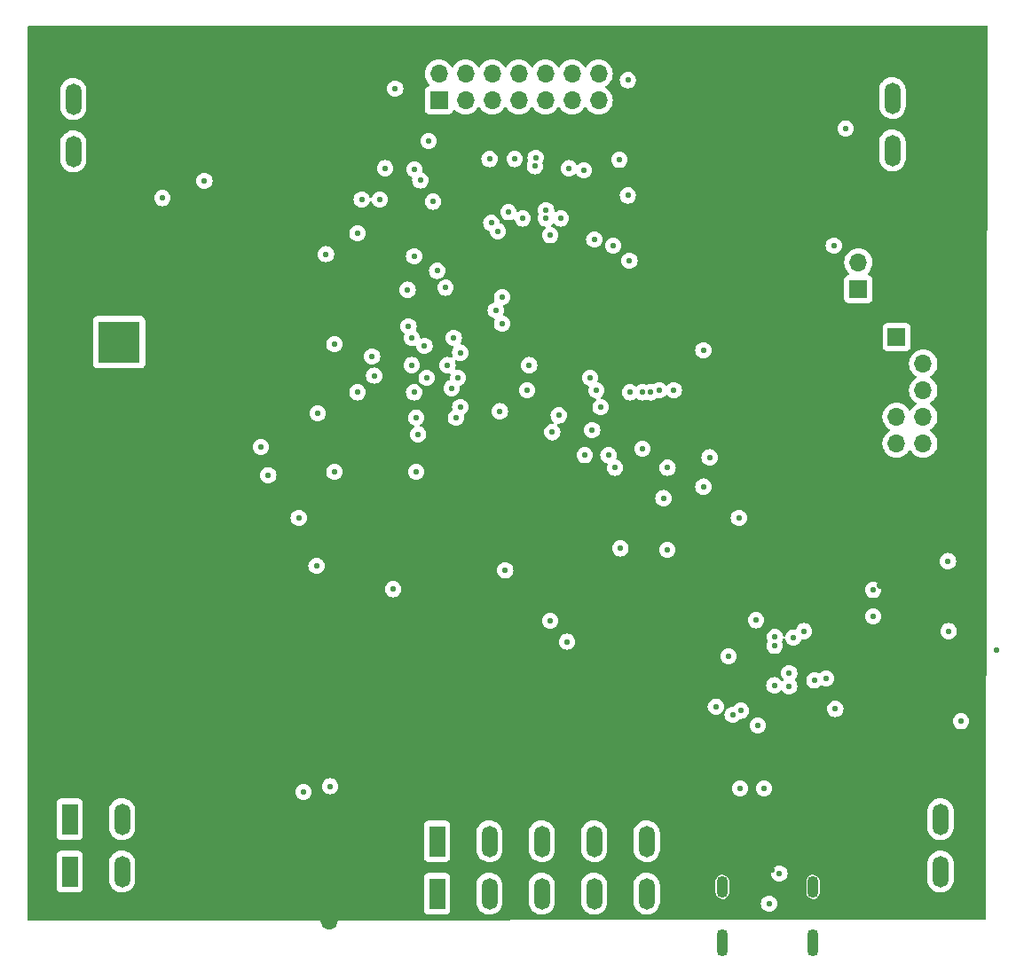
<source format=gbr>
%TF.GenerationSoftware,KiCad,Pcbnew,7.0.8*%
%TF.CreationDate,2023-11-24T11:58:06+01:00*%
%TF.ProjectId,menelaos-rev3,6d656e65-6c61-46f7-932d-726576332e6b,rev?*%
%TF.SameCoordinates,Original*%
%TF.FileFunction,Copper,L3,Inr*%
%TF.FilePolarity,Positive*%
%FSLAX46Y46*%
G04 Gerber Fmt 4.6, Leading zero omitted, Abs format (unit mm)*
G04 Created by KiCad (PCBNEW 7.0.8) date 2023-11-24 11:58:06*
%MOMM*%
%LPD*%
G01*
G04 APERTURE LIST*
%TA.AperFunction,ComponentPad*%
%ADD10R,1.500000X3.000000*%
%TD*%
%TA.AperFunction,ComponentPad*%
%ADD11O,1.500000X3.000000*%
%TD*%
%TA.AperFunction,ComponentPad*%
%ADD12R,1.700000X1.700000*%
%TD*%
%TA.AperFunction,ComponentPad*%
%ADD13O,1.700000X1.700000*%
%TD*%
%TA.AperFunction,ComponentPad*%
%ADD14R,4.000000X4.000000*%
%TD*%
%TA.AperFunction,ComponentPad*%
%ADD15C,4.000000*%
%TD*%
%TA.AperFunction,ComponentPad*%
%ADD16O,1.100000X2.100000*%
%TD*%
%TA.AperFunction,ComponentPad*%
%ADD17O,1.100000X2.600000*%
%TD*%
%TA.AperFunction,ViaPad*%
%ADD18C,0.550000*%
%TD*%
%TA.AperFunction,ViaPad*%
%ADD19C,0.700000*%
%TD*%
G04 APERTURE END LIST*
D10*
%TO.N,red*%
%TO.C,J501*%
X227200000Y-127250000D03*
X227200000Y-132250000D03*
D11*
%TO.N,white*%
X232200000Y-127250000D03*
X232200000Y-132250000D03*
%TO.N,blue*%
X237200000Y-127250000D03*
X237200000Y-132250000D03*
%TO.N,yellow*%
X242200000Y-127250000D03*
X242200000Y-132250000D03*
%TO.N,black*%
X247200000Y-127250000D03*
X247200000Y-132250000D03*
%TD*%
D10*
%TO.N,/power/POL-FET-D*%
%TO.C,J201*%
X192150000Y-125150000D03*
X192150000Y-130150000D03*
D11*
%TO.N,/power/PowerIn-*%
X197150000Y-125150000D03*
X197150000Y-130150000D03*
%TD*%
D10*
%TO.N,GND*%
%TO.C,J601*%
X197500000Y-61400000D03*
X197500000Y-56400000D03*
D11*
%TO.N,_zero*%
X192500000Y-61400000D03*
X192500000Y-56400000D03*
%TD*%
D12*
%TO.N,a*%
%TO.C,J402*%
X227375000Y-56525000D03*
D13*
%TO.N,b*%
X229915000Y-56525000D03*
%TO.N,c*%
X232455000Y-56525000D03*
%TO.N,d*%
X234995000Y-56525000D03*
%TO.N,e*%
X237535000Y-56525000D03*
%TO.N,f*%
X240075000Y-56525000D03*
%TO.N,unconnected-(J402-Pin_7-Pad7)*%
X242615000Y-56525000D03*
%TO.N,unconnected-(J402-Pin_8-Pad8)*%
X242615000Y-53985000D03*
%TO.N,g*%
X240075000Y-53985000D03*
%TO.N,dp*%
X237535000Y-53985000D03*
%TO.N,ones*%
X234995000Y-53985000D03*
%TO.N,tens*%
X232455000Y-53985000D03*
%TO.N,hundreds*%
X229915000Y-53985000D03*
%TO.N,thousands*%
X227375000Y-53985000D03*
%TD*%
D12*
%TO.N,+3.3V*%
%TO.C,J301*%
X271050000Y-79120000D03*
D13*
%TO.N,GND*%
X273590000Y-79120000D03*
X271050000Y-81660000D03*
%TO.N,unconnected-(J301-Pin_4-Pad4)*%
X273590000Y-81660000D03*
%TO.N,GND*%
X271050000Y-84200000D03*
%TO.N,/mcu/CONN_NRST*%
X273590000Y-84200000D03*
%TO.N,unconnected-(J301-Pin_7-Pad7)*%
X271050000Y-86740000D03*
%TO.N,/mcu/CONN_SWO*%
X273590000Y-86740000D03*
%TO.N,/mcu/CONN_SWCLK*%
X271050000Y-89280000D03*
%TO.N,/mcu/CONN_SWDIO*%
X273590000Y-89280000D03*
%TD*%
D14*
%TO.N,+3.3V*%
%TO.C,C214*%
X196850000Y-79600000D03*
D15*
%TO.N,GND*%
X201850000Y-79600000D03*
%TD*%
D12*
%TO.N,GND*%
%TO.C,J303*%
X216900000Y-124660000D03*
D13*
X216900000Y-127200000D03*
X216900000Y-129740000D03*
X216900000Y-132280000D03*
X216900000Y-134820000D03*
%TD*%
D12*
%TO.N,blue*%
%TO.C,J401*%
X267400000Y-74530000D03*
D13*
%TO.N,/seven-segment-display/4017_TC*%
X267400000Y-71990000D03*
%TO.N,GND*%
X267400000Y-69450000D03*
%TD*%
D10*
%TO.N,GND*%
%TO.C,J602*%
X270250000Y-125150000D03*
X270250000Y-130150000D03*
D11*
%TO.N,_mode*%
X275250000Y-125150000D03*
X275250000Y-130150000D03*
%TD*%
D10*
%TO.N,GND*%
%TO.C,J603*%
X275650000Y-61300000D03*
X275650000Y-56300000D03*
D11*
%TO.N,_config*%
X270650000Y-61300000D03*
X270650000Y-56300000D03*
%TD*%
D16*
%TO.N,unconnected-(J302-SHIELD-PadS1)*%
%TO.C,J302*%
X254430000Y-131610000D03*
D17*
X254430000Y-136970000D03*
D16*
X263070000Y-131610000D03*
D17*
X263070000Y-136970000D03*
%TD*%
D18*
%TO.N,GND*%
X199865000Y-52755000D03*
X237965000Y-95935000D03*
X189705000Y-121335000D03*
D19*
X265100000Y-121500000D03*
D18*
X189705000Y-60375000D03*
X235425000Y-90855000D03*
X270850000Y-111300000D03*
X248125000Y-57835000D03*
X268400000Y-131200000D03*
X217645000Y-55295000D03*
X255745000Y-57835000D03*
X189705000Y-88315000D03*
X192245000Y-85775000D03*
X220185000Y-123875000D03*
X258285000Y-80695000D03*
X192245000Y-52755000D03*
X222725000Y-131495000D03*
D19*
X252800000Y-126100000D03*
D18*
X210025000Y-52755000D03*
X192245000Y-88315000D03*
X233800000Y-95600000D03*
X194785000Y-83235000D03*
X258285000Y-83235000D03*
X253205000Y-52755000D03*
X207485000Y-78155000D03*
X278605000Y-128955000D03*
X194785000Y-55295000D03*
X189705000Y-50215000D03*
X225265000Y-123875000D03*
X220185000Y-128955000D03*
X248125000Y-123875000D03*
X263365000Y-62915000D03*
X243045000Y-111175000D03*
X194785000Y-50215000D03*
X194785000Y-85775000D03*
X253205000Y-67995000D03*
X207485000Y-75615000D03*
D19*
X254300000Y-133700000D03*
D18*
X220185000Y-116255000D03*
X192245000Y-121335000D03*
X245585000Y-126415000D03*
X194785000Y-60375000D03*
D19*
X258000000Y-89600000D03*
D18*
X258285000Y-62915000D03*
X253205000Y-78155000D03*
X255745000Y-52755000D03*
X218200000Y-74600000D03*
X217645000Y-50215000D03*
X192245000Y-67995000D03*
X273525000Y-70535000D03*
X250665000Y-60375000D03*
X260825000Y-57835000D03*
D19*
X209800000Y-112200000D03*
D18*
X253205000Y-57835000D03*
X278605000Y-134035000D03*
X227805000Y-118795000D03*
X268445000Y-60375000D03*
X230345000Y-128955000D03*
X263400000Y-116400000D03*
X202405000Y-52755000D03*
X235425000Y-131495000D03*
X199865000Y-57835000D03*
X202405000Y-60375000D03*
X278605000Y-62915000D03*
X225265000Y-131495000D03*
D19*
X230200000Y-98600000D03*
D18*
X248125000Y-60375000D03*
X248125000Y-67995000D03*
X197325000Y-75615000D03*
X212565000Y-101015000D03*
D19*
X226850000Y-94650000D03*
D18*
X268445000Y-121335000D03*
X194785000Y-90855000D03*
X199865000Y-88315000D03*
X260825000Y-50215000D03*
X240505000Y-95935000D03*
X189705000Y-52755000D03*
X194785000Y-70535000D03*
D19*
X213500000Y-106700000D03*
D18*
X210025000Y-62915000D03*
X194785000Y-62915000D03*
X270985000Y-50215000D03*
X192245000Y-118795000D03*
X199865000Y-85775000D03*
X273525000Y-57835000D03*
X189705000Y-134035000D03*
X202405000Y-75615000D03*
X189705000Y-80695000D03*
X278605000Y-65455000D03*
X230345000Y-50215000D03*
X194785000Y-121335000D03*
X217645000Y-60375000D03*
D19*
X263600000Y-100000000D03*
D18*
X268445000Y-50215000D03*
X202405000Y-73075000D03*
X258285000Y-60375000D03*
X253205000Y-62915000D03*
X273525000Y-55295000D03*
X222725000Y-126415000D03*
X210025000Y-123875000D03*
X276065000Y-70535000D03*
X258285000Y-55295000D03*
X260825000Y-80695000D03*
X229800000Y-59000000D03*
X189705000Y-65455000D03*
X278605000Y-121335000D03*
X217645000Y-62915000D03*
X235425000Y-126415000D03*
X260171646Y-103028354D03*
X278605000Y-126415000D03*
X220185000Y-52755000D03*
X278605000Y-55295000D03*
X189705000Y-62915000D03*
X273525000Y-73075000D03*
X210025000Y-50215000D03*
D19*
X202700000Y-96200000D03*
D18*
X192245000Y-80695000D03*
X260825000Y-62915000D03*
X189705000Y-78155000D03*
X210025000Y-98475000D03*
D19*
X191100000Y-92500000D03*
D18*
X189705000Y-73075000D03*
D19*
X217800000Y-110100000D03*
X279000000Y-77000000D03*
D18*
X237965000Y-113715000D03*
X197325000Y-85775000D03*
X278605000Y-73075000D03*
X199865000Y-90855000D03*
D19*
X222900000Y-98700000D03*
D18*
X210025000Y-67995000D03*
X273525000Y-67995000D03*
X250665000Y-62915000D03*
X255745000Y-118795000D03*
X236050000Y-52300000D03*
X212565000Y-123875000D03*
X210025000Y-60375000D03*
X207485000Y-73075000D03*
X189705000Y-128955000D03*
X207485000Y-83235000D03*
X273525000Y-60375000D03*
X212565000Y-60375000D03*
D19*
X202100000Y-102500000D03*
D18*
X202405000Y-90855000D03*
X192245000Y-50215000D03*
X265905000Y-134035000D03*
X207485000Y-55295000D03*
X215105000Y-60375000D03*
X202405000Y-50215000D03*
X250665000Y-126415000D03*
X192245000Y-70535000D03*
X199865000Y-128955000D03*
X204945000Y-95935000D03*
X189705000Y-90855000D03*
X212565000Y-65455000D03*
X199865000Y-93395000D03*
X238800000Y-60800000D03*
X278605000Y-75615000D03*
X243045000Y-108635000D03*
X273525000Y-126415000D03*
X259800000Y-85000000D03*
X245585000Y-78155000D03*
X220185000Y-113715000D03*
X207485000Y-80695000D03*
X263365000Y-121335000D03*
X220185000Y-118795000D03*
X267400000Y-93400000D03*
X234400000Y-87778815D03*
X193400000Y-115200000D03*
X189705000Y-57835000D03*
X192245000Y-75615000D03*
X276065000Y-50215000D03*
X210025000Y-73075000D03*
X217645000Y-93395000D03*
X232885000Y-103555000D03*
X199865000Y-50215000D03*
X268445000Y-78155000D03*
X197325000Y-70535000D03*
X237965000Y-93395000D03*
X225265000Y-50215000D03*
X248125000Y-52755000D03*
D19*
X222900000Y-97162500D03*
D18*
X253205000Y-50215000D03*
X222725000Y-123875000D03*
X189705000Y-131495000D03*
X253205000Y-60375000D03*
X215105000Y-57835000D03*
X270985000Y-118795000D03*
X221000000Y-63000000D03*
X220185000Y-55295000D03*
X250665000Y-50215000D03*
X207485000Y-70535000D03*
X255745000Y-60375000D03*
X245585000Y-111175000D03*
X248125000Y-50215000D03*
X204945000Y-52755000D03*
D19*
X214400000Y-114700000D03*
D18*
X268445000Y-118795000D03*
X220185000Y-131495000D03*
X276065000Y-90855000D03*
X230345000Y-126415000D03*
D19*
X267000000Y-86600000D03*
D18*
X202405000Y-70535000D03*
X199865000Y-62915000D03*
X248125000Y-55295000D03*
X197325000Y-88315000D03*
X212565000Y-62915000D03*
X255745000Y-55295000D03*
X250665000Y-52755000D03*
X270985000Y-134035000D03*
X189705000Y-95935000D03*
X197325000Y-52755000D03*
X212565000Y-116255000D03*
D19*
X245600000Y-101900000D03*
X206800000Y-93800000D03*
X278950000Y-85450000D03*
D18*
X210025000Y-55295000D03*
X248125000Y-62915000D03*
X231450000Y-111850000D03*
X270985000Y-73075000D03*
X197325000Y-73075000D03*
X276065000Y-134035000D03*
X270985000Y-52755000D03*
X268445000Y-52755000D03*
X207485000Y-101015000D03*
X197325000Y-67995000D03*
X194785000Y-75615000D03*
X260000000Y-64400000D03*
X278605000Y-57835000D03*
X239000000Y-102000000D03*
X204945000Y-98475000D03*
D19*
X263400000Y-133650000D03*
X249500000Y-118500000D03*
D18*
X278605000Y-123875000D03*
X253205000Y-118795000D03*
X265905000Y-131495000D03*
X199865000Y-131495000D03*
X189705000Y-83235000D03*
X220185000Y-90855000D03*
X215105000Y-67995000D03*
X254400000Y-111200000D03*
X192245000Y-73075000D03*
X260825000Y-60375000D03*
X273525000Y-50215000D03*
X204945000Y-57835000D03*
X194785000Y-88315000D03*
X189705000Y-116255000D03*
X276065000Y-73075000D03*
X204945000Y-55295000D03*
X207485000Y-98475000D03*
X255200000Y-101000000D03*
X230345000Y-131495000D03*
X273525000Y-131495000D03*
X202405000Y-55295000D03*
X263365000Y-80695000D03*
X189705000Y-126415000D03*
X239200000Y-73800000D03*
X260825000Y-78155000D03*
X202405000Y-88315000D03*
X192245000Y-113715000D03*
X225265000Y-128955000D03*
X237965000Y-98475000D03*
X222725000Y-113715000D03*
X189705000Y-113715000D03*
X270985000Y-70535000D03*
D19*
X264862500Y-126150000D03*
D18*
X265905000Y-50215000D03*
D19*
X221400000Y-58900000D03*
D18*
X237965000Y-108635000D03*
D19*
X217300000Y-107400000D03*
D18*
X222725000Y-116255000D03*
X197325000Y-90855000D03*
X202405000Y-57835000D03*
X207485000Y-62915000D03*
X225265000Y-126415000D03*
X210025000Y-101015000D03*
X199865000Y-60375000D03*
X273525000Y-52755000D03*
X273525000Y-106095000D03*
X258285000Y-52755000D03*
X255745000Y-50215000D03*
X263365000Y-57835000D03*
X265905000Y-52755000D03*
D19*
X228100000Y-65400000D03*
D18*
X189705000Y-70535000D03*
X189705000Y-98475000D03*
X278605000Y-50215000D03*
X240505000Y-131495000D03*
X212565000Y-121335000D03*
X245585000Y-75615000D03*
X266558411Y-104441589D03*
X235425000Y-98475000D03*
X189705000Y-55295000D03*
X245585000Y-52755000D03*
X273525000Y-134035000D03*
X215105000Y-50215000D03*
X250665000Y-134035000D03*
X207485000Y-52755000D03*
X264950000Y-72650000D03*
X194785000Y-98475000D03*
X253205000Y-123875000D03*
X215105000Y-90855000D03*
X189705000Y-118795000D03*
X227200000Y-59000000D03*
X250665000Y-131495000D03*
X265905000Y-93395000D03*
X220185000Y-50215000D03*
X268445000Y-126415000D03*
X263365000Y-83235000D03*
X192245000Y-78155000D03*
D19*
X279166972Y-81316972D03*
D18*
X278605000Y-131495000D03*
X222725000Y-50215000D03*
X260825000Y-55295000D03*
X268445000Y-134035000D03*
X270985000Y-65455000D03*
X204945000Y-50215000D03*
X250665000Y-57835000D03*
X210025000Y-65455000D03*
X189705000Y-67995000D03*
X197325000Y-93395000D03*
X192245000Y-83235000D03*
X250665000Y-55295000D03*
X273525000Y-121335000D03*
X197325000Y-95935000D03*
X237965000Y-123875000D03*
X245585000Y-134035000D03*
X263365000Y-50215000D03*
X255745000Y-78155000D03*
X243045000Y-50215000D03*
X269000000Y-107450000D03*
X222725000Y-128955000D03*
D19*
X260600000Y-95600000D03*
D18*
X222725000Y-118795000D03*
X192245000Y-98475000D03*
X268445000Y-65455000D03*
D19*
X260000000Y-99400000D03*
D18*
X276065000Y-52755000D03*
X212565000Y-113715000D03*
X215105000Y-52755000D03*
X243045000Y-78155000D03*
X229750000Y-115900000D03*
X227805000Y-50215000D03*
X215105000Y-62915000D03*
X194785000Y-67995000D03*
X194785000Y-52755000D03*
X212565000Y-118795000D03*
X245585000Y-123875000D03*
X265905000Y-65455000D03*
X245585000Y-50215000D03*
D19*
X201400000Y-105700000D03*
D18*
X195800000Y-118600000D03*
X220185000Y-126415000D03*
X268200000Y-123600000D03*
X273525000Y-98475000D03*
X265905000Y-57835000D03*
X189705000Y-123875000D03*
X202405000Y-62915000D03*
X255745000Y-67995000D03*
X199865000Y-55295000D03*
X276065000Y-75615000D03*
X268445000Y-128955000D03*
X194785000Y-57835000D03*
X216600000Y-73000000D03*
D19*
X273400000Y-76000000D03*
D18*
X273525000Y-128955000D03*
X212565000Y-50215000D03*
X250665000Y-123875000D03*
X250665000Y-128955000D03*
X278605000Y-52755000D03*
X244000000Y-58800000D03*
X212565000Y-55295000D03*
X225265000Y-118795000D03*
X232885000Y-98475000D03*
X207485000Y-67995000D03*
X258285000Y-57835000D03*
X236300000Y-50450000D03*
X259200000Y-130000000D03*
X239000000Y-50400000D03*
D19*
X194800000Y-113000000D03*
D18*
X217400000Y-87000000D03*
X278300000Y-107700000D03*
X202405000Y-93395000D03*
X230000000Y-111950000D03*
X204945000Y-93395000D03*
X268445000Y-62915000D03*
X263365000Y-52755000D03*
X207485000Y-50215000D03*
X253205000Y-55295000D03*
X217645000Y-57835000D03*
X217645000Y-52755000D03*
X263365000Y-123875000D03*
X273525000Y-118795000D03*
X248125000Y-103555000D03*
X260825000Y-52755000D03*
D19*
X269500000Y-102800000D03*
D18*
X235425000Y-95935000D03*
X255745000Y-62915000D03*
X212565000Y-52755000D03*
X224300000Y-62200000D03*
X260825000Y-83235000D03*
X232885000Y-108635000D03*
X204945000Y-90855000D03*
X189705000Y-85775000D03*
X210025000Y-75615000D03*
X268445000Y-57835000D03*
X189705000Y-75615000D03*
X237965000Y-111175000D03*
X215105000Y-55295000D03*
X240505000Y-98475000D03*
D19*
X252600000Y-117100000D03*
D18*
X210025000Y-70535000D03*
X243045000Y-75615000D03*
X207485000Y-60375000D03*
X212565000Y-57835000D03*
X240400000Y-58800000D03*
X236200000Y-59000000D03*
X220355000Y-70755000D03*
X204945000Y-60375000D03*
X192245000Y-90855000D03*
X265905000Y-62915000D03*
X240505000Y-134035000D03*
X258285000Y-50215000D03*
D19*
X207200000Y-107200000D03*
D18*
X243045000Y-73075000D03*
X270985000Y-67995000D03*
X212565000Y-108635000D03*
X276065000Y-78155000D03*
X194785000Y-73075000D03*
X197325000Y-83235000D03*
X235425000Y-128955000D03*
X197325000Y-50215000D03*
X265905000Y-128955000D03*
X210025000Y-57835000D03*
X207485000Y-57835000D03*
X220750000Y-111950000D03*
X233000000Y-58800000D03*
%TO.N,VBUS*%
X256100000Y-122200000D03*
X217000000Y-122000000D03*
X258400000Y-122200000D03*
%TO.N,blue*%
X220000000Y-66000000D03*
X214450000Y-122550000D03*
X215700000Y-100950000D03*
X228000000Y-74400000D03*
X233700000Y-101400000D03*
X224400000Y-74600000D03*
X238000000Y-106200000D03*
%TO.N,+3.3V*%
X276024500Y-107200000D03*
X223000000Y-103200000D03*
X214000000Y-96400000D03*
X268800000Y-105800000D03*
X261200000Y-107800000D03*
%TO.N,+3.3VA*%
X217400000Y-92000000D03*
X266200000Y-59200000D03*
X211096192Y-92303808D03*
X205000000Y-64200000D03*
X225200000Y-92000000D03*
X277200000Y-115800000D03*
%TO.N,/mcu/NRST*%
X268819292Y-103265233D03*
X262200000Y-107200000D03*
X275950000Y-100500000D03*
%TO.N,ones*%
X245400000Y-54600000D03*
X245400000Y-65600000D03*
%TO.N,tens*%
X227200000Y-72800000D03*
X223200000Y-55400000D03*
%TO.N,hundreds*%
X226800000Y-66200000D03*
X226400000Y-60400000D03*
%TO.N,thousands*%
X238000000Y-69400000D03*
X236534098Y-62812587D03*
%TO.N,_zero*%
X201000000Y-65850000D03*
X255000000Y-109600000D03*
%TO.N,_mode*%
X257800000Y-116200000D03*
%TO.N,_config*%
X280600000Y-109000000D03*
X260800000Y-112442870D03*
X265200000Y-114621185D03*
%TO.N,_save*%
X239600000Y-108200000D03*
X264322016Y-111708685D03*
X244700000Y-99300000D03*
X249160755Y-99439245D03*
%TO.N,_clk*%
X265050000Y-70400000D03*
X263200000Y-111900000D03*
%TO.N,_a1*%
X233400000Y-77850000D03*
X226000000Y-79978815D03*
X260800000Y-111200000D03*
X252600000Y-80400000D03*
%TO.N,_a2*%
X257639245Y-106160755D03*
X229400000Y-80600000D03*
X241793255Y-83006745D03*
X221000000Y-80988815D03*
X221200000Y-82800000D03*
X241284945Y-90400000D03*
X243554315Y-90400000D03*
%TO.N,_a3*%
X226200000Y-83000000D03*
X229200000Y-83000000D03*
X259400000Y-108600000D03*
X242800000Y-85800000D03*
%TO.N,_a4*%
X229400000Y-85800000D03*
X238200000Y-88200000D03*
X225400000Y-88400000D03*
X242000000Y-88000000D03*
X259439245Y-107760755D03*
%TO.N,/mcu/USB_CONN_D-*%
X259870375Y-130335188D03*
X258878815Y-133224500D03*
%TO.N,_thousands*%
X253800000Y-114400000D03*
X210400000Y-89600000D03*
%TO.N,/seven-segment-display/BCD_out1*%
X224800000Y-79200000D03*
X228800000Y-79200000D03*
X217400000Y-79800000D03*
%TO.N,/seven-segment-display/BCD_out2*%
X256000000Y-96400000D03*
X236000000Y-81800000D03*
X248800000Y-94495500D03*
X224800000Y-81800000D03*
X228200000Y-81800000D03*
%TO.N,/seven-segment-display/BCD_out3*%
X242400000Y-84200000D03*
X219600000Y-84400000D03*
X228600000Y-84000000D03*
X244175500Y-91600000D03*
X225000000Y-84400000D03*
X235800000Y-84200000D03*
%TO.N,/seven-segment-display/BCD_out4*%
X225200000Y-86800000D03*
X238800000Y-86600000D03*
X253200000Y-90600000D03*
X229000000Y-86800000D03*
X215800000Y-86400000D03*
X246800000Y-89800000D03*
X233200000Y-86200000D03*
%TO.N,_ones*%
X256200000Y-114800000D03*
X224485201Y-78114799D03*
%TO.N,/seven-segment-display/COUNT_1*%
X237600000Y-67000000D03*
X244000000Y-70400000D03*
X221724500Y-66000000D03*
X225600000Y-64164500D03*
%TO.N,/seven-segment-display/COUNT_0*%
X225050000Y-63100000D03*
X222250000Y-63000000D03*
%TO.N,/seven-segment-display/COUNT_2*%
X233000000Y-69000000D03*
X245560755Y-71839245D03*
X237600000Y-67800000D03*
X219600000Y-69200000D03*
X225000000Y-71400000D03*
X235357130Y-67800000D03*
%TO.N,/seven-segment-display/COUNT_3*%
X232378255Y-68221745D03*
X239000000Y-67800000D03*
X234000000Y-67200000D03*
X242200000Y-69800000D03*
%TO.N,_tens*%
X216600000Y-71200000D03*
X255400000Y-115200000D03*
X232800000Y-76578815D03*
%TO.N,_hundreds*%
X233400000Y-75297157D03*
X259378307Y-112361259D03*
%TO.N,e*%
X249800000Y-84200000D03*
X241200000Y-63200000D03*
%TO.N,d*%
X239800000Y-63000000D03*
X248400000Y-84200000D03*
%TO.N,c*%
X236600000Y-62000000D03*
X247600000Y-84400000D03*
%TO.N,b*%
X246800000Y-84400000D03*
X234600000Y-62125500D03*
%TO.N,a*%
X232200000Y-62125500D03*
X245600000Y-84400000D03*
%TO.N,g*%
X249200000Y-91600000D03*
%TO.N,f*%
X244600000Y-62200000D03*
X252600000Y-93400000D03*
%TD*%
%TA.AperFunction,Conductor*%
%TO.N,GND*%
G36*
X279692821Y-49419685D02*
G01*
X279738576Y-49472489D01*
X279749781Y-49524215D01*
X279680823Y-88738604D01*
X279600217Y-134576353D01*
X279580414Y-134643358D01*
X279527530Y-134689020D01*
X279476353Y-134700135D01*
X188224136Y-134799864D01*
X188157075Y-134780253D01*
X188111262Y-134727499D01*
X188100000Y-134675864D01*
X188100000Y-133797870D01*
X225949500Y-133797870D01*
X225949501Y-133797876D01*
X225955908Y-133857483D01*
X226006202Y-133992328D01*
X226006206Y-133992335D01*
X226092452Y-134107544D01*
X226092455Y-134107547D01*
X226207664Y-134193793D01*
X226207671Y-134193797D01*
X226342517Y-134244091D01*
X226342516Y-134244091D01*
X226349444Y-134244835D01*
X226402127Y-134250500D01*
X227997872Y-134250499D01*
X228057483Y-134244091D01*
X228192331Y-134193796D01*
X228307546Y-134107546D01*
X228393796Y-133992331D01*
X228444091Y-133857483D01*
X228450500Y-133797873D01*
X228450500Y-133056151D01*
X230949500Y-133056151D01*
X230964622Y-133224186D01*
X230964623Y-133224192D01*
X231024503Y-133441160D01*
X231024508Y-133441173D01*
X231122167Y-133643966D01*
X231122171Y-133643974D01*
X231254473Y-133826072D01*
X231254474Y-133826074D01*
X231254477Y-133826077D01*
X231254478Y-133826078D01*
X231287324Y-133857482D01*
X231417176Y-133981633D01*
X231605033Y-134105636D01*
X231812004Y-134194100D01*
X231812007Y-134194101D01*
X231812012Y-134194103D01*
X232031463Y-134244191D01*
X232256330Y-134254290D01*
X232479387Y-134224075D01*
X232693464Y-134154517D01*
X232891681Y-134047852D01*
X233067666Y-133907508D01*
X233215765Y-133737996D01*
X233331215Y-133544764D01*
X233410307Y-133334024D01*
X233450500Y-133112547D01*
X233450500Y-133056151D01*
X235949500Y-133056151D01*
X235964622Y-133224186D01*
X235964623Y-133224192D01*
X236024503Y-133441160D01*
X236024508Y-133441173D01*
X236122167Y-133643966D01*
X236122171Y-133643974D01*
X236254473Y-133826072D01*
X236254474Y-133826074D01*
X236254477Y-133826077D01*
X236254478Y-133826078D01*
X236287324Y-133857482D01*
X236417176Y-133981633D01*
X236605033Y-134105636D01*
X236812004Y-134194100D01*
X236812007Y-134194101D01*
X236812012Y-134194103D01*
X237031463Y-134244191D01*
X237256330Y-134254290D01*
X237479387Y-134224075D01*
X237693464Y-134154517D01*
X237891681Y-134047852D01*
X238067666Y-133907508D01*
X238215765Y-133737996D01*
X238331215Y-133544764D01*
X238410307Y-133334024D01*
X238450500Y-133112547D01*
X238450500Y-133056151D01*
X240949500Y-133056151D01*
X240964622Y-133224186D01*
X240964623Y-133224192D01*
X241024503Y-133441160D01*
X241024508Y-133441173D01*
X241122167Y-133643966D01*
X241122171Y-133643974D01*
X241254473Y-133826072D01*
X241254474Y-133826074D01*
X241254477Y-133826077D01*
X241254478Y-133826078D01*
X241287324Y-133857482D01*
X241417176Y-133981633D01*
X241605033Y-134105636D01*
X241812004Y-134194100D01*
X241812007Y-134194101D01*
X241812012Y-134194103D01*
X242031463Y-134244191D01*
X242256330Y-134254290D01*
X242479387Y-134224075D01*
X242693464Y-134154517D01*
X242891681Y-134047852D01*
X243067666Y-133907508D01*
X243215765Y-133737996D01*
X243331215Y-133544764D01*
X243410307Y-133334024D01*
X243450500Y-133112547D01*
X243450500Y-133056151D01*
X245949500Y-133056151D01*
X245964622Y-133224186D01*
X245964623Y-133224192D01*
X246024503Y-133441160D01*
X246024508Y-133441173D01*
X246122167Y-133643966D01*
X246122171Y-133643974D01*
X246254473Y-133826072D01*
X246254474Y-133826074D01*
X246254477Y-133826077D01*
X246254478Y-133826078D01*
X246287324Y-133857482D01*
X246417176Y-133981633D01*
X246605033Y-134105636D01*
X246812004Y-134194100D01*
X246812007Y-134194101D01*
X246812012Y-134194103D01*
X247031463Y-134244191D01*
X247256330Y-134254290D01*
X247479387Y-134224075D01*
X247693464Y-134154517D01*
X247891681Y-134047852D01*
X248067666Y-133907508D01*
X248215765Y-133737996D01*
X248331215Y-133544764D01*
X248410307Y-133334024D01*
X248430183Y-133224503D01*
X258098408Y-133224503D01*
X258117972Y-133398148D01*
X258117974Y-133398158D01*
X258169275Y-133544765D01*
X258175693Y-133563106D01*
X258268668Y-133711076D01*
X258392239Y-133834647D01*
X258540209Y-133927622D01*
X258705158Y-133985341D01*
X258705164Y-133985341D01*
X258705166Y-133985342D01*
X258878811Y-134004907D01*
X258878815Y-134004907D01*
X258878819Y-134004907D01*
X259052463Y-133985342D01*
X259052462Y-133985342D01*
X259052472Y-133985341D01*
X259217421Y-133927622D01*
X259365391Y-133834647D01*
X259488962Y-133711076D01*
X259581937Y-133563106D01*
X259639656Y-133398157D01*
X259659222Y-133224500D01*
X259659187Y-133224192D01*
X259639657Y-133050851D01*
X259639656Y-133050849D01*
X259639656Y-133050843D01*
X259581937Y-132885894D01*
X259488962Y-132737924D01*
X259365391Y-132614353D01*
X259217421Y-132521378D01*
X259217420Y-132521377D01*
X259217419Y-132521377D01*
X259052473Y-132463659D01*
X259052463Y-132463657D01*
X258878819Y-132444093D01*
X258878811Y-132444093D01*
X258705166Y-132463657D01*
X258705156Y-132463659D01*
X258540210Y-132521377D01*
X258392238Y-132614353D01*
X258268668Y-132737923D01*
X258175692Y-132885895D01*
X258117974Y-133050841D01*
X258117972Y-133050851D01*
X258098408Y-133224496D01*
X258098408Y-133224503D01*
X248430183Y-133224503D01*
X248450500Y-133112547D01*
X248450500Y-132150934D01*
X253779500Y-132150934D01*
X253794929Y-132273057D01*
X253794929Y-132273060D01*
X253855431Y-132425869D01*
X253855436Y-132425878D01*
X253952034Y-132558835D01*
X253952037Y-132558837D01*
X254078674Y-132663600D01*
X254227387Y-132733579D01*
X254388830Y-132764376D01*
X254552860Y-132754056D01*
X254709171Y-132703268D01*
X254847940Y-132615202D01*
X254960448Y-132495393D01*
X255039627Y-132351368D01*
X255080500Y-132192177D01*
X255080500Y-132150934D01*
X262419500Y-132150934D01*
X262434929Y-132273057D01*
X262434929Y-132273060D01*
X262495431Y-132425869D01*
X262495436Y-132425878D01*
X262592034Y-132558835D01*
X262592037Y-132558837D01*
X262718674Y-132663600D01*
X262867387Y-132733579D01*
X263028830Y-132764376D01*
X263192860Y-132754056D01*
X263349171Y-132703268D01*
X263487940Y-132615202D01*
X263600448Y-132495393D01*
X263679627Y-132351368D01*
X263720500Y-132192177D01*
X263720500Y-131069075D01*
X263706234Y-130956151D01*
X273999500Y-130956151D01*
X274014622Y-131124186D01*
X274014623Y-131124192D01*
X274074503Y-131341160D01*
X274074508Y-131341173D01*
X274172167Y-131543966D01*
X274172171Y-131543974D01*
X274304473Y-131726072D01*
X274304474Y-131726074D01*
X274467176Y-131881633D01*
X274655033Y-132005636D01*
X274862004Y-132094100D01*
X274862007Y-132094101D01*
X274862012Y-132094103D01*
X275081463Y-132144191D01*
X275306330Y-132154290D01*
X275529387Y-132124075D01*
X275743464Y-132054517D01*
X275941681Y-131947852D01*
X276117666Y-131807508D01*
X276265765Y-131637996D01*
X276381215Y-131444764D01*
X276460307Y-131234024D01*
X276485350Y-131096028D01*
X276500500Y-131012549D01*
X276500500Y-129343852D01*
X276500500Y-129343845D01*
X276485377Y-129175812D01*
X276466536Y-129107544D01*
X276425496Y-128958839D01*
X276425491Y-128958826D01*
X276327832Y-128756033D01*
X276327828Y-128756025D01*
X276195526Y-128573927D01*
X276195525Y-128573925D01*
X276032823Y-128418366D01*
X275844966Y-128294363D01*
X275637995Y-128205899D01*
X275637982Y-128205895D01*
X275418542Y-128155810D01*
X275418538Y-128155809D01*
X275418537Y-128155809D01*
X275418536Y-128155808D01*
X275418531Y-128155808D01*
X275193674Y-128145710D01*
X275193673Y-128145710D01*
X275193670Y-128145710D01*
X274970613Y-128175925D01*
X274970610Y-128175925D01*
X274970609Y-128175926D01*
X274756534Y-128245483D01*
X274558321Y-128352146D01*
X274558318Y-128352148D01*
X274382336Y-128492489D01*
X274234236Y-128662003D01*
X274118787Y-128855232D01*
X274118786Y-128855234D01*
X274039692Y-129065976D01*
X273999500Y-129287450D01*
X273999500Y-130956151D01*
X263706234Y-130956151D01*
X263705071Y-130946942D01*
X263704434Y-130945334D01*
X263674064Y-130868628D01*
X263644568Y-130794129D01*
X263644565Y-130794125D01*
X263644563Y-130794121D01*
X263547965Y-130661164D01*
X263547962Y-130661162D01*
X263421326Y-130556400D01*
X263272612Y-130486420D01*
X263189517Y-130470569D01*
X263111170Y-130455624D01*
X263111166Y-130455624D01*
X262947139Y-130465944D01*
X262790828Y-130516732D01*
X262790824Y-130516734D01*
X262652059Y-130604798D01*
X262539554Y-130724603D01*
X262539548Y-130724611D01*
X262460374Y-130868628D01*
X262460371Y-130868638D01*
X262419500Y-131027819D01*
X262419500Y-132150934D01*
X255080500Y-132150934D01*
X255080500Y-131069075D01*
X255065071Y-130946942D01*
X255064434Y-130945334D01*
X255034064Y-130868628D01*
X255004568Y-130794129D01*
X255004565Y-130794125D01*
X255004563Y-130794121D01*
X254907965Y-130661164D01*
X254907962Y-130661162D01*
X254781326Y-130556400D01*
X254632612Y-130486420D01*
X254549517Y-130470569D01*
X254471170Y-130455624D01*
X254471166Y-130455624D01*
X254307139Y-130465944D01*
X254150828Y-130516732D01*
X254150824Y-130516734D01*
X254012059Y-130604798D01*
X253899554Y-130724603D01*
X253899548Y-130724611D01*
X253820374Y-130868628D01*
X253820371Y-130868638D01*
X253779500Y-131027819D01*
X253779500Y-132150934D01*
X248450500Y-132150934D01*
X248450500Y-131443845D01*
X248435377Y-131275812D01*
X248435376Y-131275807D01*
X248375496Y-131058839D01*
X248375491Y-131058826D01*
X248277832Y-130856033D01*
X248277828Y-130856025D01*
X248145526Y-130673927D01*
X248145525Y-130673925D01*
X247982823Y-130518366D01*
X247794966Y-130394363D01*
X247656527Y-130335191D01*
X259089968Y-130335191D01*
X259109532Y-130508836D01*
X259109534Y-130508846D01*
X259167252Y-130673792D01*
X259167253Y-130673794D01*
X259260228Y-130821764D01*
X259383799Y-130945335D01*
X259531769Y-131038310D01*
X259696718Y-131096029D01*
X259696724Y-131096029D01*
X259696726Y-131096030D01*
X259870371Y-131115595D01*
X259870375Y-131115595D01*
X259870379Y-131115595D01*
X260044023Y-131096030D01*
X260044022Y-131096030D01*
X260044032Y-131096029D01*
X260208981Y-131038310D01*
X260356951Y-130945335D01*
X260480522Y-130821764D01*
X260573497Y-130673794D01*
X260631216Y-130508845D01*
X260636050Y-130465944D01*
X260650782Y-130335191D01*
X260650782Y-130335184D01*
X260631217Y-130161539D01*
X260631216Y-130161537D01*
X260631216Y-130161531D01*
X260573497Y-129996582D01*
X260480522Y-129848612D01*
X260356951Y-129725041D01*
X260208981Y-129632066D01*
X260208980Y-129632065D01*
X260208979Y-129632065D01*
X260044033Y-129574347D01*
X260044023Y-129574345D01*
X259870379Y-129554781D01*
X259870371Y-129554781D01*
X259696726Y-129574345D01*
X259696716Y-129574347D01*
X259531770Y-129632065D01*
X259383798Y-129725041D01*
X259260228Y-129848611D01*
X259167252Y-129996583D01*
X259109534Y-130161529D01*
X259109532Y-130161539D01*
X259089968Y-130335184D01*
X259089968Y-130335191D01*
X247656527Y-130335191D01*
X247587995Y-130305899D01*
X247587982Y-130305895D01*
X247368542Y-130255810D01*
X247368538Y-130255809D01*
X247368537Y-130255809D01*
X247368536Y-130255808D01*
X247368531Y-130255808D01*
X247143674Y-130245710D01*
X247143673Y-130245710D01*
X247143670Y-130245710D01*
X246920613Y-130275925D01*
X246920610Y-130275925D01*
X246920609Y-130275926D01*
X246706534Y-130345483D01*
X246508321Y-130452146D01*
X246508318Y-130452148D01*
X246332336Y-130592489D01*
X246236541Y-130702135D01*
X246184235Y-130762004D01*
X246165041Y-130794130D01*
X246068787Y-130955232D01*
X246068786Y-130955234D01*
X245989692Y-131165976D01*
X245949500Y-131387450D01*
X245949500Y-133056151D01*
X243450500Y-133056151D01*
X243450500Y-131443845D01*
X243435377Y-131275812D01*
X243435376Y-131275807D01*
X243375496Y-131058839D01*
X243375491Y-131058826D01*
X243277832Y-130856033D01*
X243277828Y-130856025D01*
X243145526Y-130673927D01*
X243145525Y-130673925D01*
X242982823Y-130518366D01*
X242794966Y-130394363D01*
X242587995Y-130305899D01*
X242587982Y-130305895D01*
X242368542Y-130255810D01*
X242368538Y-130255809D01*
X242368537Y-130255809D01*
X242368536Y-130255808D01*
X242368531Y-130255808D01*
X242143674Y-130245710D01*
X242143673Y-130245710D01*
X242143670Y-130245710D01*
X241920613Y-130275925D01*
X241920610Y-130275925D01*
X241920609Y-130275926D01*
X241706534Y-130345483D01*
X241508321Y-130452146D01*
X241508318Y-130452148D01*
X241332336Y-130592489D01*
X241236541Y-130702135D01*
X241184235Y-130762004D01*
X241165041Y-130794130D01*
X241068787Y-130955232D01*
X241068786Y-130955234D01*
X240989692Y-131165976D01*
X240949500Y-131387450D01*
X240949500Y-133056151D01*
X238450500Y-133056151D01*
X238450500Y-131443845D01*
X238435377Y-131275812D01*
X238435376Y-131275807D01*
X238375496Y-131058839D01*
X238375491Y-131058826D01*
X238277832Y-130856033D01*
X238277828Y-130856025D01*
X238145526Y-130673927D01*
X238145525Y-130673925D01*
X237982823Y-130518366D01*
X237794966Y-130394363D01*
X237587995Y-130305899D01*
X237587982Y-130305895D01*
X237368542Y-130255810D01*
X237368538Y-130255809D01*
X237368537Y-130255809D01*
X237368536Y-130255808D01*
X237368531Y-130255808D01*
X237143674Y-130245710D01*
X237143673Y-130245710D01*
X237143670Y-130245710D01*
X236920613Y-130275925D01*
X236920610Y-130275925D01*
X236920609Y-130275926D01*
X236706534Y-130345483D01*
X236508321Y-130452146D01*
X236508318Y-130452148D01*
X236332336Y-130592489D01*
X236236541Y-130702135D01*
X236184235Y-130762004D01*
X236165041Y-130794130D01*
X236068787Y-130955232D01*
X236068786Y-130955234D01*
X235989692Y-131165976D01*
X235949500Y-131387450D01*
X235949500Y-133056151D01*
X233450500Y-133056151D01*
X233450500Y-131443845D01*
X233435377Y-131275812D01*
X233435376Y-131275807D01*
X233375496Y-131058839D01*
X233375491Y-131058826D01*
X233277832Y-130856033D01*
X233277828Y-130856025D01*
X233145526Y-130673927D01*
X233145525Y-130673925D01*
X232982823Y-130518366D01*
X232794966Y-130394363D01*
X232587995Y-130305899D01*
X232587982Y-130305895D01*
X232368542Y-130255810D01*
X232368538Y-130255809D01*
X232368537Y-130255809D01*
X232368536Y-130255808D01*
X232368531Y-130255808D01*
X232143674Y-130245710D01*
X232143673Y-130245710D01*
X232143670Y-130245710D01*
X231920613Y-130275925D01*
X231920610Y-130275925D01*
X231920609Y-130275926D01*
X231706534Y-130345483D01*
X231508321Y-130452146D01*
X231508318Y-130452148D01*
X231332336Y-130592489D01*
X231236541Y-130702135D01*
X231184235Y-130762004D01*
X231165041Y-130794130D01*
X231068787Y-130955232D01*
X231068786Y-130955234D01*
X230989692Y-131165976D01*
X230949500Y-131387450D01*
X230949500Y-133056151D01*
X228450500Y-133056151D01*
X228450499Y-130702128D01*
X228444091Y-130642517D01*
X228411971Y-130556400D01*
X228393797Y-130507671D01*
X228393793Y-130507664D01*
X228307547Y-130392455D01*
X228307544Y-130392452D01*
X228192335Y-130306206D01*
X228192328Y-130306202D01*
X228057482Y-130255908D01*
X228057483Y-130255908D01*
X227997883Y-130249501D01*
X227997881Y-130249500D01*
X227997873Y-130249500D01*
X227997864Y-130249500D01*
X226402129Y-130249500D01*
X226402123Y-130249501D01*
X226342516Y-130255908D01*
X226207671Y-130306202D01*
X226207664Y-130306206D01*
X226092455Y-130392452D01*
X226092452Y-130392455D01*
X226006206Y-130507664D01*
X226006202Y-130507671D01*
X225955908Y-130642517D01*
X225949501Y-130702116D01*
X225949501Y-130702123D01*
X225949500Y-130702135D01*
X225949500Y-133797870D01*
X188100000Y-133797870D01*
X188100000Y-131697870D01*
X190899500Y-131697870D01*
X190899501Y-131697876D01*
X190905908Y-131757483D01*
X190956202Y-131892328D01*
X190956206Y-131892335D01*
X191042452Y-132007544D01*
X191042455Y-132007547D01*
X191157664Y-132093793D01*
X191157671Y-132093797D01*
X191292517Y-132144091D01*
X191292516Y-132144091D01*
X191299444Y-132144835D01*
X191352127Y-132150500D01*
X192947872Y-132150499D01*
X193007483Y-132144091D01*
X193142331Y-132093796D01*
X193257546Y-132007546D01*
X193343796Y-131892331D01*
X193394091Y-131757483D01*
X193400500Y-131697873D01*
X193400500Y-130956151D01*
X195899500Y-130956151D01*
X195914622Y-131124186D01*
X195914623Y-131124192D01*
X195974503Y-131341160D01*
X195974508Y-131341173D01*
X196072167Y-131543966D01*
X196072171Y-131543974D01*
X196204473Y-131726072D01*
X196204474Y-131726074D01*
X196367176Y-131881633D01*
X196555033Y-132005636D01*
X196762004Y-132094100D01*
X196762007Y-132094101D01*
X196762012Y-132094103D01*
X196981463Y-132144191D01*
X197206330Y-132154290D01*
X197429387Y-132124075D01*
X197643464Y-132054517D01*
X197841681Y-131947852D01*
X198017666Y-131807508D01*
X198165765Y-131637996D01*
X198281215Y-131444764D01*
X198360307Y-131234024D01*
X198385350Y-131096028D01*
X198400500Y-131012549D01*
X198400500Y-129343852D01*
X198400500Y-129343845D01*
X198385377Y-129175812D01*
X198366536Y-129107544D01*
X198325496Y-128958839D01*
X198325491Y-128958826D01*
X198247979Y-128797870D01*
X225949500Y-128797870D01*
X225949501Y-128797876D01*
X225955908Y-128857483D01*
X226006202Y-128992328D01*
X226006206Y-128992335D01*
X226092452Y-129107544D01*
X226092455Y-129107547D01*
X226207664Y-129193793D01*
X226207671Y-129193797D01*
X226342517Y-129244091D01*
X226342516Y-129244091D01*
X226349444Y-129244835D01*
X226402127Y-129250500D01*
X227997872Y-129250499D01*
X228057483Y-129244091D01*
X228192331Y-129193796D01*
X228307546Y-129107546D01*
X228393796Y-128992331D01*
X228444091Y-128857483D01*
X228450500Y-128797873D01*
X228450500Y-128056151D01*
X230949500Y-128056151D01*
X230964622Y-128224186D01*
X230964623Y-128224192D01*
X231024503Y-128441160D01*
X231024508Y-128441173D01*
X231122167Y-128643966D01*
X231122171Y-128643974D01*
X231254473Y-128826072D01*
X231254474Y-128826074D01*
X231417176Y-128981633D01*
X231605033Y-129105636D01*
X231812004Y-129194100D01*
X231812007Y-129194101D01*
X231812012Y-129194103D01*
X232031463Y-129244191D01*
X232256330Y-129254290D01*
X232479387Y-129224075D01*
X232693464Y-129154517D01*
X232891681Y-129047852D01*
X233067666Y-128907508D01*
X233215765Y-128737996D01*
X233331215Y-128544764D01*
X233410307Y-128334024D01*
X233433503Y-128206206D01*
X233450500Y-128112549D01*
X233450500Y-128056151D01*
X235949500Y-128056151D01*
X235964622Y-128224186D01*
X235964623Y-128224192D01*
X236024503Y-128441160D01*
X236024508Y-128441173D01*
X236122167Y-128643966D01*
X236122171Y-128643974D01*
X236254473Y-128826072D01*
X236254474Y-128826074D01*
X236417176Y-128981633D01*
X236605033Y-129105636D01*
X236812004Y-129194100D01*
X236812007Y-129194101D01*
X236812012Y-129194103D01*
X237031463Y-129244191D01*
X237256330Y-129254290D01*
X237479387Y-129224075D01*
X237693464Y-129154517D01*
X237891681Y-129047852D01*
X238067666Y-128907508D01*
X238215765Y-128737996D01*
X238331215Y-128544764D01*
X238410307Y-128334024D01*
X238433503Y-128206206D01*
X238450500Y-128112549D01*
X238450500Y-128056151D01*
X240949500Y-128056151D01*
X240964622Y-128224186D01*
X240964623Y-128224192D01*
X241024503Y-128441160D01*
X241024508Y-128441173D01*
X241122167Y-128643966D01*
X241122171Y-128643974D01*
X241254473Y-128826072D01*
X241254474Y-128826074D01*
X241417176Y-128981633D01*
X241605033Y-129105636D01*
X241812004Y-129194100D01*
X241812007Y-129194101D01*
X241812012Y-129194103D01*
X242031463Y-129244191D01*
X242256330Y-129254290D01*
X242479387Y-129224075D01*
X242693464Y-129154517D01*
X242891681Y-129047852D01*
X243067666Y-128907508D01*
X243215765Y-128737996D01*
X243331215Y-128544764D01*
X243410307Y-128334024D01*
X243433503Y-128206206D01*
X243450500Y-128112549D01*
X243450500Y-128056151D01*
X245949500Y-128056151D01*
X245964622Y-128224186D01*
X245964623Y-128224192D01*
X246024503Y-128441160D01*
X246024508Y-128441173D01*
X246122167Y-128643966D01*
X246122171Y-128643974D01*
X246254473Y-128826072D01*
X246254474Y-128826074D01*
X246417176Y-128981633D01*
X246605033Y-129105636D01*
X246812004Y-129194100D01*
X246812007Y-129194101D01*
X246812012Y-129194103D01*
X247031463Y-129244191D01*
X247256330Y-129254290D01*
X247479387Y-129224075D01*
X247693464Y-129154517D01*
X247891681Y-129047852D01*
X248067666Y-128907508D01*
X248215765Y-128737996D01*
X248331215Y-128544764D01*
X248410307Y-128334024D01*
X248433503Y-128206206D01*
X248450500Y-128112549D01*
X248450500Y-126443852D01*
X248450500Y-126443845D01*
X248435377Y-126275812D01*
X248435376Y-126275807D01*
X248375496Y-126058839D01*
X248375491Y-126058826D01*
X248326046Y-125956151D01*
X273999500Y-125956151D01*
X274014622Y-126124186D01*
X274014623Y-126124192D01*
X274074503Y-126341160D01*
X274074508Y-126341173D01*
X274172167Y-126543966D01*
X274172171Y-126543974D01*
X274304473Y-126726072D01*
X274304474Y-126726074D01*
X274467176Y-126881633D01*
X274655033Y-127005636D01*
X274862004Y-127094100D01*
X274862007Y-127094101D01*
X274862012Y-127094103D01*
X275081463Y-127144191D01*
X275306330Y-127154290D01*
X275529387Y-127124075D01*
X275743464Y-127054517D01*
X275941681Y-126947852D01*
X276117666Y-126807508D01*
X276265765Y-126637996D01*
X276381215Y-126444764D01*
X276460307Y-126234024D01*
X276492101Y-126058830D01*
X276500500Y-126012549D01*
X276500500Y-124343852D01*
X276500500Y-124343845D01*
X276485377Y-124175812D01*
X276455064Y-124065976D01*
X276425496Y-123958839D01*
X276425491Y-123958826D01*
X276327832Y-123756033D01*
X276327828Y-123756025D01*
X276195526Y-123573927D01*
X276195525Y-123573925D01*
X276032823Y-123418366D01*
X275844966Y-123294363D01*
X275637995Y-123205899D01*
X275637982Y-123205895D01*
X275418542Y-123155810D01*
X275418538Y-123155809D01*
X275418537Y-123155809D01*
X275418536Y-123155808D01*
X275418531Y-123155808D01*
X275193674Y-123145710D01*
X275193673Y-123145710D01*
X275193670Y-123145710D01*
X274970613Y-123175925D01*
X274970610Y-123175925D01*
X274970609Y-123175926D01*
X274756534Y-123245483D01*
X274558321Y-123352146D01*
X274558318Y-123352148D01*
X274382336Y-123492489D01*
X274234236Y-123662003D01*
X274118787Y-123855232D01*
X274118786Y-123855234D01*
X274039692Y-124065976D01*
X273999500Y-124287450D01*
X273999500Y-125956151D01*
X248326046Y-125956151D01*
X248277832Y-125856033D01*
X248277828Y-125856025D01*
X248145526Y-125673927D01*
X248145525Y-125673925D01*
X247982823Y-125518366D01*
X247794966Y-125394363D01*
X247587995Y-125305899D01*
X247587982Y-125305895D01*
X247368542Y-125255810D01*
X247368538Y-125255809D01*
X247368537Y-125255809D01*
X247368536Y-125255808D01*
X247368531Y-125255808D01*
X247143674Y-125245710D01*
X247143673Y-125245710D01*
X247143670Y-125245710D01*
X246920613Y-125275925D01*
X246920610Y-125275925D01*
X246920609Y-125275926D01*
X246706534Y-125345483D01*
X246508321Y-125452146D01*
X246508318Y-125452148D01*
X246332336Y-125592489D01*
X246184236Y-125762003D01*
X246068787Y-125955232D01*
X246068786Y-125955234D01*
X245989692Y-126165976D01*
X245949500Y-126387450D01*
X245949500Y-128056151D01*
X243450500Y-128056151D01*
X243450500Y-126443852D01*
X243450500Y-126443845D01*
X243435377Y-126275812D01*
X243435376Y-126275807D01*
X243375496Y-126058839D01*
X243375491Y-126058826D01*
X243277832Y-125856033D01*
X243277828Y-125856025D01*
X243145526Y-125673927D01*
X243145525Y-125673925D01*
X242982823Y-125518366D01*
X242794966Y-125394363D01*
X242587995Y-125305899D01*
X242587982Y-125305895D01*
X242368542Y-125255810D01*
X242368538Y-125255809D01*
X242368537Y-125255809D01*
X242368536Y-125255808D01*
X242368531Y-125255808D01*
X242143674Y-125245710D01*
X242143673Y-125245710D01*
X242143670Y-125245710D01*
X241920613Y-125275925D01*
X241920610Y-125275925D01*
X241920609Y-125275926D01*
X241706534Y-125345483D01*
X241508321Y-125452146D01*
X241508318Y-125452148D01*
X241332336Y-125592489D01*
X241184236Y-125762003D01*
X241068787Y-125955232D01*
X241068786Y-125955234D01*
X240989692Y-126165976D01*
X240949500Y-126387450D01*
X240949500Y-128056151D01*
X238450500Y-128056151D01*
X238450500Y-126443852D01*
X238450500Y-126443845D01*
X238435377Y-126275812D01*
X238435376Y-126275807D01*
X238375496Y-126058839D01*
X238375491Y-126058826D01*
X238277832Y-125856033D01*
X238277828Y-125856025D01*
X238145526Y-125673927D01*
X238145525Y-125673925D01*
X237982823Y-125518366D01*
X237794966Y-125394363D01*
X237587995Y-125305899D01*
X237587982Y-125305895D01*
X237368542Y-125255810D01*
X237368538Y-125255809D01*
X237368537Y-125255809D01*
X237368536Y-125255808D01*
X237368531Y-125255808D01*
X237143674Y-125245710D01*
X237143673Y-125245710D01*
X237143670Y-125245710D01*
X236920613Y-125275925D01*
X236920610Y-125275925D01*
X236920609Y-125275926D01*
X236706534Y-125345483D01*
X236508321Y-125452146D01*
X236508318Y-125452148D01*
X236332336Y-125592489D01*
X236184236Y-125762003D01*
X236068787Y-125955232D01*
X236068786Y-125955234D01*
X235989692Y-126165976D01*
X235949500Y-126387450D01*
X235949500Y-128056151D01*
X233450500Y-128056151D01*
X233450500Y-126443852D01*
X233450500Y-126443845D01*
X233435377Y-126275812D01*
X233435376Y-126275807D01*
X233375496Y-126058839D01*
X233375491Y-126058826D01*
X233277832Y-125856033D01*
X233277828Y-125856025D01*
X233145526Y-125673927D01*
X233145525Y-125673925D01*
X232982823Y-125518366D01*
X232794966Y-125394363D01*
X232587995Y-125305899D01*
X232587982Y-125305895D01*
X232368542Y-125255810D01*
X232368538Y-125255809D01*
X232368537Y-125255809D01*
X232368536Y-125255808D01*
X232368531Y-125255808D01*
X232143674Y-125245710D01*
X232143673Y-125245710D01*
X232143670Y-125245710D01*
X231920613Y-125275925D01*
X231920610Y-125275925D01*
X231920609Y-125275926D01*
X231706534Y-125345483D01*
X231508321Y-125452146D01*
X231508318Y-125452148D01*
X231332336Y-125592489D01*
X231184236Y-125762003D01*
X231068787Y-125955232D01*
X231068786Y-125955234D01*
X230989692Y-126165976D01*
X230949500Y-126387450D01*
X230949500Y-128056151D01*
X228450500Y-128056151D01*
X228450499Y-125702128D01*
X228444091Y-125642517D01*
X228397786Y-125518368D01*
X228393797Y-125507671D01*
X228393793Y-125507664D01*
X228307547Y-125392455D01*
X228307544Y-125392452D01*
X228192335Y-125306206D01*
X228192328Y-125306202D01*
X228057482Y-125255908D01*
X228057483Y-125255908D01*
X227997883Y-125249501D01*
X227997881Y-125249500D01*
X227997873Y-125249500D01*
X227997864Y-125249500D01*
X226402129Y-125249500D01*
X226402123Y-125249501D01*
X226342516Y-125255908D01*
X226207671Y-125306202D01*
X226207664Y-125306206D01*
X226092455Y-125392452D01*
X226092452Y-125392455D01*
X226006206Y-125507664D01*
X226006202Y-125507671D01*
X225955908Y-125642517D01*
X225949501Y-125702116D01*
X225949501Y-125702123D01*
X225949500Y-125702135D01*
X225949500Y-128797870D01*
X198247979Y-128797870D01*
X198227832Y-128756033D01*
X198227828Y-128756025D01*
X198095526Y-128573927D01*
X198095525Y-128573925D01*
X197932823Y-128418366D01*
X197744966Y-128294363D01*
X197537995Y-128205899D01*
X197537982Y-128205895D01*
X197318542Y-128155810D01*
X197318538Y-128155809D01*
X197318537Y-128155809D01*
X197318536Y-128155808D01*
X197318531Y-128155808D01*
X197093674Y-128145710D01*
X197093673Y-128145710D01*
X197093670Y-128145710D01*
X196870613Y-128175925D01*
X196870610Y-128175925D01*
X196870609Y-128175926D01*
X196656534Y-128245483D01*
X196458321Y-128352146D01*
X196458318Y-128352148D01*
X196282336Y-128492489D01*
X196134236Y-128662003D01*
X196018787Y-128855232D01*
X196018786Y-128855234D01*
X195939692Y-129065976D01*
X195899500Y-129287450D01*
X195899500Y-130956151D01*
X193400500Y-130956151D01*
X193400499Y-128602128D01*
X193394091Y-128542517D01*
X193356287Y-128441160D01*
X193343797Y-128407671D01*
X193343793Y-128407664D01*
X193257547Y-128292455D01*
X193257544Y-128292452D01*
X193142335Y-128206206D01*
X193142328Y-128206202D01*
X193007482Y-128155908D01*
X193007483Y-128155908D01*
X192947883Y-128149501D01*
X192947881Y-128149500D01*
X192947873Y-128149500D01*
X192947864Y-128149500D01*
X191352129Y-128149500D01*
X191352123Y-128149501D01*
X191292516Y-128155908D01*
X191157671Y-128206202D01*
X191157664Y-128206206D01*
X191042455Y-128292452D01*
X191042452Y-128292455D01*
X190956206Y-128407664D01*
X190956202Y-128407671D01*
X190905908Y-128542517D01*
X190899501Y-128602116D01*
X190899501Y-128602123D01*
X190899500Y-128602135D01*
X190899500Y-131697870D01*
X188100000Y-131697870D01*
X188100000Y-126697870D01*
X190899500Y-126697870D01*
X190899501Y-126697876D01*
X190905908Y-126757483D01*
X190956202Y-126892328D01*
X190956206Y-126892335D01*
X191042452Y-127007544D01*
X191042455Y-127007547D01*
X191157664Y-127093793D01*
X191157671Y-127093797D01*
X191292517Y-127144091D01*
X191292516Y-127144091D01*
X191299444Y-127144835D01*
X191352127Y-127150500D01*
X192947872Y-127150499D01*
X193007483Y-127144091D01*
X193142331Y-127093796D01*
X193257546Y-127007546D01*
X193343796Y-126892331D01*
X193394091Y-126757483D01*
X193400500Y-126697873D01*
X193400500Y-125956151D01*
X195899500Y-125956151D01*
X195914622Y-126124186D01*
X195914623Y-126124192D01*
X195974503Y-126341160D01*
X195974508Y-126341173D01*
X196072167Y-126543966D01*
X196072171Y-126543974D01*
X196204473Y-126726072D01*
X196204474Y-126726074D01*
X196367176Y-126881633D01*
X196555033Y-127005636D01*
X196762004Y-127094100D01*
X196762007Y-127094101D01*
X196762012Y-127094103D01*
X196981463Y-127144191D01*
X197206330Y-127154290D01*
X197429387Y-127124075D01*
X197643464Y-127054517D01*
X197841681Y-126947852D01*
X198017666Y-126807508D01*
X198165765Y-126637996D01*
X198281215Y-126444764D01*
X198360307Y-126234024D01*
X198392101Y-126058830D01*
X198400500Y-126012549D01*
X198400500Y-124343852D01*
X198400500Y-124343845D01*
X198385377Y-124175812D01*
X198355064Y-124065976D01*
X198325496Y-123958839D01*
X198325491Y-123958826D01*
X198227832Y-123756033D01*
X198227828Y-123756025D01*
X198095526Y-123573927D01*
X198095525Y-123573925D01*
X197932823Y-123418366D01*
X197744966Y-123294363D01*
X197537995Y-123205899D01*
X197537982Y-123205895D01*
X197318542Y-123155810D01*
X197318538Y-123155809D01*
X197318537Y-123155809D01*
X197318536Y-123155808D01*
X197318531Y-123155808D01*
X197093674Y-123145710D01*
X197093673Y-123145710D01*
X197093670Y-123145710D01*
X196870613Y-123175925D01*
X196870610Y-123175925D01*
X196870609Y-123175926D01*
X196656534Y-123245483D01*
X196458321Y-123352146D01*
X196458318Y-123352148D01*
X196282336Y-123492489D01*
X196134236Y-123662003D01*
X196018787Y-123855232D01*
X196018786Y-123855234D01*
X195939692Y-124065976D01*
X195899500Y-124287450D01*
X195899500Y-125956151D01*
X193400500Y-125956151D01*
X193400499Y-123602128D01*
X193394091Y-123542517D01*
X193347786Y-123418368D01*
X193343797Y-123407671D01*
X193343793Y-123407664D01*
X193257547Y-123292455D01*
X193257544Y-123292452D01*
X193142335Y-123206206D01*
X193142328Y-123206202D01*
X193007482Y-123155908D01*
X193007483Y-123155908D01*
X192947883Y-123149501D01*
X192947881Y-123149500D01*
X192947873Y-123149500D01*
X192947864Y-123149500D01*
X191352129Y-123149500D01*
X191352123Y-123149501D01*
X191292516Y-123155908D01*
X191157671Y-123206202D01*
X191157664Y-123206206D01*
X191042455Y-123292452D01*
X191042452Y-123292455D01*
X190956206Y-123407664D01*
X190956202Y-123407671D01*
X190905908Y-123542517D01*
X190899501Y-123602116D01*
X190899501Y-123602123D01*
X190899500Y-123602135D01*
X190899500Y-126697870D01*
X188100000Y-126697870D01*
X188100000Y-122550003D01*
X213669593Y-122550003D01*
X213689157Y-122723648D01*
X213689159Y-122723658D01*
X213746877Y-122888604D01*
X213746878Y-122888606D01*
X213839853Y-123036576D01*
X213963424Y-123160147D01*
X214111394Y-123253122D01*
X214276343Y-123310841D01*
X214276349Y-123310841D01*
X214276351Y-123310842D01*
X214449996Y-123330407D01*
X214450000Y-123330407D01*
X214450004Y-123330407D01*
X214623648Y-123310842D01*
X214623647Y-123310842D01*
X214623657Y-123310841D01*
X214788606Y-123253122D01*
X214936576Y-123160147D01*
X215060147Y-123036576D01*
X215153122Y-122888606D01*
X215210841Y-122723657D01*
X215223630Y-122610147D01*
X215230407Y-122550003D01*
X215230407Y-122549996D01*
X215210842Y-122376351D01*
X215210841Y-122376349D01*
X215210841Y-122376343D01*
X215153122Y-122211394D01*
X215060147Y-122063424D01*
X214996726Y-122000003D01*
X216219593Y-122000003D01*
X216239157Y-122173648D01*
X216239159Y-122173658D01*
X216248377Y-122200000D01*
X216296878Y-122338606D01*
X216389853Y-122486576D01*
X216513424Y-122610147D01*
X216661394Y-122703122D01*
X216826343Y-122760841D01*
X216826349Y-122760841D01*
X216826351Y-122760842D01*
X216999996Y-122780407D01*
X217000000Y-122780407D01*
X217000004Y-122780407D01*
X217173648Y-122760842D01*
X217173647Y-122760842D01*
X217173657Y-122760841D01*
X217338606Y-122703122D01*
X217486576Y-122610147D01*
X217610147Y-122486576D01*
X217703122Y-122338606D01*
X217751622Y-122200003D01*
X255319593Y-122200003D01*
X255339157Y-122373648D01*
X255339159Y-122373658D01*
X255396877Y-122538604D01*
X255396878Y-122538606D01*
X255489853Y-122686576D01*
X255613424Y-122810147D01*
X255761394Y-122903122D01*
X255926343Y-122960841D01*
X255926349Y-122960841D01*
X255926351Y-122960842D01*
X256099996Y-122980407D01*
X256100000Y-122980407D01*
X256100004Y-122980407D01*
X256273648Y-122960842D01*
X256273647Y-122960842D01*
X256273657Y-122960841D01*
X256438606Y-122903122D01*
X256586576Y-122810147D01*
X256710147Y-122686576D01*
X256803122Y-122538606D01*
X256860841Y-122373657D01*
X256879123Y-122211395D01*
X256880407Y-122200003D01*
X257619593Y-122200003D01*
X257639157Y-122373648D01*
X257639159Y-122373658D01*
X257696877Y-122538604D01*
X257696878Y-122538606D01*
X257789853Y-122686576D01*
X257913424Y-122810147D01*
X258061394Y-122903122D01*
X258226343Y-122960841D01*
X258226349Y-122960841D01*
X258226351Y-122960842D01*
X258399996Y-122980407D01*
X258400000Y-122980407D01*
X258400004Y-122980407D01*
X258573648Y-122960842D01*
X258573647Y-122960842D01*
X258573657Y-122960841D01*
X258738606Y-122903122D01*
X258886576Y-122810147D01*
X259010147Y-122686576D01*
X259103122Y-122538606D01*
X259160841Y-122373657D01*
X259179123Y-122211395D01*
X259180407Y-122200003D01*
X259180407Y-122199996D01*
X259160842Y-122026351D01*
X259160841Y-122026349D01*
X259160841Y-122026343D01*
X259103122Y-121861394D01*
X259010147Y-121713424D01*
X258886576Y-121589853D01*
X258738606Y-121496878D01*
X258738605Y-121496877D01*
X258738604Y-121496877D01*
X258573658Y-121439159D01*
X258573648Y-121439157D01*
X258400004Y-121419593D01*
X258399996Y-121419593D01*
X258226351Y-121439157D01*
X258226341Y-121439159D01*
X258061395Y-121496877D01*
X257913423Y-121589853D01*
X257789853Y-121713423D01*
X257696877Y-121861395D01*
X257639159Y-122026341D01*
X257639157Y-122026351D01*
X257619593Y-122199996D01*
X257619593Y-122200003D01*
X256880407Y-122200003D01*
X256880407Y-122199996D01*
X256860842Y-122026351D01*
X256860841Y-122026349D01*
X256860841Y-122026343D01*
X256803122Y-121861394D01*
X256710147Y-121713424D01*
X256586576Y-121589853D01*
X256438606Y-121496878D01*
X256438605Y-121496877D01*
X256438604Y-121496877D01*
X256273658Y-121439159D01*
X256273648Y-121439157D01*
X256100004Y-121419593D01*
X256099996Y-121419593D01*
X255926351Y-121439157D01*
X255926341Y-121439159D01*
X255761395Y-121496877D01*
X255613423Y-121589853D01*
X255489853Y-121713423D01*
X255396877Y-121861395D01*
X255339159Y-122026341D01*
X255339157Y-122026351D01*
X255319593Y-122199996D01*
X255319593Y-122200003D01*
X217751622Y-122200003D01*
X217760841Y-122173657D01*
X217780407Y-122000000D01*
X217773630Y-121939853D01*
X217760842Y-121826351D01*
X217760841Y-121826349D01*
X217760841Y-121826343D01*
X217703122Y-121661394D01*
X217610147Y-121513424D01*
X217486576Y-121389853D01*
X217338606Y-121296878D01*
X217338605Y-121296877D01*
X217338604Y-121296877D01*
X217173658Y-121239159D01*
X217173648Y-121239157D01*
X217000004Y-121219593D01*
X216999996Y-121219593D01*
X216826351Y-121239157D01*
X216826341Y-121239159D01*
X216661395Y-121296877D01*
X216513423Y-121389853D01*
X216389853Y-121513423D01*
X216296877Y-121661395D01*
X216239159Y-121826341D01*
X216239157Y-121826351D01*
X216219593Y-121999996D01*
X216219593Y-122000003D01*
X214996726Y-122000003D01*
X214936576Y-121939853D01*
X214788606Y-121846878D01*
X214788605Y-121846877D01*
X214788604Y-121846877D01*
X214623658Y-121789159D01*
X214623648Y-121789157D01*
X214450004Y-121769593D01*
X214449996Y-121769593D01*
X214276351Y-121789157D01*
X214276341Y-121789159D01*
X214111395Y-121846877D01*
X213963423Y-121939853D01*
X213839853Y-122063423D01*
X213746877Y-122211395D01*
X213689159Y-122376341D01*
X213689157Y-122376351D01*
X213669593Y-122549996D01*
X213669593Y-122550003D01*
X188100000Y-122550003D01*
X188100000Y-116200003D01*
X257019593Y-116200003D01*
X257039157Y-116373648D01*
X257039159Y-116373658D01*
X257084461Y-116503122D01*
X257096878Y-116538606D01*
X257189853Y-116686576D01*
X257313424Y-116810147D01*
X257461394Y-116903122D01*
X257626343Y-116960841D01*
X257626349Y-116960841D01*
X257626351Y-116960842D01*
X257799996Y-116980407D01*
X257800000Y-116980407D01*
X257800004Y-116980407D01*
X257973648Y-116960842D01*
X257973647Y-116960842D01*
X257973657Y-116960841D01*
X258138606Y-116903122D01*
X258286576Y-116810147D01*
X258410147Y-116686576D01*
X258503122Y-116538606D01*
X258560841Y-116373657D01*
X258561621Y-116366726D01*
X258580407Y-116200003D01*
X258580407Y-116199996D01*
X258560842Y-116026351D01*
X258560841Y-116026349D01*
X258560841Y-116026343D01*
X258503122Y-115861394D01*
X258464548Y-115800003D01*
X276419593Y-115800003D01*
X276439157Y-115973648D01*
X276439159Y-115973658D01*
X276496877Y-116138604D01*
X276496878Y-116138606D01*
X276589853Y-116286576D01*
X276713424Y-116410147D01*
X276861394Y-116503122D01*
X277026343Y-116560841D01*
X277026349Y-116560841D01*
X277026351Y-116560842D01*
X277199996Y-116580407D01*
X277200000Y-116580407D01*
X277200004Y-116580407D01*
X277373648Y-116560842D01*
X277373647Y-116560842D01*
X277373657Y-116560841D01*
X277538606Y-116503122D01*
X277686576Y-116410147D01*
X277810147Y-116286576D01*
X277903122Y-116138606D01*
X277960841Y-115973657D01*
X277980407Y-115800000D01*
X277970652Y-115713424D01*
X277960842Y-115626351D01*
X277960841Y-115626349D01*
X277960841Y-115626343D01*
X277903122Y-115461394D01*
X277810147Y-115313424D01*
X277686576Y-115189853D01*
X277538606Y-115096878D01*
X277538605Y-115096877D01*
X277538604Y-115096877D01*
X277373658Y-115039159D01*
X277373648Y-115039157D01*
X277200004Y-115019593D01*
X277199996Y-115019593D01*
X277026351Y-115039157D01*
X277026341Y-115039159D01*
X276861395Y-115096877D01*
X276713423Y-115189853D01*
X276589853Y-115313423D01*
X276496877Y-115461395D01*
X276439159Y-115626341D01*
X276439157Y-115626351D01*
X276419593Y-115799996D01*
X276419593Y-115800003D01*
X258464548Y-115800003D01*
X258410147Y-115713424D01*
X258286576Y-115589853D01*
X258138606Y-115496878D01*
X258138605Y-115496877D01*
X258138604Y-115496877D01*
X257973658Y-115439159D01*
X257973648Y-115439157D01*
X257800004Y-115419593D01*
X257799996Y-115419593D01*
X257626351Y-115439157D01*
X257626341Y-115439159D01*
X257461395Y-115496877D01*
X257313423Y-115589853D01*
X257189853Y-115713423D01*
X257096877Y-115861395D01*
X257039159Y-116026341D01*
X257039157Y-116026351D01*
X257019593Y-116199996D01*
X257019593Y-116200003D01*
X188100000Y-116200003D01*
X188100000Y-115200003D01*
X254619593Y-115200003D01*
X254639157Y-115373648D01*
X254639159Y-115373658D01*
X254684461Y-115503122D01*
X254696878Y-115538606D01*
X254789853Y-115686576D01*
X254913424Y-115810147D01*
X255061394Y-115903122D01*
X255226343Y-115960841D01*
X255226349Y-115960841D01*
X255226351Y-115960842D01*
X255399996Y-115980407D01*
X255400000Y-115980407D01*
X255400004Y-115980407D01*
X255573648Y-115960842D01*
X255573647Y-115960842D01*
X255573657Y-115960841D01*
X255738606Y-115903122D01*
X255886576Y-115810147D01*
X256010147Y-115686576D01*
X256043545Y-115633421D01*
X256095878Y-115587131D01*
X256162423Y-115576173D01*
X256177476Y-115577869D01*
X256199999Y-115580407D01*
X256200000Y-115580407D01*
X256200003Y-115580407D01*
X256373649Y-115560842D01*
X256373649Y-115560841D01*
X256373657Y-115560841D01*
X256538606Y-115503122D01*
X256686576Y-115410147D01*
X256810147Y-115286576D01*
X256903122Y-115138606D01*
X256960841Y-114973657D01*
X256966894Y-114919932D01*
X256980407Y-114800003D01*
X256980407Y-114799996D01*
X256960842Y-114626351D01*
X256960841Y-114626349D01*
X256960841Y-114626343D01*
X256959037Y-114621188D01*
X264419593Y-114621188D01*
X264439157Y-114794833D01*
X264439159Y-114794843D01*
X264496877Y-114959789D01*
X264496878Y-114959791D01*
X264589853Y-115107761D01*
X264713424Y-115231332D01*
X264861394Y-115324307D01*
X265026343Y-115382026D01*
X265026349Y-115382026D01*
X265026351Y-115382027D01*
X265199996Y-115401592D01*
X265200000Y-115401592D01*
X265200004Y-115401592D01*
X265373648Y-115382027D01*
X265373647Y-115382027D01*
X265373657Y-115382026D01*
X265538606Y-115324307D01*
X265686576Y-115231332D01*
X265810147Y-115107761D01*
X265903122Y-114959791D01*
X265960841Y-114794842D01*
X265970014Y-114713426D01*
X265980407Y-114621188D01*
X265980407Y-114621181D01*
X265960842Y-114447536D01*
X265960841Y-114447534D01*
X265960841Y-114447528D01*
X265903122Y-114282579D01*
X265810147Y-114134609D01*
X265686576Y-114011038D01*
X265538606Y-113918063D01*
X265538605Y-113918062D01*
X265538604Y-113918062D01*
X265373658Y-113860344D01*
X265373648Y-113860342D01*
X265200004Y-113840778D01*
X265199996Y-113840778D01*
X265026351Y-113860342D01*
X265026341Y-113860344D01*
X264861395Y-113918062D01*
X264713423Y-114011038D01*
X264589853Y-114134608D01*
X264496877Y-114282580D01*
X264439159Y-114447526D01*
X264439157Y-114447536D01*
X264419593Y-114621181D01*
X264419593Y-114621188D01*
X256959037Y-114621188D01*
X256903122Y-114461394D01*
X256810147Y-114313424D01*
X256686576Y-114189853D01*
X256538606Y-114096878D01*
X256538605Y-114096877D01*
X256538604Y-114096877D01*
X256373658Y-114039159D01*
X256373648Y-114039157D01*
X256200004Y-114019593D01*
X256199996Y-114019593D01*
X256026351Y-114039157D01*
X256026341Y-114039159D01*
X255861395Y-114096877D01*
X255713423Y-114189853D01*
X255589854Y-114313422D01*
X255556452Y-114366580D01*
X255504116Y-114412870D01*
X255437577Y-114423826D01*
X255400004Y-114419593D01*
X255399996Y-114419593D01*
X255226351Y-114439157D01*
X255226341Y-114439159D01*
X255061395Y-114496877D01*
X254913423Y-114589853D01*
X254789853Y-114713423D01*
X254789851Y-114713426D01*
X254748171Y-114779759D01*
X254695836Y-114826050D01*
X254662981Y-114831115D01*
X254675435Y-114850066D01*
X254676149Y-114919932D01*
X254673862Y-114927168D01*
X254639159Y-115026340D01*
X254639157Y-115026351D01*
X254619593Y-115199996D01*
X254619593Y-115200003D01*
X188100000Y-115200003D01*
X188100000Y-114400003D01*
X253019593Y-114400003D01*
X253039157Y-114573648D01*
X253039159Y-114573658D01*
X253076393Y-114680065D01*
X253096878Y-114738606D01*
X253189853Y-114886576D01*
X253313424Y-115010147D01*
X253461394Y-115103122D01*
X253626343Y-115160841D01*
X253626349Y-115160841D01*
X253626351Y-115160842D01*
X253799996Y-115180407D01*
X253800000Y-115180407D01*
X253800004Y-115180407D01*
X253973648Y-115160842D01*
X253973647Y-115160842D01*
X253973657Y-115160841D01*
X254138606Y-115103122D01*
X254286576Y-115010147D01*
X254410147Y-114886576D01*
X254451827Y-114820241D01*
X254504161Y-114773950D01*
X254537017Y-114768883D01*
X254524563Y-114749932D01*
X254523851Y-114680065D01*
X254526124Y-114672869D01*
X254560841Y-114573657D01*
X254577723Y-114423826D01*
X254580407Y-114400003D01*
X254580407Y-114399996D01*
X254560842Y-114226351D01*
X254560841Y-114226349D01*
X254560841Y-114226343D01*
X254503122Y-114061394D01*
X254410147Y-113913424D01*
X254286576Y-113789853D01*
X254138606Y-113696878D01*
X254138605Y-113696877D01*
X254138604Y-113696877D01*
X253973658Y-113639159D01*
X253973648Y-113639157D01*
X253800004Y-113619593D01*
X253799996Y-113619593D01*
X253626351Y-113639157D01*
X253626341Y-113639159D01*
X253461395Y-113696877D01*
X253313423Y-113789853D01*
X253189853Y-113913423D01*
X253096877Y-114061395D01*
X253039159Y-114226341D01*
X253039157Y-114226351D01*
X253019593Y-114399996D01*
X253019593Y-114400003D01*
X188100000Y-114400003D01*
X188100000Y-112361262D01*
X258597900Y-112361262D01*
X258617464Y-112534907D01*
X258617466Y-112534917D01*
X258661530Y-112660842D01*
X258675185Y-112699865D01*
X258768160Y-112847835D01*
X258891731Y-112971406D01*
X259039701Y-113064381D01*
X259204650Y-113122100D01*
X259204656Y-113122100D01*
X259204658Y-113122101D01*
X259378303Y-113141666D01*
X259378307Y-113141666D01*
X259378311Y-113141666D01*
X259551955Y-113122101D01*
X259551954Y-113122101D01*
X259551964Y-113122100D01*
X259716913Y-113064381D01*
X259864883Y-112971406D01*
X259970699Y-112865589D01*
X260032018Y-112832107D01*
X260101710Y-112837091D01*
X260157644Y-112878962D01*
X260163370Y-112887300D01*
X260189851Y-112929443D01*
X260189853Y-112929446D01*
X260313424Y-113053017D01*
X260461394Y-113145992D01*
X260626343Y-113203711D01*
X260626349Y-113203711D01*
X260626351Y-113203712D01*
X260799996Y-113223277D01*
X260800000Y-113223277D01*
X260800004Y-113223277D01*
X260973648Y-113203712D01*
X260973647Y-113203712D01*
X260973657Y-113203711D01*
X261138606Y-113145992D01*
X261286576Y-113053017D01*
X261410147Y-112929446D01*
X261503122Y-112781476D01*
X261560841Y-112616527D01*
X261580407Y-112442870D01*
X261576907Y-112411807D01*
X261560842Y-112269221D01*
X261560841Y-112269219D01*
X261560841Y-112269213D01*
X261503122Y-112104264D01*
X261410147Y-111956294D01*
X261362969Y-111909116D01*
X261357993Y-111900003D01*
X262419593Y-111900003D01*
X262439157Y-112073648D01*
X262439159Y-112073658D01*
X262496877Y-112238604D01*
X262496878Y-112238606D01*
X262589853Y-112386576D01*
X262713424Y-112510147D01*
X262861394Y-112603122D01*
X263026343Y-112660841D01*
X263026349Y-112660841D01*
X263026351Y-112660842D01*
X263199996Y-112680407D01*
X263200000Y-112680407D01*
X263200004Y-112680407D01*
X263373648Y-112660842D01*
X263373647Y-112660842D01*
X263373657Y-112660841D01*
X263538606Y-112603122D01*
X263686576Y-112510147D01*
X263791587Y-112405136D01*
X263852910Y-112371651D01*
X263922602Y-112376635D01*
X263945236Y-112387821D01*
X263983410Y-112411807D01*
X264148359Y-112469526D01*
X264148365Y-112469526D01*
X264148367Y-112469527D01*
X264322012Y-112489092D01*
X264322016Y-112489092D01*
X264322020Y-112489092D01*
X264495664Y-112469527D01*
X264495663Y-112469527D01*
X264495673Y-112469526D01*
X264660622Y-112411807D01*
X264808592Y-112318832D01*
X264932163Y-112195261D01*
X265025138Y-112047291D01*
X265082857Y-111882342D01*
X265088448Y-111832723D01*
X265102423Y-111708688D01*
X265102423Y-111708681D01*
X265082858Y-111535036D01*
X265082857Y-111535034D01*
X265082857Y-111535028D01*
X265025138Y-111370079D01*
X264932163Y-111222109D01*
X264808592Y-111098538D01*
X264660622Y-111005563D01*
X264660621Y-111005562D01*
X264660620Y-111005562D01*
X264495674Y-110947844D01*
X264495664Y-110947842D01*
X264322020Y-110928278D01*
X264322012Y-110928278D01*
X264148367Y-110947842D01*
X264148357Y-110947844D01*
X263983411Y-111005562D01*
X263835441Y-111098537D01*
X263730429Y-111203549D01*
X263669106Y-111237033D01*
X263599414Y-111232049D01*
X263576778Y-111220862D01*
X263538606Y-111196878D01*
X263373658Y-111139159D01*
X263373648Y-111139157D01*
X263200004Y-111119593D01*
X263199996Y-111119593D01*
X263026351Y-111139157D01*
X263026341Y-111139159D01*
X262861395Y-111196877D01*
X262713423Y-111289853D01*
X262589853Y-111413423D01*
X262496877Y-111561395D01*
X262439159Y-111726341D01*
X262439157Y-111726351D01*
X262419593Y-111899996D01*
X262419593Y-111900003D01*
X261357993Y-111900003D01*
X261329484Y-111847793D01*
X261334468Y-111778101D01*
X261362969Y-111733754D01*
X261370382Y-111726341D01*
X261410147Y-111686576D01*
X261503122Y-111538606D01*
X261560841Y-111373657D01*
X261571160Y-111282071D01*
X261580407Y-111200003D01*
X261580407Y-111199996D01*
X261560842Y-111026351D01*
X261560841Y-111026349D01*
X261560841Y-111026343D01*
X261503122Y-110861394D01*
X261410147Y-110713424D01*
X261286576Y-110589853D01*
X261138606Y-110496878D01*
X261138605Y-110496877D01*
X261138604Y-110496877D01*
X260973658Y-110439159D01*
X260973648Y-110439157D01*
X260800004Y-110419593D01*
X260799996Y-110419593D01*
X260626351Y-110439157D01*
X260626341Y-110439159D01*
X260461395Y-110496877D01*
X260313423Y-110589853D01*
X260189853Y-110713423D01*
X260096877Y-110861395D01*
X260039159Y-111026341D01*
X260039157Y-111026351D01*
X260019593Y-111199996D01*
X260019593Y-111200003D01*
X260039157Y-111373648D01*
X260039159Y-111373658D01*
X260096877Y-111538604D01*
X260096878Y-111538606D01*
X260135717Y-111600418D01*
X260189853Y-111686576D01*
X260189854Y-111686577D01*
X260237031Y-111733755D01*
X260270515Y-111795078D01*
X260265530Y-111864770D01*
X260237029Y-111909118D01*
X260207608Y-111938538D01*
X260146284Y-111972022D01*
X260076592Y-111967036D01*
X260020660Y-111925164D01*
X260014934Y-111916826D01*
X260010091Y-111909118D01*
X259988454Y-111874683D01*
X259864883Y-111751112D01*
X259716913Y-111658137D01*
X259716912Y-111658136D01*
X259716911Y-111658136D01*
X259551965Y-111600418D01*
X259551955Y-111600416D01*
X259378311Y-111580852D01*
X259378303Y-111580852D01*
X259204658Y-111600416D01*
X259204648Y-111600418D01*
X259039702Y-111658136D01*
X258891730Y-111751112D01*
X258768160Y-111874682D01*
X258675184Y-112022654D01*
X258617466Y-112187600D01*
X258617464Y-112187610D01*
X258597900Y-112361255D01*
X258597900Y-112361262D01*
X188100000Y-112361262D01*
X188100000Y-109600003D01*
X254219593Y-109600003D01*
X254239157Y-109773648D01*
X254239159Y-109773657D01*
X254296878Y-109938606D01*
X254389853Y-110086576D01*
X254513424Y-110210147D01*
X254661394Y-110303122D01*
X254826343Y-110360841D01*
X254826349Y-110360841D01*
X254826351Y-110360842D01*
X254999996Y-110380407D01*
X255000000Y-110380407D01*
X255000004Y-110380407D01*
X255173648Y-110360842D01*
X255173647Y-110360842D01*
X255173657Y-110360841D01*
X255338606Y-110303122D01*
X255486576Y-110210147D01*
X255610147Y-110086576D01*
X255703122Y-109938606D01*
X255760841Y-109773657D01*
X255780407Y-109600000D01*
X255760841Y-109426343D01*
X255703122Y-109261394D01*
X255610147Y-109113424D01*
X255486576Y-108989853D01*
X255338606Y-108896878D01*
X255338605Y-108896877D01*
X255338604Y-108896877D01*
X255173658Y-108839159D01*
X255173648Y-108839157D01*
X255000004Y-108819593D01*
X254999996Y-108819593D01*
X254826351Y-108839157D01*
X254826341Y-108839159D01*
X254661395Y-108896877D01*
X254513423Y-108989853D01*
X254389853Y-109113423D01*
X254296877Y-109261395D01*
X254239159Y-109426341D01*
X254239157Y-109426351D01*
X254219593Y-109599996D01*
X254219593Y-109600003D01*
X188100000Y-109600003D01*
X188100000Y-108200003D01*
X238819593Y-108200003D01*
X238839157Y-108373648D01*
X238839159Y-108373658D01*
X238884461Y-108503122D01*
X238896878Y-108538606D01*
X238989853Y-108686576D01*
X239113424Y-108810147D01*
X239261394Y-108903122D01*
X239426343Y-108960841D01*
X239426349Y-108960841D01*
X239426351Y-108960842D01*
X239599996Y-108980407D01*
X239600000Y-108980407D01*
X239600004Y-108980407D01*
X239773648Y-108960842D01*
X239773647Y-108960842D01*
X239773657Y-108960841D01*
X239938606Y-108903122D01*
X240086576Y-108810147D01*
X240210147Y-108686576D01*
X240264544Y-108600003D01*
X258619593Y-108600003D01*
X258639157Y-108773648D01*
X258639159Y-108773658D01*
X258684461Y-108903122D01*
X258696878Y-108938606D01*
X258789853Y-109086576D01*
X258913424Y-109210147D01*
X259061394Y-109303122D01*
X259226343Y-109360841D01*
X259226349Y-109360841D01*
X259226351Y-109360842D01*
X259399996Y-109380407D01*
X259400000Y-109380407D01*
X259400004Y-109380407D01*
X259573648Y-109360842D01*
X259573647Y-109360842D01*
X259573657Y-109360841D01*
X259738606Y-109303122D01*
X259886576Y-109210147D01*
X260010147Y-109086576D01*
X260103122Y-108938606D01*
X260160841Y-108773657D01*
X260161621Y-108766726D01*
X260180407Y-108600003D01*
X260180407Y-108599996D01*
X260160842Y-108426351D01*
X260160841Y-108426349D01*
X260160841Y-108426343D01*
X260103122Y-108261394D01*
X260100822Y-108254821D01*
X260103593Y-108253851D01*
X260094349Y-108197891D01*
X260112435Y-108146996D01*
X260142367Y-108099361D01*
X260198150Y-107939944D01*
X260238870Y-107883170D01*
X260303823Y-107857423D01*
X260372385Y-107870879D01*
X260422787Y-107919267D01*
X260438410Y-107967015D01*
X260439157Y-107973650D01*
X260439159Y-107973658D01*
X260483145Y-108099360D01*
X260496878Y-108138606D01*
X260589853Y-108286576D01*
X260713424Y-108410147D01*
X260861394Y-108503122D01*
X261026343Y-108560841D01*
X261026349Y-108560841D01*
X261026351Y-108560842D01*
X261199996Y-108580407D01*
X261200000Y-108580407D01*
X261200004Y-108580407D01*
X261373648Y-108560842D01*
X261373647Y-108560842D01*
X261373657Y-108560841D01*
X261538606Y-108503122D01*
X261686576Y-108410147D01*
X261810147Y-108286576D01*
X261903122Y-108138606D01*
X261934980Y-108047560D01*
X261975700Y-107990788D01*
X262040652Y-107965040D01*
X262065900Y-107965297D01*
X262134391Y-107973014D01*
X262199997Y-107980407D01*
X262200000Y-107980407D01*
X262200004Y-107980407D01*
X262373648Y-107960842D01*
X262373647Y-107960842D01*
X262373657Y-107960841D01*
X262538606Y-107903122D01*
X262686576Y-107810147D01*
X262810147Y-107686576D01*
X262903122Y-107538606D01*
X262960841Y-107373657D01*
X262961621Y-107366726D01*
X262980407Y-107200003D01*
X275244093Y-107200003D01*
X275263657Y-107373648D01*
X275263659Y-107373658D01*
X275321377Y-107538604D01*
X275321378Y-107538606D01*
X275414353Y-107686576D01*
X275537924Y-107810147D01*
X275685894Y-107903122D01*
X275850843Y-107960841D01*
X275850849Y-107960841D01*
X275850851Y-107960842D01*
X276024496Y-107980407D01*
X276024500Y-107980407D01*
X276024504Y-107980407D01*
X276198148Y-107960842D01*
X276198147Y-107960842D01*
X276198157Y-107960841D01*
X276363106Y-107903122D01*
X276511076Y-107810147D01*
X276634647Y-107686576D01*
X276727622Y-107538606D01*
X276785341Y-107373657D01*
X276786121Y-107366726D01*
X276804907Y-107200003D01*
X276804907Y-107199996D01*
X276785342Y-107026351D01*
X276785341Y-107026349D01*
X276785341Y-107026343D01*
X276727622Y-106861394D01*
X276634647Y-106713424D01*
X276511076Y-106589853D01*
X276363106Y-106496878D01*
X276363105Y-106496877D01*
X276363104Y-106496877D01*
X276198158Y-106439159D01*
X276198148Y-106439157D01*
X276024504Y-106419593D01*
X276024496Y-106419593D01*
X275850851Y-106439157D01*
X275850841Y-106439159D01*
X275685895Y-106496877D01*
X275537923Y-106589853D01*
X275414353Y-106713423D01*
X275321377Y-106861395D01*
X275263659Y-107026341D01*
X275263657Y-107026351D01*
X275244093Y-107199996D01*
X275244093Y-107200003D01*
X262980407Y-107200003D01*
X262980407Y-107199996D01*
X262960842Y-107026351D01*
X262960841Y-107026349D01*
X262960841Y-107026343D01*
X262903122Y-106861394D01*
X262810147Y-106713424D01*
X262686576Y-106589853D01*
X262538606Y-106496878D01*
X262538605Y-106496877D01*
X262538604Y-106496877D01*
X262373658Y-106439159D01*
X262373648Y-106439157D01*
X262200004Y-106419593D01*
X262199996Y-106419593D01*
X262026351Y-106439157D01*
X262026341Y-106439159D01*
X261861395Y-106496877D01*
X261713423Y-106589853D01*
X261589853Y-106713423D01*
X261496878Y-106861394D01*
X261465020Y-106952437D01*
X261424298Y-107009212D01*
X261359345Y-107034959D01*
X261334096Y-107034701D01*
X261200004Y-107019593D01*
X261199996Y-107019593D01*
X261026351Y-107039157D01*
X261026341Y-107039159D01*
X260861395Y-107096877D01*
X260713423Y-107189853D01*
X260589853Y-107313423D01*
X260496878Y-107461394D01*
X260441095Y-107620809D01*
X260400373Y-107677584D01*
X260335420Y-107703331D01*
X260266859Y-107689874D01*
X260216456Y-107641487D01*
X260200833Y-107593731D01*
X260200086Y-107587099D01*
X260200085Y-107587096D01*
X260142367Y-107422149D01*
X260049392Y-107274179D01*
X259925821Y-107150608D01*
X259777851Y-107057633D01*
X259777850Y-107057632D01*
X259777849Y-107057632D01*
X259612903Y-106999914D01*
X259612893Y-106999912D01*
X259439249Y-106980348D01*
X259439241Y-106980348D01*
X259265596Y-106999912D01*
X259265586Y-106999914D01*
X259100640Y-107057632D01*
X258952668Y-107150608D01*
X258829098Y-107274178D01*
X258736122Y-107422150D01*
X258678404Y-107587096D01*
X258678402Y-107587106D01*
X258658838Y-107760751D01*
X258658838Y-107760758D01*
X258678402Y-107934403D01*
X258678404Y-107934413D01*
X258738423Y-108105934D01*
X258735669Y-108106897D01*
X258744880Y-108162977D01*
X258726809Y-108213757D01*
X258696878Y-108261393D01*
X258639159Y-108426341D01*
X258639157Y-108426351D01*
X258619593Y-108599996D01*
X258619593Y-108600003D01*
X240264544Y-108600003D01*
X240303122Y-108538606D01*
X240360841Y-108373657D01*
X240361621Y-108366726D01*
X240380407Y-108200003D01*
X240380407Y-108199996D01*
X240360842Y-108026351D01*
X240360841Y-108026349D01*
X240360841Y-108026343D01*
X240303122Y-107861394D01*
X240210147Y-107713424D01*
X240086576Y-107589853D01*
X239938606Y-107496878D01*
X239938605Y-107496877D01*
X239938604Y-107496877D01*
X239773658Y-107439159D01*
X239773648Y-107439157D01*
X239600004Y-107419593D01*
X239599996Y-107419593D01*
X239426351Y-107439157D01*
X239426341Y-107439159D01*
X239261395Y-107496877D01*
X239113423Y-107589853D01*
X238989853Y-107713423D01*
X238896877Y-107861395D01*
X238839159Y-108026341D01*
X238839157Y-108026351D01*
X238819593Y-108199996D01*
X238819593Y-108200003D01*
X188100000Y-108200003D01*
X188100000Y-106200003D01*
X237219593Y-106200003D01*
X237239157Y-106373648D01*
X237239159Y-106373658D01*
X237283145Y-106499361D01*
X237296878Y-106538606D01*
X237389853Y-106686576D01*
X237513424Y-106810147D01*
X237661394Y-106903122D01*
X237826343Y-106960841D01*
X237826349Y-106960841D01*
X237826351Y-106960842D01*
X237999996Y-106980407D01*
X238000000Y-106980407D01*
X238000004Y-106980407D01*
X238173648Y-106960842D01*
X238173647Y-106960842D01*
X238173657Y-106960841D01*
X238338606Y-106903122D01*
X238486576Y-106810147D01*
X238610147Y-106686576D01*
X238703122Y-106538606D01*
X238760841Y-106373657D01*
X238765264Y-106334403D01*
X238780407Y-106200003D01*
X238780407Y-106199996D01*
X238775986Y-106160758D01*
X256858838Y-106160758D01*
X256878402Y-106334403D01*
X256878404Y-106334413D01*
X256935254Y-106496878D01*
X256936123Y-106499361D01*
X257029098Y-106647331D01*
X257152669Y-106770902D01*
X257300639Y-106863877D01*
X257465588Y-106921596D01*
X257465594Y-106921596D01*
X257465596Y-106921597D01*
X257639241Y-106941162D01*
X257639245Y-106941162D01*
X257639249Y-106941162D01*
X257812893Y-106921597D01*
X257812892Y-106921597D01*
X257812902Y-106921596D01*
X257977851Y-106863877D01*
X258125821Y-106770902D01*
X258249392Y-106647331D01*
X258342367Y-106499361D01*
X258400086Y-106334412D01*
X258415230Y-106200003D01*
X258419652Y-106160758D01*
X258419652Y-106160751D01*
X258400087Y-105987106D01*
X258400086Y-105987104D01*
X258400086Y-105987098D01*
X258342367Y-105822149D01*
X258328452Y-105800003D01*
X268019593Y-105800003D01*
X268039157Y-105973648D01*
X268039159Y-105973658D01*
X268096877Y-106138604D01*
X268096878Y-106138606D01*
X268189853Y-106286576D01*
X268313424Y-106410147D01*
X268461394Y-106503122D01*
X268626343Y-106560841D01*
X268626349Y-106560841D01*
X268626351Y-106560842D01*
X268799996Y-106580407D01*
X268800000Y-106580407D01*
X268800004Y-106580407D01*
X268973648Y-106560842D01*
X268973647Y-106560842D01*
X268973657Y-106560841D01*
X269138606Y-106503122D01*
X269286576Y-106410147D01*
X269410147Y-106286576D01*
X269503122Y-106138606D01*
X269560841Y-105973657D01*
X269573490Y-105861394D01*
X269580407Y-105800003D01*
X269580407Y-105799996D01*
X269560842Y-105626351D01*
X269560841Y-105626349D01*
X269560841Y-105626343D01*
X269503122Y-105461394D01*
X269410147Y-105313424D01*
X269286576Y-105189853D01*
X269138606Y-105096878D01*
X269138605Y-105096877D01*
X269138604Y-105096877D01*
X268973658Y-105039159D01*
X268973648Y-105039157D01*
X268800004Y-105019593D01*
X268799996Y-105019593D01*
X268626351Y-105039157D01*
X268626341Y-105039159D01*
X268461395Y-105096877D01*
X268313423Y-105189853D01*
X268189853Y-105313423D01*
X268096877Y-105461395D01*
X268039159Y-105626341D01*
X268039157Y-105626351D01*
X268019593Y-105799996D01*
X268019593Y-105800003D01*
X258328452Y-105800003D01*
X258249392Y-105674179D01*
X258125821Y-105550608D01*
X257977851Y-105457633D01*
X257977850Y-105457632D01*
X257977849Y-105457632D01*
X257812903Y-105399914D01*
X257812893Y-105399912D01*
X257639249Y-105380348D01*
X257639241Y-105380348D01*
X257465596Y-105399912D01*
X257465586Y-105399914D01*
X257300640Y-105457632D01*
X257152668Y-105550608D01*
X257029098Y-105674178D01*
X256936122Y-105822150D01*
X256878404Y-105987096D01*
X256878402Y-105987106D01*
X256858838Y-106160751D01*
X256858838Y-106160758D01*
X238775986Y-106160758D01*
X238760842Y-106026351D01*
X238760841Y-106026349D01*
X238760841Y-106026343D01*
X238703122Y-105861394D01*
X238610147Y-105713424D01*
X238486576Y-105589853D01*
X238338606Y-105496878D01*
X238338605Y-105496877D01*
X238338604Y-105496877D01*
X238173658Y-105439159D01*
X238173648Y-105439157D01*
X238000004Y-105419593D01*
X237999996Y-105419593D01*
X237826351Y-105439157D01*
X237826341Y-105439159D01*
X237661395Y-105496877D01*
X237513423Y-105589853D01*
X237389853Y-105713423D01*
X237296877Y-105861395D01*
X237239159Y-106026341D01*
X237239157Y-106026351D01*
X237219593Y-106199996D01*
X237219593Y-106200003D01*
X188100000Y-106200003D01*
X188100000Y-103200003D01*
X222219593Y-103200003D01*
X222239157Y-103373648D01*
X222239159Y-103373658D01*
X222296877Y-103538604D01*
X222296878Y-103538606D01*
X222389853Y-103686576D01*
X222513424Y-103810147D01*
X222661394Y-103903122D01*
X222826343Y-103960841D01*
X222826349Y-103960841D01*
X222826351Y-103960842D01*
X222999996Y-103980407D01*
X223000000Y-103980407D01*
X223000004Y-103980407D01*
X223173648Y-103960842D01*
X223173647Y-103960842D01*
X223173657Y-103960841D01*
X223338606Y-103903122D01*
X223486576Y-103810147D01*
X223610147Y-103686576D01*
X223703122Y-103538606D01*
X223760841Y-103373657D01*
X223773057Y-103265236D01*
X268038885Y-103265236D01*
X268058449Y-103438881D01*
X268058451Y-103438891D01*
X268116169Y-103603837D01*
X268116170Y-103603839D01*
X268209145Y-103751809D01*
X268332716Y-103875380D01*
X268480686Y-103968355D01*
X268645635Y-104026074D01*
X268645641Y-104026074D01*
X268645643Y-104026075D01*
X268819288Y-104045640D01*
X268819292Y-104045640D01*
X268819296Y-104045640D01*
X268992940Y-104026075D01*
X268992939Y-104026075D01*
X268992949Y-104026074D01*
X269157898Y-103968355D01*
X269305868Y-103875380D01*
X269429439Y-103751809D01*
X269522414Y-103603839D01*
X269580133Y-103438890D01*
X269599699Y-103265233D01*
X269580133Y-103091576D01*
X269522414Y-102926627D01*
X269429439Y-102778657D01*
X269305868Y-102655086D01*
X269157898Y-102562111D01*
X269157897Y-102562110D01*
X269157896Y-102562110D01*
X268992950Y-102504392D01*
X268992940Y-102504390D01*
X268819296Y-102484826D01*
X268819288Y-102484826D01*
X268645643Y-102504390D01*
X268645633Y-102504392D01*
X268480687Y-102562110D01*
X268332715Y-102655086D01*
X268209145Y-102778656D01*
X268116169Y-102926628D01*
X268058451Y-103091574D01*
X268058449Y-103091584D01*
X268038885Y-103265229D01*
X268038885Y-103265236D01*
X223773057Y-103265236D01*
X223780407Y-103200000D01*
X223760841Y-103026343D01*
X223703122Y-102861394D01*
X223610147Y-102713424D01*
X223486576Y-102589853D01*
X223338606Y-102496878D01*
X223338605Y-102496877D01*
X223338604Y-102496877D01*
X223173658Y-102439159D01*
X223173648Y-102439157D01*
X223000004Y-102419593D01*
X222999996Y-102419593D01*
X222826351Y-102439157D01*
X222826341Y-102439159D01*
X222661395Y-102496877D01*
X222513423Y-102589853D01*
X222389853Y-102713423D01*
X222296877Y-102861395D01*
X222239159Y-103026341D01*
X222239157Y-103026351D01*
X222219593Y-103199996D01*
X222219593Y-103200003D01*
X188100000Y-103200003D01*
X188100000Y-100950003D01*
X214919593Y-100950003D01*
X214939157Y-101123648D01*
X214939159Y-101123658D01*
X214987162Y-101260840D01*
X214996878Y-101288606D01*
X215089853Y-101436576D01*
X215213424Y-101560147D01*
X215361394Y-101653122D01*
X215526343Y-101710841D01*
X215526349Y-101710841D01*
X215526351Y-101710842D01*
X215699996Y-101730407D01*
X215700000Y-101730407D01*
X215700004Y-101730407D01*
X215873648Y-101710842D01*
X215873647Y-101710842D01*
X215873657Y-101710841D01*
X216038606Y-101653122D01*
X216186576Y-101560147D01*
X216310147Y-101436576D01*
X216333127Y-101400003D01*
X232919593Y-101400003D01*
X232939157Y-101573648D01*
X232939159Y-101573657D01*
X232996878Y-101738606D01*
X233089853Y-101886576D01*
X233213424Y-102010147D01*
X233361394Y-102103122D01*
X233526343Y-102160841D01*
X233526349Y-102160841D01*
X233526351Y-102160842D01*
X233699996Y-102180407D01*
X233700000Y-102180407D01*
X233700004Y-102180407D01*
X233873648Y-102160842D01*
X233873647Y-102160842D01*
X233873657Y-102160841D01*
X234038606Y-102103122D01*
X234186576Y-102010147D01*
X234310147Y-101886576D01*
X234403122Y-101738606D01*
X234460841Y-101573657D01*
X234480407Y-101400000D01*
X234466932Y-101280407D01*
X234460842Y-101226351D01*
X234460841Y-101226349D01*
X234460841Y-101226343D01*
X234403122Y-101061394D01*
X234310147Y-100913424D01*
X234186576Y-100789853D01*
X234038606Y-100696878D01*
X234038605Y-100696877D01*
X234038604Y-100696877D01*
X233873658Y-100639159D01*
X233873648Y-100639157D01*
X233700004Y-100619593D01*
X233699996Y-100619593D01*
X233526351Y-100639157D01*
X233526341Y-100639159D01*
X233361395Y-100696877D01*
X233213423Y-100789853D01*
X233089853Y-100913423D01*
X232996877Y-101061395D01*
X232939159Y-101226341D01*
X232939157Y-101226351D01*
X232919593Y-101399996D01*
X232919593Y-101400003D01*
X216333127Y-101400003D01*
X216403122Y-101288606D01*
X216460841Y-101123657D01*
X216480407Y-100950000D01*
X216460841Y-100776343D01*
X216403122Y-100611394D01*
X216333131Y-100500003D01*
X275169593Y-100500003D01*
X275189157Y-100673648D01*
X275189159Y-100673658D01*
X275229818Y-100789853D01*
X275246878Y-100838606D01*
X275339853Y-100986576D01*
X275463424Y-101110147D01*
X275611394Y-101203122D01*
X275776343Y-101260841D01*
X275776349Y-101260841D01*
X275776351Y-101260842D01*
X275949996Y-101280407D01*
X275950000Y-101280407D01*
X275950004Y-101280407D01*
X276123648Y-101260842D01*
X276123647Y-101260842D01*
X276123657Y-101260841D01*
X276288606Y-101203122D01*
X276436576Y-101110147D01*
X276560147Y-100986576D01*
X276653122Y-100838606D01*
X276710841Y-100673657D01*
X276714728Y-100639157D01*
X276730407Y-100500003D01*
X276730407Y-100499996D01*
X276710842Y-100326351D01*
X276710841Y-100326349D01*
X276710841Y-100326343D01*
X276653122Y-100161394D01*
X276560147Y-100013424D01*
X276436576Y-99889853D01*
X276288606Y-99796878D01*
X276288605Y-99796877D01*
X276288604Y-99796877D01*
X276123658Y-99739159D01*
X276123648Y-99739157D01*
X275950004Y-99719593D01*
X275949996Y-99719593D01*
X275776351Y-99739157D01*
X275776341Y-99739159D01*
X275611395Y-99796877D01*
X275463423Y-99889853D01*
X275339853Y-100013423D01*
X275246877Y-100161395D01*
X275189159Y-100326341D01*
X275189157Y-100326351D01*
X275169593Y-100499996D01*
X275169593Y-100500003D01*
X216333131Y-100500003D01*
X216310147Y-100463424D01*
X216186576Y-100339853D01*
X216038606Y-100246878D01*
X216038605Y-100246877D01*
X216038604Y-100246877D01*
X215873658Y-100189159D01*
X215873648Y-100189157D01*
X215700004Y-100169593D01*
X215699996Y-100169593D01*
X215526351Y-100189157D01*
X215526341Y-100189159D01*
X215361395Y-100246877D01*
X215213423Y-100339853D01*
X215089853Y-100463423D01*
X214996877Y-100611395D01*
X214939159Y-100776341D01*
X214939157Y-100776351D01*
X214919593Y-100949996D01*
X214919593Y-100950003D01*
X188100000Y-100950003D01*
X188100000Y-99300003D01*
X243919593Y-99300003D01*
X243939157Y-99473648D01*
X243939159Y-99473658D01*
X243987884Y-99612903D01*
X243996878Y-99638606D01*
X244089853Y-99786576D01*
X244213424Y-99910147D01*
X244361394Y-100003122D01*
X244526343Y-100060841D01*
X244526349Y-100060841D01*
X244526351Y-100060842D01*
X244699996Y-100080407D01*
X244700000Y-100080407D01*
X244700004Y-100080407D01*
X244873648Y-100060842D01*
X244873647Y-100060842D01*
X244873657Y-100060841D01*
X245038606Y-100003122D01*
X245186576Y-99910147D01*
X245310147Y-99786576D01*
X245403122Y-99638606D01*
X245460841Y-99473657D01*
X245464718Y-99439248D01*
X248380348Y-99439248D01*
X248399912Y-99612893D01*
X248399914Y-99612903D01*
X248408908Y-99638606D01*
X248457633Y-99777851D01*
X248550608Y-99925821D01*
X248674179Y-100049392D01*
X248822149Y-100142367D01*
X248987098Y-100200086D01*
X248987104Y-100200086D01*
X248987106Y-100200087D01*
X249160751Y-100219652D01*
X249160755Y-100219652D01*
X249160759Y-100219652D01*
X249334403Y-100200087D01*
X249334402Y-100200087D01*
X249334412Y-100200086D01*
X249499361Y-100142367D01*
X249647331Y-100049392D01*
X249770902Y-99925821D01*
X249863877Y-99777851D01*
X249921596Y-99612902D01*
X249941162Y-99439245D01*
X249921596Y-99265588D01*
X249863877Y-99100639D01*
X249770902Y-98952669D01*
X249647331Y-98829098D01*
X249499361Y-98736123D01*
X249499360Y-98736122D01*
X249499359Y-98736122D01*
X249334413Y-98678404D01*
X249334403Y-98678402D01*
X249160759Y-98658838D01*
X249160751Y-98658838D01*
X248987106Y-98678402D01*
X248987096Y-98678404D01*
X248822150Y-98736122D01*
X248674178Y-98829098D01*
X248550608Y-98952668D01*
X248457632Y-99100640D01*
X248399914Y-99265586D01*
X248399912Y-99265596D01*
X248380348Y-99439241D01*
X248380348Y-99439248D01*
X245464718Y-99439248D01*
X245480407Y-99300000D01*
X245460841Y-99126343D01*
X245403122Y-98961394D01*
X245310147Y-98813424D01*
X245186576Y-98689853D01*
X245038606Y-98596878D01*
X245038605Y-98596877D01*
X245038604Y-98596877D01*
X244873658Y-98539159D01*
X244873648Y-98539157D01*
X244700004Y-98519593D01*
X244699996Y-98519593D01*
X244526351Y-98539157D01*
X244526341Y-98539159D01*
X244361395Y-98596877D01*
X244213423Y-98689853D01*
X244089853Y-98813423D01*
X243996877Y-98961395D01*
X243939159Y-99126341D01*
X243939157Y-99126351D01*
X243919593Y-99299996D01*
X243919593Y-99300003D01*
X188100000Y-99300003D01*
X188100000Y-96400003D01*
X213219593Y-96400003D01*
X213239157Y-96573648D01*
X213239159Y-96573657D01*
X213296878Y-96738606D01*
X213389853Y-96886576D01*
X213513424Y-97010147D01*
X213661394Y-97103122D01*
X213826343Y-97160841D01*
X213826349Y-97160841D01*
X213826351Y-97160842D01*
X213999996Y-97180407D01*
X214000000Y-97180407D01*
X214000004Y-97180407D01*
X214173648Y-97160842D01*
X214173647Y-97160842D01*
X214173657Y-97160841D01*
X214338606Y-97103122D01*
X214486576Y-97010147D01*
X214610147Y-96886576D01*
X214703122Y-96738606D01*
X214760841Y-96573657D01*
X214780407Y-96400003D01*
X255219593Y-96400003D01*
X255239157Y-96573648D01*
X255239159Y-96573657D01*
X255296878Y-96738606D01*
X255389853Y-96886576D01*
X255513424Y-97010147D01*
X255661394Y-97103122D01*
X255826343Y-97160841D01*
X255826349Y-97160841D01*
X255826351Y-97160842D01*
X255999996Y-97180407D01*
X256000000Y-97180407D01*
X256000004Y-97180407D01*
X256173648Y-97160842D01*
X256173647Y-97160842D01*
X256173657Y-97160841D01*
X256338606Y-97103122D01*
X256486576Y-97010147D01*
X256610147Y-96886576D01*
X256703122Y-96738606D01*
X256760841Y-96573657D01*
X256780407Y-96400000D01*
X256760841Y-96226343D01*
X256703122Y-96061394D01*
X256610147Y-95913424D01*
X256486576Y-95789853D01*
X256338606Y-95696878D01*
X256338605Y-95696877D01*
X256338604Y-95696877D01*
X256173658Y-95639159D01*
X256173648Y-95639157D01*
X256000004Y-95619593D01*
X255999996Y-95619593D01*
X255826351Y-95639157D01*
X255826341Y-95639159D01*
X255661395Y-95696877D01*
X255513423Y-95789853D01*
X255389853Y-95913423D01*
X255296877Y-96061395D01*
X255239159Y-96226341D01*
X255239157Y-96226351D01*
X255219593Y-96399996D01*
X255219593Y-96400003D01*
X214780407Y-96400003D01*
X214780407Y-96400000D01*
X214760841Y-96226343D01*
X214703122Y-96061394D01*
X214610147Y-95913424D01*
X214486576Y-95789853D01*
X214338606Y-95696878D01*
X214338605Y-95696877D01*
X214338604Y-95696877D01*
X214173658Y-95639159D01*
X214173648Y-95639157D01*
X214000004Y-95619593D01*
X213999996Y-95619593D01*
X213826351Y-95639157D01*
X213826341Y-95639159D01*
X213661395Y-95696877D01*
X213513423Y-95789853D01*
X213389853Y-95913423D01*
X213296877Y-96061395D01*
X213239159Y-96226341D01*
X213239157Y-96226351D01*
X213219593Y-96399996D01*
X213219593Y-96400003D01*
X188100000Y-96400003D01*
X188100000Y-94495503D01*
X248019593Y-94495503D01*
X248039157Y-94669148D01*
X248039159Y-94669157D01*
X248096878Y-94834106D01*
X248189853Y-94982076D01*
X248313424Y-95105647D01*
X248461394Y-95198622D01*
X248626343Y-95256341D01*
X248626349Y-95256341D01*
X248626351Y-95256342D01*
X248799996Y-95275907D01*
X248800000Y-95275907D01*
X248800004Y-95275907D01*
X248973648Y-95256342D01*
X248973647Y-95256342D01*
X248973657Y-95256341D01*
X249138606Y-95198622D01*
X249286576Y-95105647D01*
X249410147Y-94982076D01*
X249503122Y-94834106D01*
X249560841Y-94669157D01*
X249580407Y-94495500D01*
X249560841Y-94321843D01*
X249503122Y-94156894D01*
X249410147Y-94008924D01*
X249286576Y-93885353D01*
X249138606Y-93792378D01*
X249138605Y-93792377D01*
X249138604Y-93792377D01*
X248973658Y-93734659D01*
X248973648Y-93734657D01*
X248800004Y-93715093D01*
X248799996Y-93715093D01*
X248626351Y-93734657D01*
X248626341Y-93734659D01*
X248461395Y-93792377D01*
X248313423Y-93885353D01*
X248189853Y-94008923D01*
X248096877Y-94156895D01*
X248039159Y-94321841D01*
X248039157Y-94321851D01*
X248019593Y-94495496D01*
X248019593Y-94495503D01*
X188100000Y-94495503D01*
X188100000Y-93400003D01*
X251819593Y-93400003D01*
X251839157Y-93573648D01*
X251839159Y-93573657D01*
X251896878Y-93738606D01*
X251989853Y-93886576D01*
X252113424Y-94010147D01*
X252261394Y-94103122D01*
X252426343Y-94160841D01*
X252426349Y-94160841D01*
X252426351Y-94160842D01*
X252599996Y-94180407D01*
X252600000Y-94180407D01*
X252600004Y-94180407D01*
X252773648Y-94160842D01*
X252773647Y-94160842D01*
X252773657Y-94160841D01*
X252938606Y-94103122D01*
X253086576Y-94010147D01*
X253210147Y-93886576D01*
X253303122Y-93738606D01*
X253360841Y-93573657D01*
X253380407Y-93400000D01*
X253360841Y-93226343D01*
X253303122Y-93061394D01*
X253210147Y-92913424D01*
X253086576Y-92789853D01*
X252938606Y-92696878D01*
X252938605Y-92696877D01*
X252938604Y-92696877D01*
X252773658Y-92639159D01*
X252773648Y-92639157D01*
X252600004Y-92619593D01*
X252599996Y-92619593D01*
X252426351Y-92639157D01*
X252426341Y-92639159D01*
X252261395Y-92696877D01*
X252113423Y-92789853D01*
X251989853Y-92913423D01*
X251896877Y-93061395D01*
X251839159Y-93226341D01*
X251839157Y-93226351D01*
X251819593Y-93399996D01*
X251819593Y-93400003D01*
X188100000Y-93400003D01*
X188100000Y-92303811D01*
X210315785Y-92303811D01*
X210335349Y-92477456D01*
X210335351Y-92477466D01*
X210381779Y-92610147D01*
X210393070Y-92642414D01*
X210486045Y-92790384D01*
X210609616Y-92913955D01*
X210757586Y-93006930D01*
X210922535Y-93064649D01*
X210922541Y-93064649D01*
X210922543Y-93064650D01*
X211096188Y-93084215D01*
X211096192Y-93084215D01*
X211096196Y-93084215D01*
X211269840Y-93064650D01*
X211269839Y-93064650D01*
X211269849Y-93064649D01*
X211434798Y-93006930D01*
X211582768Y-92913955D01*
X211706339Y-92790384D01*
X211799314Y-92642414D01*
X211857033Y-92477465D01*
X211870173Y-92360840D01*
X211876599Y-92303811D01*
X211876599Y-92303804D01*
X211857034Y-92130159D01*
X211857033Y-92130157D01*
X211857033Y-92130151D01*
X211811492Y-92000003D01*
X216619593Y-92000003D01*
X216639157Y-92173648D01*
X216639159Y-92173658D01*
X216696877Y-92338604D01*
X216696878Y-92338606D01*
X216789853Y-92486576D01*
X216913424Y-92610147D01*
X217061394Y-92703122D01*
X217226343Y-92760841D01*
X217226349Y-92760841D01*
X217226351Y-92760842D01*
X217399996Y-92780407D01*
X217400000Y-92780407D01*
X217400004Y-92780407D01*
X217573648Y-92760842D01*
X217573647Y-92760842D01*
X217573657Y-92760841D01*
X217738606Y-92703122D01*
X217886576Y-92610147D01*
X218010147Y-92486576D01*
X218103122Y-92338606D01*
X218160841Y-92173657D01*
X218165743Y-92130149D01*
X218180407Y-92000003D01*
X224419593Y-92000003D01*
X224439157Y-92173648D01*
X224439159Y-92173658D01*
X224496877Y-92338604D01*
X224496878Y-92338606D01*
X224589853Y-92486576D01*
X224713424Y-92610147D01*
X224861394Y-92703122D01*
X225026343Y-92760841D01*
X225026349Y-92760841D01*
X225026351Y-92760842D01*
X225199996Y-92780407D01*
X225200000Y-92780407D01*
X225200004Y-92780407D01*
X225373648Y-92760842D01*
X225373647Y-92760842D01*
X225373657Y-92760841D01*
X225538606Y-92703122D01*
X225686576Y-92610147D01*
X225810147Y-92486576D01*
X225903122Y-92338606D01*
X225960841Y-92173657D01*
X225965743Y-92130149D01*
X225980407Y-92000003D01*
X225980407Y-91999996D01*
X225960842Y-91826351D01*
X225960841Y-91826349D01*
X225960841Y-91826343D01*
X225903122Y-91661394D01*
X225810147Y-91513424D01*
X225686576Y-91389853D01*
X225538606Y-91296878D01*
X225538605Y-91296877D01*
X225538604Y-91296877D01*
X225373658Y-91239159D01*
X225373648Y-91239157D01*
X225200004Y-91219593D01*
X225199996Y-91219593D01*
X225026351Y-91239157D01*
X225026341Y-91239159D01*
X224861395Y-91296877D01*
X224713423Y-91389853D01*
X224589853Y-91513423D01*
X224496877Y-91661395D01*
X224439159Y-91826341D01*
X224439157Y-91826351D01*
X224419593Y-91999996D01*
X224419593Y-92000003D01*
X218180407Y-92000003D01*
X218180407Y-91999996D01*
X218160842Y-91826351D01*
X218160841Y-91826349D01*
X218160841Y-91826343D01*
X218103122Y-91661394D01*
X218010147Y-91513424D01*
X217886576Y-91389853D01*
X217738606Y-91296878D01*
X217738605Y-91296877D01*
X217738604Y-91296877D01*
X217573658Y-91239159D01*
X217573648Y-91239157D01*
X217400004Y-91219593D01*
X217399996Y-91219593D01*
X217226351Y-91239157D01*
X217226341Y-91239159D01*
X217061395Y-91296877D01*
X216913423Y-91389853D01*
X216789853Y-91513423D01*
X216696877Y-91661395D01*
X216639159Y-91826341D01*
X216639157Y-91826351D01*
X216619593Y-91999996D01*
X216619593Y-92000003D01*
X211811492Y-92000003D01*
X211799314Y-91965202D01*
X211706339Y-91817232D01*
X211582768Y-91693661D01*
X211434798Y-91600686D01*
X211434797Y-91600685D01*
X211434796Y-91600685D01*
X211269850Y-91542967D01*
X211269840Y-91542965D01*
X211096196Y-91523401D01*
X211096188Y-91523401D01*
X210922543Y-91542965D01*
X210922533Y-91542967D01*
X210757587Y-91600685D01*
X210609615Y-91693661D01*
X210486045Y-91817231D01*
X210393069Y-91965203D01*
X210335351Y-92130149D01*
X210335349Y-92130159D01*
X210315785Y-92303804D01*
X210315785Y-92303811D01*
X188100000Y-92303811D01*
X188100000Y-90400003D01*
X240504538Y-90400003D01*
X240524102Y-90573648D01*
X240524104Y-90573658D01*
X240581822Y-90738604D01*
X240581823Y-90738606D01*
X240674798Y-90886576D01*
X240798369Y-91010147D01*
X240946339Y-91103122D01*
X241111288Y-91160841D01*
X241111294Y-91160841D01*
X241111296Y-91160842D01*
X241284941Y-91180407D01*
X241284945Y-91180407D01*
X241284949Y-91180407D01*
X241458593Y-91160842D01*
X241458592Y-91160842D01*
X241458602Y-91160841D01*
X241623551Y-91103122D01*
X241771521Y-91010147D01*
X241895092Y-90886576D01*
X241988067Y-90738606D01*
X242045786Y-90573657D01*
X242065352Y-90400003D01*
X242773908Y-90400003D01*
X242793472Y-90573648D01*
X242793474Y-90573658D01*
X242851192Y-90738604D01*
X242851193Y-90738606D01*
X242944168Y-90886576D01*
X243067739Y-91010147D01*
X243215709Y-91103122D01*
X243376678Y-91159448D01*
X243433454Y-91200169D01*
X243459201Y-91265122D01*
X243452765Y-91317443D01*
X243414658Y-91426345D01*
X243414657Y-91426351D01*
X243395093Y-91599996D01*
X243395093Y-91600003D01*
X243414657Y-91773648D01*
X243414659Y-91773658D01*
X243472377Y-91938604D01*
X243472378Y-91938606D01*
X243565353Y-92086576D01*
X243688924Y-92210147D01*
X243836894Y-92303122D01*
X244001843Y-92360841D01*
X244001849Y-92360841D01*
X244001851Y-92360842D01*
X244175496Y-92380407D01*
X244175500Y-92380407D01*
X244175504Y-92380407D01*
X244349148Y-92360842D01*
X244349147Y-92360842D01*
X244349157Y-92360841D01*
X244514106Y-92303122D01*
X244662076Y-92210147D01*
X244785647Y-92086576D01*
X244878622Y-91938606D01*
X244936341Y-91773657D01*
X244955907Y-91600003D01*
X248419593Y-91600003D01*
X248439157Y-91773648D01*
X248439159Y-91773658D01*
X248496877Y-91938604D01*
X248496878Y-91938606D01*
X248589853Y-92086576D01*
X248713424Y-92210147D01*
X248861394Y-92303122D01*
X249026343Y-92360841D01*
X249026349Y-92360841D01*
X249026351Y-92360842D01*
X249199996Y-92380407D01*
X249200000Y-92380407D01*
X249200004Y-92380407D01*
X249373648Y-92360842D01*
X249373647Y-92360842D01*
X249373657Y-92360841D01*
X249538606Y-92303122D01*
X249686576Y-92210147D01*
X249810147Y-92086576D01*
X249903122Y-91938606D01*
X249960841Y-91773657D01*
X249980407Y-91600000D01*
X249970652Y-91513424D01*
X249960842Y-91426351D01*
X249960841Y-91426345D01*
X249960841Y-91426343D01*
X249903122Y-91261394D01*
X249810147Y-91113424D01*
X249686576Y-90989853D01*
X249538606Y-90896878D01*
X249538605Y-90896877D01*
X249538604Y-90896877D01*
X249373658Y-90839159D01*
X249373648Y-90839157D01*
X249200004Y-90819593D01*
X249199996Y-90819593D01*
X249026351Y-90839157D01*
X249026341Y-90839159D01*
X248861395Y-90896877D01*
X248713423Y-90989853D01*
X248589853Y-91113423D01*
X248496877Y-91261395D01*
X248439159Y-91426341D01*
X248439157Y-91426351D01*
X248419593Y-91599996D01*
X248419593Y-91600003D01*
X244955907Y-91600003D01*
X244955907Y-91600000D01*
X244946152Y-91513424D01*
X244936342Y-91426351D01*
X244936341Y-91426345D01*
X244936341Y-91426343D01*
X244878622Y-91261394D01*
X244785647Y-91113424D01*
X244662076Y-90989853D01*
X244514106Y-90896878D01*
X244514105Y-90896877D01*
X244514104Y-90896877D01*
X244353136Y-90840551D01*
X244296360Y-90799829D01*
X244270613Y-90734876D01*
X244277050Y-90682555D01*
X244300667Y-90615063D01*
X244305937Y-90600003D01*
X252419593Y-90600003D01*
X252439157Y-90773648D01*
X252439159Y-90773658D01*
X252496877Y-90938604D01*
X252496878Y-90938606D01*
X252589853Y-91086576D01*
X252713424Y-91210147D01*
X252861394Y-91303122D01*
X253026343Y-91360841D01*
X253026349Y-91360841D01*
X253026351Y-91360842D01*
X253199996Y-91380407D01*
X253200000Y-91380407D01*
X253200004Y-91380407D01*
X253373648Y-91360842D01*
X253373647Y-91360842D01*
X253373657Y-91360841D01*
X253538606Y-91303122D01*
X253686576Y-91210147D01*
X253810147Y-91086576D01*
X253903122Y-90938606D01*
X253960841Y-90773657D01*
X253964790Y-90738604D01*
X253980407Y-90600003D01*
X253980407Y-90599996D01*
X253960842Y-90426351D01*
X253960841Y-90426349D01*
X253960841Y-90426343D01*
X253903122Y-90261394D01*
X253810147Y-90113424D01*
X253686576Y-89989853D01*
X253538606Y-89896878D01*
X253538605Y-89896877D01*
X253538604Y-89896877D01*
X253373658Y-89839159D01*
X253373648Y-89839157D01*
X253200004Y-89819593D01*
X253199996Y-89819593D01*
X253026351Y-89839157D01*
X253026341Y-89839159D01*
X252861395Y-89896877D01*
X252713423Y-89989853D01*
X252589853Y-90113423D01*
X252496877Y-90261395D01*
X252439159Y-90426341D01*
X252439157Y-90426351D01*
X252419593Y-90599996D01*
X252419593Y-90600003D01*
X244305937Y-90600003D01*
X244315156Y-90573657D01*
X244334722Y-90400000D01*
X244332514Y-90380407D01*
X244315157Y-90226351D01*
X244315156Y-90226349D01*
X244315156Y-90226343D01*
X244257437Y-90061394D01*
X244164462Y-89913424D01*
X244051041Y-89800003D01*
X246019593Y-89800003D01*
X246039157Y-89973648D01*
X246039159Y-89973658D01*
X246088066Y-90113423D01*
X246096878Y-90138606D01*
X246189853Y-90286576D01*
X246313424Y-90410147D01*
X246461394Y-90503122D01*
X246626343Y-90560841D01*
X246626349Y-90560841D01*
X246626351Y-90560842D01*
X246799996Y-90580407D01*
X246800000Y-90580407D01*
X246800004Y-90580407D01*
X246973648Y-90560842D01*
X246973647Y-90560842D01*
X246973657Y-90560841D01*
X247138606Y-90503122D01*
X247286576Y-90410147D01*
X247410147Y-90286576D01*
X247503122Y-90138606D01*
X247560841Y-89973657D01*
X247567447Y-89915023D01*
X247580407Y-89800003D01*
X247580407Y-89799996D01*
X247560842Y-89626351D01*
X247560841Y-89626349D01*
X247560841Y-89626343D01*
X247503122Y-89461394D01*
X247410147Y-89313424D01*
X247376723Y-89280000D01*
X269694341Y-89280000D01*
X269714936Y-89515403D01*
X269714938Y-89515413D01*
X269776094Y-89743655D01*
X269776096Y-89743659D01*
X269776097Y-89743663D01*
X269802369Y-89800003D01*
X269875965Y-89957830D01*
X269875967Y-89957834D01*
X269948481Y-90061394D01*
X270011505Y-90151401D01*
X270178599Y-90318495D01*
X270239077Y-90360842D01*
X270372165Y-90454032D01*
X270372167Y-90454033D01*
X270372170Y-90454035D01*
X270586337Y-90553903D01*
X270586343Y-90553904D01*
X270586344Y-90553905D01*
X270612230Y-90560841D01*
X270814592Y-90615063D01*
X271002918Y-90631539D01*
X271049999Y-90635659D01*
X271050000Y-90635659D01*
X271050001Y-90635659D01*
X271089234Y-90632226D01*
X271285408Y-90615063D01*
X271513663Y-90553903D01*
X271727830Y-90454035D01*
X271921401Y-90318495D01*
X272088495Y-90151401D01*
X272218425Y-89965842D01*
X272273002Y-89922217D01*
X272342500Y-89915023D01*
X272404855Y-89946546D01*
X272421575Y-89965842D01*
X272551500Y-90151395D01*
X272551505Y-90151401D01*
X272718599Y-90318495D01*
X272779077Y-90360842D01*
X272912165Y-90454032D01*
X272912167Y-90454033D01*
X272912170Y-90454035D01*
X273126337Y-90553903D01*
X273126343Y-90553904D01*
X273126344Y-90553905D01*
X273152230Y-90560841D01*
X273354592Y-90615063D01*
X273542918Y-90631539D01*
X273589999Y-90635659D01*
X273590000Y-90635659D01*
X273590001Y-90635659D01*
X273629234Y-90632226D01*
X273825408Y-90615063D01*
X274053663Y-90553903D01*
X274267830Y-90454035D01*
X274461401Y-90318495D01*
X274628495Y-90151401D01*
X274764035Y-89957830D01*
X274863903Y-89743663D01*
X274925063Y-89515408D01*
X274945659Y-89280000D01*
X274925063Y-89044592D01*
X274870018Y-88839157D01*
X274863905Y-88816344D01*
X274863904Y-88816343D01*
X274863903Y-88816337D01*
X274764035Y-88602171D01*
X274758425Y-88594158D01*
X274628494Y-88408597D01*
X274461402Y-88241506D01*
X274461396Y-88241501D01*
X274275842Y-88111575D01*
X274232217Y-88056998D01*
X274225023Y-87987500D01*
X274256546Y-87925145D01*
X274275842Y-87908425D01*
X274298026Y-87892891D01*
X274461401Y-87778495D01*
X274628495Y-87611401D01*
X274764035Y-87417830D01*
X274863903Y-87203663D01*
X274925063Y-86975408D01*
X274945659Y-86740000D01*
X274925063Y-86504592D01*
X274873840Y-86313423D01*
X274863905Y-86276344D01*
X274863904Y-86276343D01*
X274863903Y-86276337D01*
X274764035Y-86062171D01*
X274758425Y-86054158D01*
X274628494Y-85868597D01*
X274461402Y-85701506D01*
X274461396Y-85701501D01*
X274275842Y-85571575D01*
X274232217Y-85516998D01*
X274225023Y-85447500D01*
X274256546Y-85385145D01*
X274275842Y-85368425D01*
X274354393Y-85313423D01*
X274461401Y-85238495D01*
X274628495Y-85071401D01*
X274764035Y-84877830D01*
X274863903Y-84663663D01*
X274925063Y-84435408D01*
X274945659Y-84200000D01*
X274925063Y-83964592D01*
X274870469Y-83760841D01*
X274863905Y-83736344D01*
X274863904Y-83736343D01*
X274863903Y-83736337D01*
X274764035Y-83522171D01*
X274757911Y-83513424D01*
X274628494Y-83328597D01*
X274461402Y-83161506D01*
X274461396Y-83161501D01*
X274275842Y-83031575D01*
X274232217Y-82976998D01*
X274225023Y-82907500D01*
X274256546Y-82845145D01*
X274275842Y-82828425D01*
X274418505Y-82728531D01*
X274461401Y-82698495D01*
X274628495Y-82531401D01*
X274764035Y-82337830D01*
X274863903Y-82123663D01*
X274925063Y-81895408D01*
X274945659Y-81660000D01*
X274925063Y-81424592D01*
X274863903Y-81196337D01*
X274764035Y-80982171D01*
X274733828Y-80939030D01*
X274628494Y-80788597D01*
X274461402Y-80621506D01*
X274461395Y-80621501D01*
X274267834Y-80485967D01*
X274267830Y-80485965D01*
X274220921Y-80464091D01*
X274053663Y-80386097D01*
X274053659Y-80386096D01*
X274053655Y-80386094D01*
X273825413Y-80324938D01*
X273825403Y-80324936D01*
X273590001Y-80304341D01*
X273589999Y-80304341D01*
X273354596Y-80324936D01*
X273354586Y-80324938D01*
X273126344Y-80386094D01*
X273126335Y-80386098D01*
X272912171Y-80485964D01*
X272912169Y-80485965D01*
X272718597Y-80621505D01*
X272551505Y-80788597D01*
X272415965Y-80982169D01*
X272415964Y-80982171D01*
X272316098Y-81196335D01*
X272316094Y-81196344D01*
X272254938Y-81424586D01*
X272254936Y-81424596D01*
X272234341Y-81659999D01*
X272234341Y-81660000D01*
X272254936Y-81895403D01*
X272254938Y-81895413D01*
X272316094Y-82123655D01*
X272316096Y-82123659D01*
X272316097Y-82123663D01*
X272369953Y-82239157D01*
X272415965Y-82337830D01*
X272415967Y-82337834D01*
X272551501Y-82531395D01*
X272551506Y-82531402D01*
X272718597Y-82698493D01*
X272718603Y-82698498D01*
X272904158Y-82828425D01*
X272947783Y-82883002D01*
X272954977Y-82952500D01*
X272923454Y-83014855D01*
X272904158Y-83031575D01*
X272718597Y-83161505D01*
X272551505Y-83328597D01*
X272415965Y-83522169D01*
X272415964Y-83522171D01*
X272316098Y-83736335D01*
X272316094Y-83736344D01*
X272254938Y-83964586D01*
X272254936Y-83964596D01*
X272234341Y-84199999D01*
X272234341Y-84200000D01*
X272254936Y-84435403D01*
X272254938Y-84435413D01*
X272316094Y-84663655D01*
X272316096Y-84663659D01*
X272316097Y-84663663D01*
X272384404Y-84810147D01*
X272415965Y-84877830D01*
X272415967Y-84877834D01*
X272475071Y-84962242D01*
X272546704Y-85064545D01*
X272551501Y-85071395D01*
X272551506Y-85071402D01*
X272718597Y-85238493D01*
X272718603Y-85238498D01*
X272904158Y-85368425D01*
X272947783Y-85423002D01*
X272954977Y-85492500D01*
X272923454Y-85554855D01*
X272904158Y-85571575D01*
X272718597Y-85701505D01*
X272551505Y-85868597D01*
X272421575Y-86054158D01*
X272366998Y-86097783D01*
X272297500Y-86104977D01*
X272235145Y-86073454D01*
X272218425Y-86054158D01*
X272088494Y-85868597D01*
X271921402Y-85701506D01*
X271921395Y-85701501D01*
X271914791Y-85696877D01*
X271832359Y-85639157D01*
X271727834Y-85565967D01*
X271727830Y-85565965D01*
X271727828Y-85565964D01*
X271513663Y-85466097D01*
X271513659Y-85466096D01*
X271513655Y-85466094D01*
X271285413Y-85404938D01*
X271285403Y-85404936D01*
X271050001Y-85384341D01*
X271049999Y-85384341D01*
X270814596Y-85404936D01*
X270814586Y-85404938D01*
X270586344Y-85466094D01*
X270586335Y-85466098D01*
X270372171Y-85565964D01*
X270372169Y-85565965D01*
X270178597Y-85701505D01*
X270011505Y-85868597D01*
X269875965Y-86062169D01*
X269875964Y-86062171D01*
X269776098Y-86276335D01*
X269776094Y-86276344D01*
X269714938Y-86504586D01*
X269714936Y-86504596D01*
X269694341Y-86739999D01*
X269694341Y-86740000D01*
X269714936Y-86975403D01*
X269714938Y-86975413D01*
X269776094Y-87203655D01*
X269776096Y-87203659D01*
X269776097Y-87203663D01*
X269807653Y-87271335D01*
X269875965Y-87417830D01*
X269875967Y-87417834D01*
X269953572Y-87528664D01*
X270011501Y-87611396D01*
X270011506Y-87611402D01*
X270178597Y-87778493D01*
X270178603Y-87778498D01*
X270364158Y-87908425D01*
X270407783Y-87963002D01*
X270414977Y-88032500D01*
X270383454Y-88094855D01*
X270364158Y-88111575D01*
X270178597Y-88241505D01*
X270011505Y-88408597D01*
X269875965Y-88602169D01*
X269875964Y-88602171D01*
X269782401Y-88802816D01*
X269778984Y-88810147D01*
X269776098Y-88816335D01*
X269776094Y-88816344D01*
X269714938Y-89044586D01*
X269714936Y-89044596D01*
X269694341Y-89279999D01*
X269694341Y-89280000D01*
X247376723Y-89280000D01*
X247286576Y-89189853D01*
X247138606Y-89096878D01*
X247138605Y-89096877D01*
X247138604Y-89096877D01*
X246973658Y-89039159D01*
X246973648Y-89039157D01*
X246800004Y-89019593D01*
X246799996Y-89019593D01*
X246626351Y-89039157D01*
X246626341Y-89039159D01*
X246461395Y-89096877D01*
X246313423Y-89189853D01*
X246189853Y-89313423D01*
X246096877Y-89461395D01*
X246039159Y-89626341D01*
X246039157Y-89626351D01*
X246019593Y-89799996D01*
X246019593Y-89800003D01*
X244051041Y-89800003D01*
X244040891Y-89789853D01*
X243892921Y-89696878D01*
X243892920Y-89696877D01*
X243892919Y-89696877D01*
X243727973Y-89639159D01*
X243727963Y-89639157D01*
X243554319Y-89619593D01*
X243554311Y-89619593D01*
X243380666Y-89639157D01*
X243380656Y-89639159D01*
X243215710Y-89696877D01*
X243067738Y-89789853D01*
X242944168Y-89913423D01*
X242851192Y-90061395D01*
X242793474Y-90226341D01*
X242793472Y-90226351D01*
X242773908Y-90399996D01*
X242773908Y-90400003D01*
X242065352Y-90400003D01*
X242065352Y-90400000D01*
X242063144Y-90380407D01*
X242045787Y-90226351D01*
X242045786Y-90226349D01*
X242045786Y-90226343D01*
X241988067Y-90061394D01*
X241895092Y-89913424D01*
X241771521Y-89789853D01*
X241623551Y-89696878D01*
X241623550Y-89696877D01*
X241623549Y-89696877D01*
X241458603Y-89639159D01*
X241458593Y-89639157D01*
X241284949Y-89619593D01*
X241284941Y-89619593D01*
X241111296Y-89639157D01*
X241111286Y-89639159D01*
X240946340Y-89696877D01*
X240798368Y-89789853D01*
X240674798Y-89913423D01*
X240581822Y-90061395D01*
X240524104Y-90226341D01*
X240524102Y-90226351D01*
X240504538Y-90399996D01*
X240504538Y-90400003D01*
X188100000Y-90400003D01*
X188100000Y-89600003D01*
X209619593Y-89600003D01*
X209639157Y-89773648D01*
X209639159Y-89773658D01*
X209688066Y-89913423D01*
X209696878Y-89938606D01*
X209789853Y-90086576D01*
X209913424Y-90210147D01*
X210061394Y-90303122D01*
X210226343Y-90360841D01*
X210226349Y-90360841D01*
X210226351Y-90360842D01*
X210399996Y-90380407D01*
X210400000Y-90380407D01*
X210400004Y-90380407D01*
X210573648Y-90360842D01*
X210573647Y-90360842D01*
X210573657Y-90360841D01*
X210738606Y-90303122D01*
X210886576Y-90210147D01*
X211010147Y-90086576D01*
X211103122Y-89938606D01*
X211160841Y-89773657D01*
X211161621Y-89766726D01*
X211180407Y-89600003D01*
X211180407Y-89599996D01*
X211160842Y-89426351D01*
X211160841Y-89426349D01*
X211160841Y-89426343D01*
X211103122Y-89261394D01*
X211010147Y-89113424D01*
X210886576Y-88989853D01*
X210738606Y-88896878D01*
X210738605Y-88896877D01*
X210738604Y-88896877D01*
X210573658Y-88839159D01*
X210573648Y-88839157D01*
X210400004Y-88819593D01*
X210399996Y-88819593D01*
X210226351Y-88839157D01*
X210226341Y-88839159D01*
X210061395Y-88896877D01*
X209913423Y-88989853D01*
X209789853Y-89113423D01*
X209696877Y-89261395D01*
X209639159Y-89426341D01*
X209639157Y-89426351D01*
X209619593Y-89599996D01*
X209619593Y-89600003D01*
X188100000Y-89600003D01*
X188100000Y-86400003D01*
X215019593Y-86400003D01*
X215039157Y-86573648D01*
X215039159Y-86573658D01*
X215096877Y-86738604D01*
X215096878Y-86738606D01*
X215189853Y-86886576D01*
X215313424Y-87010147D01*
X215461394Y-87103122D01*
X215626343Y-87160841D01*
X215626349Y-87160841D01*
X215626351Y-87160842D01*
X215799996Y-87180407D01*
X215800000Y-87180407D01*
X215800004Y-87180407D01*
X215973648Y-87160842D01*
X215973647Y-87160842D01*
X215973657Y-87160841D01*
X216138606Y-87103122D01*
X216286576Y-87010147D01*
X216410147Y-86886576D01*
X216464544Y-86800003D01*
X224419593Y-86800003D01*
X224439157Y-86973648D01*
X224439159Y-86973658D01*
X224484461Y-87103122D01*
X224496878Y-87138606D01*
X224589853Y-87286576D01*
X224713424Y-87410147D01*
X224861394Y-87503122D01*
X224890835Y-87513424D01*
X224944878Y-87532335D01*
X225001654Y-87573057D01*
X225027401Y-87638010D01*
X225013944Y-87706571D01*
X224969895Y-87754370D01*
X224913423Y-87789853D01*
X224789853Y-87913423D01*
X224696877Y-88061395D01*
X224639159Y-88226341D01*
X224639157Y-88226351D01*
X224619593Y-88399996D01*
X224619593Y-88400003D01*
X224639157Y-88573648D01*
X224639159Y-88573658D01*
X224684461Y-88703122D01*
X224696878Y-88738606D01*
X224789853Y-88886576D01*
X224913424Y-89010147D01*
X225061394Y-89103122D01*
X225226343Y-89160841D01*
X225226349Y-89160841D01*
X225226351Y-89160842D01*
X225399996Y-89180407D01*
X225400000Y-89180407D01*
X225400004Y-89180407D01*
X225573648Y-89160842D01*
X225573647Y-89160842D01*
X225573657Y-89160841D01*
X225738606Y-89103122D01*
X225886576Y-89010147D01*
X226010147Y-88886576D01*
X226103122Y-88738606D01*
X226160841Y-88573657D01*
X226164790Y-88538604D01*
X226180407Y-88400003D01*
X226180407Y-88399996D01*
X226160842Y-88226351D01*
X226160841Y-88226349D01*
X226160841Y-88226343D01*
X226151624Y-88200003D01*
X237419593Y-88200003D01*
X237439157Y-88373648D01*
X237439159Y-88373658D01*
X237496877Y-88538604D01*
X237496878Y-88538606D01*
X237589853Y-88686576D01*
X237713424Y-88810147D01*
X237861394Y-88903122D01*
X238026343Y-88960841D01*
X238026349Y-88960841D01*
X238026351Y-88960842D01*
X238199996Y-88980407D01*
X238200000Y-88980407D01*
X238200004Y-88980407D01*
X238373648Y-88960842D01*
X238373647Y-88960842D01*
X238373657Y-88960841D01*
X238538606Y-88903122D01*
X238686576Y-88810147D01*
X238810147Y-88686576D01*
X238903122Y-88538606D01*
X238960841Y-88373657D01*
X238980407Y-88200000D01*
X238968560Y-88094855D01*
X238960842Y-88026351D01*
X238960841Y-88026349D01*
X238960841Y-88026343D01*
X238951624Y-88000003D01*
X241219593Y-88000003D01*
X241239157Y-88173648D01*
X241239159Y-88173658D01*
X241296877Y-88338604D01*
X241296878Y-88338606D01*
X241389853Y-88486576D01*
X241513424Y-88610147D01*
X241661394Y-88703122D01*
X241826343Y-88760841D01*
X241826349Y-88760841D01*
X241826351Y-88760842D01*
X241999996Y-88780407D01*
X242000000Y-88780407D01*
X242000004Y-88780407D01*
X242173648Y-88760842D01*
X242173647Y-88760842D01*
X242173657Y-88760841D01*
X242338606Y-88703122D01*
X242486576Y-88610147D01*
X242610147Y-88486576D01*
X242703122Y-88338606D01*
X242760841Y-88173657D01*
X242777439Y-88026341D01*
X242780407Y-88000003D01*
X242780407Y-87999996D01*
X242760842Y-87826351D01*
X242760841Y-87826349D01*
X242760841Y-87826343D01*
X242703122Y-87661394D01*
X242610147Y-87513424D01*
X242486576Y-87389853D01*
X242338606Y-87296878D01*
X242338605Y-87296877D01*
X242338604Y-87296877D01*
X242173658Y-87239159D01*
X242173648Y-87239157D01*
X242000004Y-87219593D01*
X241999996Y-87219593D01*
X241826351Y-87239157D01*
X241826341Y-87239159D01*
X241661395Y-87296877D01*
X241513423Y-87389853D01*
X241389853Y-87513423D01*
X241296877Y-87661395D01*
X241239159Y-87826341D01*
X241239157Y-87826351D01*
X241219593Y-87999996D01*
X241219593Y-88000003D01*
X238951624Y-88000003D01*
X238903122Y-87861394D01*
X238810147Y-87713424D01*
X238686710Y-87589987D01*
X238653225Y-87528664D01*
X238658209Y-87458972D01*
X238700081Y-87403039D01*
X238765545Y-87378622D01*
X238788276Y-87379086D01*
X238799999Y-87380407D01*
X238800000Y-87380407D01*
X238800004Y-87380407D01*
X238973648Y-87360842D01*
X238973647Y-87360842D01*
X238973657Y-87360841D01*
X239138606Y-87303122D01*
X239286576Y-87210147D01*
X239410147Y-87086576D01*
X239503122Y-86938606D01*
X239560841Y-86773657D01*
X239564790Y-86738604D01*
X239580407Y-86600003D01*
X239580407Y-86599996D01*
X239560842Y-86426351D01*
X239560841Y-86426349D01*
X239560841Y-86426343D01*
X239503122Y-86261394D01*
X239410147Y-86113424D01*
X239286576Y-85989853D01*
X239138606Y-85896878D01*
X239138605Y-85896877D01*
X239138604Y-85896877D01*
X238973658Y-85839159D01*
X238973648Y-85839157D01*
X238800004Y-85819593D01*
X238799996Y-85819593D01*
X238626351Y-85839157D01*
X238626341Y-85839159D01*
X238461395Y-85896877D01*
X238313423Y-85989853D01*
X238189853Y-86113423D01*
X238096877Y-86261395D01*
X238039159Y-86426341D01*
X238039157Y-86426351D01*
X238019593Y-86599996D01*
X238019593Y-86600003D01*
X238039157Y-86773648D01*
X238039159Y-86773658D01*
X238084461Y-86903122D01*
X238096878Y-86938606D01*
X238119999Y-86975403D01*
X238189853Y-87086576D01*
X238313289Y-87210012D01*
X238346774Y-87271335D01*
X238341790Y-87341027D01*
X238299918Y-87396960D01*
X238234454Y-87421377D01*
X238211729Y-87420914D01*
X238200001Y-87419593D01*
X238199996Y-87419593D01*
X238026351Y-87439157D01*
X238026341Y-87439159D01*
X237861395Y-87496877D01*
X237713423Y-87589853D01*
X237589853Y-87713423D01*
X237496877Y-87861395D01*
X237439159Y-88026341D01*
X237439157Y-88026351D01*
X237419593Y-88199996D01*
X237419593Y-88200003D01*
X226151624Y-88200003D01*
X226103122Y-88061394D01*
X226010147Y-87913424D01*
X225886576Y-87789853D01*
X225738606Y-87696878D01*
X225706345Y-87685589D01*
X225655120Y-87667664D01*
X225598344Y-87626942D01*
X225572598Y-87561989D01*
X225586055Y-87493427D01*
X225630103Y-87445630D01*
X225686576Y-87410147D01*
X225810147Y-87286576D01*
X225903122Y-87138606D01*
X225960841Y-86973657D01*
X225968788Y-86903122D01*
X225980407Y-86800003D01*
X228219593Y-86800003D01*
X228239157Y-86973648D01*
X228239159Y-86973658D01*
X228284461Y-87103122D01*
X228296878Y-87138606D01*
X228389853Y-87286576D01*
X228513424Y-87410147D01*
X228661394Y-87503122D01*
X228826343Y-87560841D01*
X228826349Y-87560841D01*
X228826351Y-87560842D01*
X228999996Y-87580407D01*
X229000000Y-87580407D01*
X229000004Y-87580407D01*
X229173648Y-87560842D01*
X229173647Y-87560842D01*
X229173657Y-87560841D01*
X229338606Y-87503122D01*
X229486576Y-87410147D01*
X229610147Y-87286576D01*
X229703122Y-87138606D01*
X229760841Y-86973657D01*
X229768788Y-86903122D01*
X229780407Y-86800003D01*
X229780407Y-86799996D01*
X229760842Y-86626346D01*
X229754148Y-86607216D01*
X229750585Y-86537438D01*
X229785314Y-86476810D01*
X229805218Y-86461267D01*
X229886576Y-86410147D01*
X230010147Y-86286576D01*
X230064544Y-86200003D01*
X232419593Y-86200003D01*
X232439157Y-86373648D01*
X232439159Y-86373658D01*
X232484976Y-86504592D01*
X232496878Y-86538606D01*
X232589853Y-86686576D01*
X232713424Y-86810147D01*
X232861394Y-86903122D01*
X233026343Y-86960841D01*
X233026349Y-86960841D01*
X233026351Y-86960842D01*
X233199996Y-86980407D01*
X233200000Y-86980407D01*
X233200004Y-86980407D01*
X233373648Y-86960842D01*
X233373647Y-86960842D01*
X233373657Y-86960841D01*
X233538606Y-86903122D01*
X233686576Y-86810147D01*
X233810147Y-86686576D01*
X233903122Y-86538606D01*
X233960841Y-86373657D01*
X233961621Y-86366726D01*
X233980407Y-86200003D01*
X233980407Y-86199996D01*
X233960842Y-86026351D01*
X233960841Y-86026349D01*
X233960841Y-86026343D01*
X233903122Y-85861394D01*
X233810147Y-85713424D01*
X233686576Y-85589853D01*
X233538606Y-85496878D01*
X233538605Y-85496877D01*
X233538604Y-85496877D01*
X233373658Y-85439159D01*
X233373648Y-85439157D01*
X233200004Y-85419593D01*
X233199996Y-85419593D01*
X233026351Y-85439157D01*
X233026341Y-85439159D01*
X232861395Y-85496877D01*
X232713423Y-85589853D01*
X232589853Y-85713423D01*
X232496877Y-85861395D01*
X232439159Y-86026341D01*
X232439157Y-86026351D01*
X232419593Y-86199996D01*
X232419593Y-86200003D01*
X230064544Y-86200003D01*
X230103122Y-86138606D01*
X230160841Y-85973657D01*
X230161621Y-85966726D01*
X230180407Y-85800003D01*
X230180407Y-85799996D01*
X230160842Y-85626351D01*
X230160841Y-85626349D01*
X230160841Y-85626343D01*
X230103122Y-85461394D01*
X230010147Y-85313424D01*
X229886576Y-85189853D01*
X229738606Y-85096878D01*
X229738605Y-85096877D01*
X229738604Y-85096877D01*
X229573658Y-85039159D01*
X229573648Y-85039157D01*
X229400004Y-85019593D01*
X229399996Y-85019593D01*
X229226351Y-85039157D01*
X229226341Y-85039159D01*
X229061395Y-85096877D01*
X228913423Y-85189853D01*
X228789853Y-85313423D01*
X228696877Y-85461395D01*
X228639159Y-85626341D01*
X228639157Y-85626351D01*
X228619593Y-85799996D01*
X228619593Y-85800003D01*
X228639157Y-85973648D01*
X228639159Y-85973657D01*
X228645852Y-85992785D01*
X228649413Y-86062564D01*
X228614683Y-86123191D01*
X228594783Y-86138731D01*
X228513425Y-86189851D01*
X228389853Y-86313423D01*
X228296877Y-86461395D01*
X228239159Y-86626341D01*
X228239157Y-86626351D01*
X228219593Y-86799996D01*
X228219593Y-86800003D01*
X225980407Y-86800003D01*
X225980407Y-86799996D01*
X225960842Y-86626351D01*
X225960841Y-86626346D01*
X225960841Y-86626343D01*
X225903122Y-86461394D01*
X225810147Y-86313424D01*
X225686576Y-86189853D01*
X225538606Y-86096878D01*
X225538605Y-86096877D01*
X225538604Y-86096877D01*
X225373658Y-86039159D01*
X225373648Y-86039157D01*
X225200004Y-86019593D01*
X225199996Y-86019593D01*
X225026351Y-86039157D01*
X225026341Y-86039159D01*
X224861395Y-86096877D01*
X224713423Y-86189853D01*
X224589853Y-86313423D01*
X224496877Y-86461395D01*
X224439159Y-86626341D01*
X224439157Y-86626351D01*
X224419593Y-86799996D01*
X224419593Y-86800003D01*
X216464544Y-86800003D01*
X216503122Y-86738606D01*
X216560841Y-86573657D01*
X216580407Y-86400000D01*
X216570652Y-86313424D01*
X216560842Y-86226351D01*
X216560841Y-86226349D01*
X216560841Y-86226343D01*
X216503122Y-86061394D01*
X216410147Y-85913424D01*
X216286576Y-85789853D01*
X216138606Y-85696878D01*
X216138605Y-85696877D01*
X216138604Y-85696877D01*
X215973658Y-85639159D01*
X215973648Y-85639157D01*
X215800004Y-85619593D01*
X215799996Y-85619593D01*
X215626351Y-85639157D01*
X215626341Y-85639159D01*
X215461395Y-85696877D01*
X215313423Y-85789853D01*
X215189853Y-85913423D01*
X215096877Y-86061395D01*
X215039159Y-86226341D01*
X215039157Y-86226351D01*
X215019593Y-86399996D01*
X215019593Y-86400003D01*
X188100000Y-86400003D01*
X188100000Y-84400003D01*
X218819593Y-84400003D01*
X218839157Y-84573648D01*
X218839159Y-84573658D01*
X218884461Y-84703122D01*
X218896878Y-84738606D01*
X218989853Y-84886576D01*
X219113424Y-85010147D01*
X219261394Y-85103122D01*
X219426343Y-85160841D01*
X219426349Y-85160841D01*
X219426351Y-85160842D01*
X219599996Y-85180407D01*
X219600000Y-85180407D01*
X219600004Y-85180407D01*
X219773648Y-85160842D01*
X219773647Y-85160842D01*
X219773657Y-85160841D01*
X219938606Y-85103122D01*
X220086576Y-85010147D01*
X220210147Y-84886576D01*
X220303122Y-84738606D01*
X220360841Y-84573657D01*
X220361621Y-84566726D01*
X220380407Y-84400003D01*
X224219593Y-84400003D01*
X224239157Y-84573648D01*
X224239159Y-84573658D01*
X224284461Y-84703122D01*
X224296878Y-84738606D01*
X224389853Y-84886576D01*
X224513424Y-85010147D01*
X224661394Y-85103122D01*
X224826343Y-85160841D01*
X224826349Y-85160841D01*
X224826351Y-85160842D01*
X224999996Y-85180407D01*
X225000000Y-85180407D01*
X225000004Y-85180407D01*
X225173648Y-85160842D01*
X225173647Y-85160842D01*
X225173657Y-85160841D01*
X225338606Y-85103122D01*
X225486576Y-85010147D01*
X225610147Y-84886576D01*
X225703122Y-84738606D01*
X225760841Y-84573657D01*
X225761621Y-84566726D01*
X225780407Y-84400003D01*
X225780407Y-84399996D01*
X225760842Y-84226351D01*
X225760841Y-84226349D01*
X225760841Y-84226343D01*
X225703122Y-84061394D01*
X225610147Y-83913424D01*
X225486576Y-83789853D01*
X225338606Y-83696878D01*
X225338605Y-83696877D01*
X225338604Y-83696877D01*
X225173658Y-83639159D01*
X225173648Y-83639157D01*
X225000004Y-83619593D01*
X224999996Y-83619593D01*
X224826351Y-83639157D01*
X224826341Y-83639159D01*
X224661395Y-83696877D01*
X224513423Y-83789853D01*
X224389853Y-83913423D01*
X224296877Y-84061395D01*
X224239159Y-84226341D01*
X224239157Y-84226351D01*
X224219593Y-84399996D01*
X224219593Y-84400003D01*
X220380407Y-84400003D01*
X220380407Y-84399996D01*
X220360842Y-84226351D01*
X220360841Y-84226349D01*
X220360841Y-84226343D01*
X220303122Y-84061394D01*
X220210147Y-83913424D01*
X220086576Y-83789853D01*
X219938606Y-83696878D01*
X219938605Y-83696877D01*
X219938604Y-83696877D01*
X219773658Y-83639159D01*
X219773648Y-83639157D01*
X219600004Y-83619593D01*
X219599996Y-83619593D01*
X219426351Y-83639157D01*
X219426341Y-83639159D01*
X219261395Y-83696877D01*
X219113423Y-83789853D01*
X218989853Y-83913423D01*
X218896877Y-84061395D01*
X218839159Y-84226341D01*
X218839157Y-84226351D01*
X218819593Y-84399996D01*
X218819593Y-84400003D01*
X188100000Y-84400003D01*
X188100000Y-82800003D01*
X220419593Y-82800003D01*
X220439157Y-82973648D01*
X220439159Y-82973658D01*
X220495300Y-83134096D01*
X220496878Y-83138606D01*
X220589853Y-83286576D01*
X220713424Y-83410147D01*
X220861394Y-83503122D01*
X221026343Y-83560841D01*
X221026349Y-83560841D01*
X221026351Y-83560842D01*
X221199996Y-83580407D01*
X221200000Y-83580407D01*
X221200004Y-83580407D01*
X221373648Y-83560842D01*
X221373647Y-83560842D01*
X221373657Y-83560841D01*
X221538606Y-83503122D01*
X221686576Y-83410147D01*
X221810147Y-83286576D01*
X221903122Y-83138606D01*
X221951622Y-83000003D01*
X225419593Y-83000003D01*
X225439157Y-83173648D01*
X225439159Y-83173658D01*
X225493376Y-83328599D01*
X225496878Y-83338606D01*
X225589853Y-83486576D01*
X225713424Y-83610147D01*
X225861394Y-83703122D01*
X226026343Y-83760841D01*
X226026349Y-83760841D01*
X226026351Y-83760842D01*
X226199996Y-83780407D01*
X226200000Y-83780407D01*
X226200004Y-83780407D01*
X226373648Y-83760842D01*
X226373647Y-83760842D01*
X226373657Y-83760841D01*
X226538606Y-83703122D01*
X226686576Y-83610147D01*
X226810147Y-83486576D01*
X226903122Y-83338606D01*
X226960841Y-83173657D01*
X226965298Y-83134096D01*
X226980407Y-83000003D01*
X226980407Y-82999996D01*
X226960842Y-82826351D01*
X226960841Y-82826349D01*
X226960841Y-82826343D01*
X226903122Y-82661394D01*
X226810147Y-82513424D01*
X226686576Y-82389853D01*
X226538606Y-82296878D01*
X226538605Y-82296877D01*
X226538604Y-82296877D01*
X226373658Y-82239159D01*
X226373648Y-82239157D01*
X226200004Y-82219593D01*
X226199996Y-82219593D01*
X226026351Y-82239157D01*
X226026341Y-82239159D01*
X225861395Y-82296877D01*
X225713423Y-82389853D01*
X225589853Y-82513423D01*
X225496877Y-82661395D01*
X225439159Y-82826341D01*
X225439157Y-82826351D01*
X225419593Y-82999996D01*
X225419593Y-83000003D01*
X221951622Y-83000003D01*
X221960841Y-82973657D01*
X221971055Y-82883002D01*
X221980407Y-82800003D01*
X221980407Y-82799996D01*
X221960842Y-82626351D01*
X221960841Y-82626349D01*
X221960841Y-82626343D01*
X221903122Y-82461394D01*
X221810147Y-82313424D01*
X221686576Y-82189853D01*
X221538606Y-82096878D01*
X221538605Y-82096877D01*
X221538604Y-82096877D01*
X221373658Y-82039159D01*
X221373648Y-82039157D01*
X221200004Y-82019593D01*
X221199996Y-82019593D01*
X221026351Y-82039157D01*
X221026341Y-82039159D01*
X220861395Y-82096877D01*
X220713423Y-82189853D01*
X220589853Y-82313423D01*
X220496877Y-82461395D01*
X220439159Y-82626341D01*
X220439157Y-82626351D01*
X220419593Y-82799996D01*
X220419593Y-82800003D01*
X188100000Y-82800003D01*
X188100000Y-81647870D01*
X194349500Y-81647870D01*
X194349501Y-81647876D01*
X194355908Y-81707483D01*
X194406202Y-81842328D01*
X194406206Y-81842335D01*
X194492452Y-81957544D01*
X194492455Y-81957547D01*
X194607664Y-82043793D01*
X194607671Y-82043797D01*
X194742517Y-82094091D01*
X194742516Y-82094091D01*
X194749444Y-82094835D01*
X194802127Y-82100500D01*
X198897872Y-82100499D01*
X198957483Y-82094091D01*
X199092331Y-82043796D01*
X199207546Y-81957546D01*
X199293796Y-81842331D01*
X199309583Y-81800003D01*
X224019593Y-81800003D01*
X224039157Y-81973648D01*
X224039159Y-81973658D01*
X224083544Y-82100500D01*
X224096878Y-82138606D01*
X224189853Y-82286576D01*
X224313424Y-82410147D01*
X224461394Y-82503122D01*
X224626343Y-82560841D01*
X224626349Y-82560841D01*
X224626351Y-82560842D01*
X224799996Y-82580407D01*
X224800000Y-82580407D01*
X224800004Y-82580407D01*
X224973648Y-82560842D01*
X224973647Y-82560842D01*
X224973657Y-82560841D01*
X225138606Y-82503122D01*
X225286576Y-82410147D01*
X225410147Y-82286576D01*
X225503122Y-82138606D01*
X225560841Y-81973657D01*
X225580407Y-81800003D01*
X227419593Y-81800003D01*
X227439157Y-81973648D01*
X227439159Y-81973658D01*
X227483544Y-82100500D01*
X227496878Y-82138606D01*
X227589853Y-82286576D01*
X227713424Y-82410147D01*
X227861394Y-82503122D01*
X228026343Y-82560841D01*
X228026349Y-82560841D01*
X228026351Y-82560842D01*
X228199996Y-82580407D01*
X228200000Y-82580407D01*
X228200003Y-82580407D01*
X228342460Y-82564356D01*
X228411282Y-82576410D01*
X228462662Y-82623760D01*
X228480286Y-82691370D01*
X228473385Y-82728531D01*
X228439159Y-82826340D01*
X228439157Y-82826351D01*
X228419593Y-82999996D01*
X228419593Y-83000003D01*
X228434701Y-83134096D01*
X228422646Y-83202918D01*
X228375297Y-83254297D01*
X228352437Y-83265020D01*
X228261394Y-83296878D01*
X228113423Y-83389853D01*
X227989853Y-83513423D01*
X227896877Y-83661395D01*
X227839159Y-83826341D01*
X227839157Y-83826351D01*
X227819593Y-83999996D01*
X227819593Y-84000003D01*
X227839157Y-84173648D01*
X227839159Y-84173658D01*
X227896877Y-84338604D01*
X227896878Y-84338606D01*
X227989853Y-84486576D01*
X228113424Y-84610147D01*
X228261394Y-84703122D01*
X228426343Y-84760841D01*
X228426349Y-84760841D01*
X228426351Y-84760842D01*
X228599996Y-84780407D01*
X228600000Y-84780407D01*
X228600004Y-84780407D01*
X228773648Y-84760842D01*
X228773647Y-84760842D01*
X228773657Y-84760841D01*
X228938606Y-84703122D01*
X229086576Y-84610147D01*
X229210147Y-84486576D01*
X229303122Y-84338606D01*
X229351622Y-84200003D01*
X235019593Y-84200003D01*
X235039157Y-84373648D01*
X235039159Y-84373658D01*
X235096877Y-84538604D01*
X235096878Y-84538606D01*
X235189853Y-84686576D01*
X235313424Y-84810147D01*
X235461394Y-84903122D01*
X235626343Y-84960841D01*
X235626349Y-84960841D01*
X235626351Y-84960842D01*
X235799996Y-84980407D01*
X235800000Y-84980407D01*
X235800004Y-84980407D01*
X235973648Y-84960842D01*
X235973647Y-84960842D01*
X235973657Y-84960841D01*
X236138606Y-84903122D01*
X236286576Y-84810147D01*
X236410147Y-84686576D01*
X236503122Y-84538606D01*
X236560841Y-84373657D01*
X236580407Y-84200000D01*
X236560841Y-84026343D01*
X236503122Y-83861394D01*
X236410147Y-83713424D01*
X236286576Y-83589853D01*
X236138606Y-83496878D01*
X236138605Y-83496877D01*
X236138604Y-83496877D01*
X235973658Y-83439159D01*
X235973648Y-83439157D01*
X235800004Y-83419593D01*
X235799996Y-83419593D01*
X235626351Y-83439157D01*
X235626341Y-83439159D01*
X235461395Y-83496877D01*
X235313423Y-83589853D01*
X235189853Y-83713423D01*
X235096877Y-83861395D01*
X235039159Y-84026341D01*
X235039157Y-84026351D01*
X235019593Y-84199996D01*
X235019593Y-84200003D01*
X229351622Y-84200003D01*
X229360841Y-84173657D01*
X229380407Y-84000000D01*
X229365298Y-83865902D01*
X229377352Y-83797082D01*
X229424701Y-83745702D01*
X229447551Y-83734983D01*
X229538606Y-83703122D01*
X229686576Y-83610147D01*
X229810147Y-83486576D01*
X229903122Y-83338606D01*
X229960841Y-83173657D01*
X229965298Y-83134096D01*
X229979647Y-83006748D01*
X241012848Y-83006748D01*
X241032412Y-83180393D01*
X241032414Y-83180403D01*
X241088300Y-83340113D01*
X241090133Y-83345351D01*
X241183108Y-83493321D01*
X241306679Y-83616892D01*
X241454649Y-83709867D01*
X241600654Y-83760957D01*
X241657426Y-83801676D01*
X241683173Y-83866629D01*
X241676737Y-83918950D01*
X241639158Y-84026345D01*
X241639157Y-84026351D01*
X241619593Y-84199996D01*
X241619593Y-84200003D01*
X241639157Y-84373648D01*
X241639159Y-84373658D01*
X241696877Y-84538604D01*
X241696878Y-84538606D01*
X241789853Y-84686576D01*
X241913424Y-84810147D01*
X242061394Y-84903122D01*
X242226343Y-84960841D01*
X242226349Y-84960841D01*
X242226351Y-84960842D01*
X242257090Y-84964306D01*
X242321504Y-84991372D01*
X242361060Y-85048967D01*
X242363197Y-85118804D01*
X242327239Y-85178711D01*
X242318672Y-85185262D01*
X242318870Y-85185510D01*
X242313423Y-85189853D01*
X242189853Y-85313423D01*
X242096877Y-85461395D01*
X242039159Y-85626341D01*
X242039157Y-85626351D01*
X242019593Y-85799996D01*
X242019593Y-85800003D01*
X242039157Y-85973648D01*
X242039159Y-85973658D01*
X242088066Y-86113423D01*
X242096878Y-86138606D01*
X242189853Y-86286576D01*
X242313424Y-86410147D01*
X242461394Y-86503122D01*
X242626343Y-86560841D01*
X242626349Y-86560841D01*
X242626351Y-86560842D01*
X242799996Y-86580407D01*
X242800000Y-86580407D01*
X242800004Y-86580407D01*
X242973648Y-86560842D01*
X242973647Y-86560842D01*
X242973657Y-86560841D01*
X243138606Y-86503122D01*
X243286576Y-86410147D01*
X243410147Y-86286576D01*
X243503122Y-86138606D01*
X243560841Y-85973657D01*
X243561621Y-85966726D01*
X243580407Y-85800003D01*
X243580407Y-85799996D01*
X243560842Y-85626351D01*
X243560841Y-85626349D01*
X243560841Y-85626343D01*
X243503122Y-85461394D01*
X243410147Y-85313424D01*
X243286576Y-85189853D01*
X243138606Y-85096878D01*
X243138605Y-85096877D01*
X243138604Y-85096877D01*
X242973658Y-85039159D01*
X242973650Y-85039157D01*
X242942906Y-85035693D01*
X242878492Y-85008625D01*
X242838939Y-84951029D01*
X242836802Y-84881192D01*
X242872762Y-84821286D01*
X242881328Y-84814739D01*
X242881130Y-84814490D01*
X242886570Y-84810150D01*
X242886576Y-84810147D01*
X243010147Y-84686576D01*
X243103122Y-84538606D01*
X243151622Y-84400003D01*
X244819593Y-84400003D01*
X244839157Y-84573648D01*
X244839159Y-84573658D01*
X244884461Y-84703122D01*
X244896878Y-84738606D01*
X244989853Y-84886576D01*
X245113424Y-85010147D01*
X245261394Y-85103122D01*
X245426343Y-85160841D01*
X245426349Y-85160841D01*
X245426351Y-85160842D01*
X245599996Y-85180407D01*
X245600000Y-85180407D01*
X245600004Y-85180407D01*
X245773648Y-85160842D01*
X245773647Y-85160842D01*
X245773657Y-85160841D01*
X245938606Y-85103122D01*
X246086576Y-85010147D01*
X246112319Y-84984404D01*
X246173642Y-84950919D01*
X246243334Y-84955903D01*
X246287681Y-84984404D01*
X246313424Y-85010147D01*
X246461394Y-85103122D01*
X246626343Y-85160841D01*
X246626349Y-85160841D01*
X246626351Y-85160842D01*
X246799996Y-85180407D01*
X246800000Y-85180407D01*
X246800004Y-85180407D01*
X246973648Y-85160842D01*
X246973647Y-85160842D01*
X246973657Y-85160841D01*
X247138606Y-85103122D01*
X247138609Y-85103119D01*
X247144879Y-85100101D01*
X247146083Y-85102601D01*
X247201208Y-85086997D01*
X247253970Y-85102489D01*
X247255121Y-85100101D01*
X247261394Y-85103122D01*
X247426343Y-85160841D01*
X247426349Y-85160841D01*
X247426351Y-85160842D01*
X247599996Y-85180407D01*
X247600000Y-85180407D01*
X247600004Y-85180407D01*
X247773648Y-85160842D01*
X247773647Y-85160842D01*
X247773657Y-85160841D01*
X247938606Y-85103122D01*
X248086576Y-85010147D01*
X248104235Y-84992488D01*
X248165557Y-84959001D01*
X248218885Y-84962242D01*
X248219559Y-84959292D01*
X248226336Y-84960838D01*
X248226343Y-84960841D01*
X248226350Y-84960841D01*
X248226351Y-84960842D01*
X248399996Y-84980407D01*
X248400000Y-84980407D01*
X248400004Y-84980407D01*
X248573648Y-84960842D01*
X248573647Y-84960842D01*
X248573657Y-84960841D01*
X248738606Y-84903122D01*
X248886576Y-84810147D01*
X249010147Y-84686576D01*
X249010147Y-84686575D01*
X249012319Y-84684404D01*
X249073642Y-84650919D01*
X249143334Y-84655903D01*
X249187681Y-84684404D01*
X249189853Y-84686576D01*
X249313424Y-84810147D01*
X249461394Y-84903122D01*
X249626343Y-84960841D01*
X249626349Y-84960841D01*
X249626351Y-84960842D01*
X249799996Y-84980407D01*
X249800000Y-84980407D01*
X249800004Y-84980407D01*
X249973648Y-84960842D01*
X249973647Y-84960842D01*
X249973657Y-84960841D01*
X250138606Y-84903122D01*
X250286576Y-84810147D01*
X250410147Y-84686576D01*
X250503122Y-84538606D01*
X250560841Y-84373657D01*
X250580407Y-84200000D01*
X250560841Y-84026343D01*
X250503122Y-83861394D01*
X250410147Y-83713424D01*
X250286576Y-83589853D01*
X250138606Y-83496878D01*
X250138605Y-83496877D01*
X250138604Y-83496877D01*
X249973658Y-83439159D01*
X249973648Y-83439157D01*
X249800004Y-83419593D01*
X249799996Y-83419593D01*
X249626351Y-83439157D01*
X249626341Y-83439159D01*
X249461395Y-83496877D01*
X249313423Y-83589853D01*
X249187681Y-83715596D01*
X249126358Y-83749081D01*
X249056666Y-83744097D01*
X249012319Y-83715596D01*
X248886576Y-83589853D01*
X248778860Y-83522171D01*
X248738606Y-83496878D01*
X248738605Y-83496877D01*
X248738604Y-83496877D01*
X248573658Y-83439159D01*
X248573648Y-83439157D01*
X248400004Y-83419593D01*
X248399996Y-83419593D01*
X248226351Y-83439157D01*
X248226341Y-83439159D01*
X248061395Y-83496877D01*
X247913420Y-83589855D01*
X247895760Y-83607515D01*
X247834436Y-83640999D01*
X247781119Y-83637757D01*
X247780446Y-83640708D01*
X247773655Y-83639158D01*
X247600004Y-83619593D01*
X247599996Y-83619593D01*
X247426351Y-83639157D01*
X247426341Y-83639159D01*
X247261392Y-83696878D01*
X247255118Y-83699900D01*
X247253921Y-83697415D01*
X247198682Y-83713000D01*
X247146019Y-83697536D01*
X247144882Y-83699900D01*
X247138607Y-83696878D01*
X246973658Y-83639159D01*
X246973648Y-83639157D01*
X246800004Y-83619593D01*
X246799996Y-83619593D01*
X246626351Y-83639157D01*
X246626341Y-83639159D01*
X246461395Y-83696877D01*
X246313423Y-83789853D01*
X246287681Y-83815596D01*
X246226358Y-83849081D01*
X246156666Y-83844097D01*
X246112319Y-83815596D01*
X246086576Y-83789853D01*
X246021687Y-83749081D01*
X245938606Y-83696878D01*
X245938605Y-83696877D01*
X245938604Y-83696877D01*
X245773658Y-83639159D01*
X245773648Y-83639157D01*
X245600004Y-83619593D01*
X245599996Y-83619593D01*
X245426351Y-83639157D01*
X245426341Y-83639159D01*
X245261395Y-83696877D01*
X245113423Y-83789853D01*
X244989853Y-83913423D01*
X244896877Y-84061395D01*
X244839159Y-84226341D01*
X244839157Y-84226351D01*
X244819593Y-84399996D01*
X244819593Y-84400003D01*
X243151622Y-84400003D01*
X243160841Y-84373657D01*
X243180407Y-84200000D01*
X243160841Y-84026343D01*
X243103122Y-83861394D01*
X243010147Y-83713424D01*
X242886576Y-83589853D01*
X242738606Y-83496878D01*
X242651953Y-83466556D01*
X242592602Y-83445788D01*
X242535827Y-83405066D01*
X242510080Y-83340113D01*
X242516516Y-83287797D01*
X242554096Y-83180402D01*
X242559313Y-83134096D01*
X242573662Y-83006748D01*
X242573662Y-83006741D01*
X242554097Y-82833096D01*
X242554096Y-82833094D01*
X242554096Y-82833088D01*
X242496377Y-82668139D01*
X242403402Y-82520169D01*
X242279831Y-82396598D01*
X242131861Y-82303623D01*
X242131860Y-82303622D01*
X242131859Y-82303622D01*
X241966913Y-82245904D01*
X241966903Y-82245902D01*
X241793259Y-82226338D01*
X241793251Y-82226338D01*
X241619606Y-82245902D01*
X241619596Y-82245904D01*
X241454650Y-82303622D01*
X241306678Y-82396598D01*
X241183108Y-82520168D01*
X241090132Y-82668140D01*
X241032414Y-82833086D01*
X241032412Y-82833096D01*
X241012848Y-83006741D01*
X241012848Y-83006748D01*
X229979647Y-83006748D01*
X229980407Y-83000003D01*
X229980407Y-82999996D01*
X229960842Y-82826351D01*
X229960841Y-82826349D01*
X229960841Y-82826343D01*
X229903122Y-82661394D01*
X229810147Y-82513424D01*
X229686576Y-82389853D01*
X229538606Y-82296878D01*
X229538605Y-82296877D01*
X229538604Y-82296877D01*
X229373658Y-82239159D01*
X229373648Y-82239157D01*
X229200004Y-82219593D01*
X229199996Y-82219593D01*
X229057538Y-82235643D01*
X228988716Y-82223588D01*
X228937337Y-82176239D01*
X228919713Y-82108628D01*
X228926612Y-82071474D01*
X228960841Y-81973657D01*
X228980407Y-81800003D01*
X235219593Y-81800003D01*
X235239157Y-81973648D01*
X235239159Y-81973658D01*
X235283544Y-82100500D01*
X235296878Y-82138606D01*
X235389853Y-82286576D01*
X235513424Y-82410147D01*
X235661394Y-82503122D01*
X235826343Y-82560841D01*
X235826349Y-82560841D01*
X235826351Y-82560842D01*
X235999996Y-82580407D01*
X236000000Y-82580407D01*
X236000004Y-82580407D01*
X236173648Y-82560842D01*
X236173647Y-82560842D01*
X236173657Y-82560841D01*
X236338606Y-82503122D01*
X236486576Y-82410147D01*
X236610147Y-82286576D01*
X236703122Y-82138606D01*
X236760841Y-81973657D01*
X236780407Y-81800000D01*
X236776939Y-81769222D01*
X236760842Y-81626351D01*
X236760841Y-81626349D01*
X236760841Y-81626343D01*
X236703122Y-81461394D01*
X236610147Y-81313424D01*
X236486576Y-81189853D01*
X236338606Y-81096878D01*
X236338605Y-81096877D01*
X236338604Y-81096877D01*
X236173658Y-81039159D01*
X236173648Y-81039157D01*
X236000004Y-81019593D01*
X235999996Y-81019593D01*
X235826351Y-81039157D01*
X235826341Y-81039159D01*
X235661395Y-81096877D01*
X235513423Y-81189853D01*
X235389853Y-81313423D01*
X235296877Y-81461395D01*
X235239159Y-81626341D01*
X235239157Y-81626351D01*
X235219593Y-81799996D01*
X235219593Y-81800003D01*
X228980407Y-81800003D01*
X228980407Y-81800000D01*
X228976939Y-81769222D01*
X228960842Y-81626351D01*
X228960841Y-81626349D01*
X228960841Y-81626343D01*
X228903122Y-81461394D01*
X228903121Y-81461392D01*
X228902973Y-81460969D01*
X228899410Y-81391190D01*
X228934139Y-81330563D01*
X228996132Y-81298335D01*
X229060969Y-81302973D01*
X229061392Y-81303121D01*
X229061394Y-81303122D01*
X229226343Y-81360841D01*
X229226349Y-81360841D01*
X229226351Y-81360842D01*
X229399996Y-81380407D01*
X229400000Y-81380407D01*
X229400004Y-81380407D01*
X229573648Y-81360842D01*
X229573647Y-81360842D01*
X229573657Y-81360841D01*
X229738606Y-81303122D01*
X229886576Y-81210147D01*
X230010147Y-81086576D01*
X230103122Y-80938606D01*
X230160841Y-80773657D01*
X230177984Y-80621505D01*
X230180407Y-80600003D01*
X230180407Y-80599996D01*
X230160842Y-80426351D01*
X230160841Y-80426349D01*
X230160841Y-80426343D01*
X230151624Y-80400003D01*
X251819593Y-80400003D01*
X251839157Y-80573648D01*
X251839159Y-80573658D01*
X251855902Y-80621505D01*
X251896878Y-80738606D01*
X251989853Y-80886576D01*
X252113424Y-81010147D01*
X252261394Y-81103122D01*
X252426343Y-81160841D01*
X252426349Y-81160841D01*
X252426351Y-81160842D01*
X252599996Y-81180407D01*
X252600000Y-81180407D01*
X252600004Y-81180407D01*
X252773648Y-81160842D01*
X252773647Y-81160842D01*
X252773657Y-81160841D01*
X252938606Y-81103122D01*
X253086576Y-81010147D01*
X253210147Y-80886576D01*
X253303122Y-80738606D01*
X253360841Y-80573657D01*
X253370721Y-80485965D01*
X253380407Y-80400003D01*
X253380407Y-80399996D01*
X253360842Y-80226351D01*
X253360841Y-80226349D01*
X253360841Y-80226343D01*
X253303122Y-80061394D01*
X253210147Y-79913424D01*
X253086576Y-79789853D01*
X252938606Y-79696878D01*
X252938605Y-79696877D01*
X252938604Y-79696877D01*
X252773658Y-79639159D01*
X252773648Y-79639157D01*
X252600004Y-79619593D01*
X252599996Y-79619593D01*
X252426351Y-79639157D01*
X252426341Y-79639159D01*
X252261395Y-79696877D01*
X252113423Y-79789853D01*
X251989853Y-79913423D01*
X251896877Y-80061395D01*
X251839159Y-80226341D01*
X251839157Y-80226351D01*
X251819593Y-80399996D01*
X251819593Y-80400003D01*
X230151624Y-80400003D01*
X230103122Y-80261394D01*
X230010147Y-80113424D01*
X229886576Y-79989853D01*
X229738606Y-79896878D01*
X229738605Y-79896877D01*
X229738604Y-79896877D01*
X229573658Y-79839159D01*
X229573650Y-79839157D01*
X229527524Y-79833960D01*
X229463110Y-79806893D01*
X229423556Y-79749297D01*
X229421419Y-79679460D01*
X229436411Y-79644775D01*
X229503122Y-79538606D01*
X229560841Y-79373657D01*
X229565059Y-79336224D01*
X229580407Y-79200003D01*
X229580407Y-79199996D01*
X229560842Y-79026351D01*
X229560841Y-79026345D01*
X229560841Y-79026343D01*
X229503122Y-78861394D01*
X229410147Y-78713424D01*
X229286576Y-78589853D01*
X229138606Y-78496878D01*
X229138605Y-78496877D01*
X229138604Y-78496877D01*
X228973658Y-78439159D01*
X228973648Y-78439157D01*
X228800004Y-78419593D01*
X228799996Y-78419593D01*
X228626351Y-78439157D01*
X228626341Y-78439159D01*
X228461395Y-78496877D01*
X228313423Y-78589853D01*
X228189853Y-78713423D01*
X228096877Y-78861395D01*
X228039159Y-79026341D01*
X228039157Y-79026351D01*
X228019593Y-79199996D01*
X228019593Y-79200003D01*
X228039157Y-79373648D01*
X228039159Y-79373657D01*
X228096878Y-79538606D01*
X228189853Y-79686576D01*
X228313424Y-79810147D01*
X228461394Y-79903122D01*
X228626343Y-79960841D01*
X228626348Y-79960841D01*
X228626350Y-79960842D01*
X228672473Y-79966039D01*
X228736887Y-79993105D01*
X228776442Y-80050700D01*
X228778580Y-80120537D01*
X228763584Y-80155230D01*
X228696878Y-80261392D01*
X228639159Y-80426341D01*
X228639157Y-80426351D01*
X228619593Y-80599996D01*
X228619593Y-80600003D01*
X228639157Y-80773648D01*
X228639159Y-80773659D01*
X228697026Y-80939030D01*
X228700588Y-81008809D01*
X228665860Y-81069436D01*
X228603866Y-81101664D01*
X228539030Y-81097026D01*
X228373659Y-81039159D01*
X228373648Y-81039157D01*
X228200004Y-81019593D01*
X228199996Y-81019593D01*
X228026351Y-81039157D01*
X228026341Y-81039159D01*
X227861395Y-81096877D01*
X227713423Y-81189853D01*
X227589853Y-81313423D01*
X227496877Y-81461395D01*
X227439159Y-81626341D01*
X227439157Y-81626351D01*
X227419593Y-81799996D01*
X227419593Y-81800003D01*
X225580407Y-81800003D01*
X225580407Y-81800000D01*
X225576939Y-81769222D01*
X225560842Y-81626351D01*
X225560841Y-81626349D01*
X225560841Y-81626343D01*
X225503122Y-81461394D01*
X225410147Y-81313424D01*
X225286576Y-81189853D01*
X225138606Y-81096878D01*
X225138605Y-81096877D01*
X225138604Y-81096877D01*
X224973658Y-81039159D01*
X224973648Y-81039157D01*
X224800004Y-81019593D01*
X224799996Y-81019593D01*
X224626351Y-81039157D01*
X224626341Y-81039159D01*
X224461395Y-81096877D01*
X224313423Y-81189853D01*
X224189853Y-81313423D01*
X224096877Y-81461395D01*
X224039159Y-81626341D01*
X224039157Y-81626351D01*
X224019593Y-81799996D01*
X224019593Y-81800003D01*
X199309583Y-81800003D01*
X199344091Y-81707483D01*
X199350500Y-81647873D01*
X199350500Y-80988818D01*
X220219593Y-80988818D01*
X220239157Y-81162463D01*
X220239159Y-81162473D01*
X220248740Y-81189853D01*
X220296878Y-81327421D01*
X220389853Y-81475391D01*
X220513424Y-81598962D01*
X220661394Y-81691937D01*
X220826343Y-81749656D01*
X220826349Y-81749656D01*
X220826351Y-81749657D01*
X220999996Y-81769222D01*
X221000000Y-81769222D01*
X221000004Y-81769222D01*
X221173648Y-81749657D01*
X221173647Y-81749657D01*
X221173657Y-81749656D01*
X221338606Y-81691937D01*
X221486576Y-81598962D01*
X221610147Y-81475391D01*
X221703122Y-81327421D01*
X221760841Y-81162472D01*
X221769392Y-81086576D01*
X221780407Y-80988818D01*
X221780407Y-80988811D01*
X221760842Y-80815166D01*
X221760841Y-80815164D01*
X221760841Y-80815158D01*
X221703122Y-80650209D01*
X221610147Y-80502239D01*
X221486576Y-80378668D01*
X221338606Y-80285693D01*
X221338605Y-80285692D01*
X221338604Y-80285692D01*
X221173658Y-80227974D01*
X221173648Y-80227972D01*
X221000004Y-80208408D01*
X220999996Y-80208408D01*
X220826351Y-80227972D01*
X220826341Y-80227974D01*
X220661395Y-80285692D01*
X220513423Y-80378668D01*
X220389853Y-80502238D01*
X220296877Y-80650210D01*
X220239159Y-80815156D01*
X220239157Y-80815166D01*
X220219593Y-80988811D01*
X220219593Y-80988818D01*
X199350500Y-80988818D01*
X199350500Y-79800003D01*
X216619593Y-79800003D01*
X216639157Y-79973648D01*
X216639159Y-79973658D01*
X216656510Y-80023244D01*
X216696878Y-80138606D01*
X216789853Y-80286576D01*
X216913424Y-80410147D01*
X217061394Y-80503122D01*
X217226343Y-80560841D01*
X217226349Y-80560841D01*
X217226351Y-80560842D01*
X217399996Y-80580407D01*
X217400000Y-80580407D01*
X217400004Y-80580407D01*
X217573648Y-80560842D01*
X217573647Y-80560842D01*
X217573657Y-80560841D01*
X217738606Y-80503122D01*
X217886576Y-80410147D01*
X218010147Y-80286576D01*
X218103122Y-80138606D01*
X218160841Y-79973657D01*
X218166152Y-79926522D01*
X218180407Y-79800003D01*
X218180407Y-79799996D01*
X218160842Y-79626351D01*
X218160841Y-79626349D01*
X218160841Y-79626343D01*
X218103122Y-79461394D01*
X218010147Y-79313424D01*
X217886576Y-79189853D01*
X217738606Y-79096878D01*
X217738605Y-79096877D01*
X217738604Y-79096877D01*
X217573658Y-79039159D01*
X217573648Y-79039157D01*
X217400004Y-79019593D01*
X217399996Y-79019593D01*
X217226351Y-79039157D01*
X217226341Y-79039159D01*
X217061395Y-79096877D01*
X216913423Y-79189853D01*
X216789853Y-79313423D01*
X216696877Y-79461395D01*
X216639159Y-79626341D01*
X216639157Y-79626351D01*
X216619593Y-79799996D01*
X216619593Y-79800003D01*
X199350500Y-79800003D01*
X199350499Y-78114802D01*
X223704794Y-78114802D01*
X223724358Y-78288447D01*
X223724360Y-78288457D01*
X223782078Y-78453403D01*
X223875054Y-78601375D01*
X223998624Y-78724945D01*
X223998627Y-78724947D01*
X224034577Y-78747536D01*
X224080869Y-78799870D01*
X224091518Y-78868923D01*
X224085648Y-78893484D01*
X224039158Y-79026345D01*
X224039157Y-79026351D01*
X224019593Y-79199996D01*
X224019593Y-79200003D01*
X224039157Y-79373648D01*
X224039159Y-79373657D01*
X224096878Y-79538606D01*
X224189853Y-79686576D01*
X224313424Y-79810147D01*
X224461394Y-79903122D01*
X224626343Y-79960841D01*
X224626349Y-79960841D01*
X224626351Y-79960842D01*
X224799996Y-79980407D01*
X224800000Y-79980407D01*
X224800004Y-79980407D01*
X224973648Y-79960842D01*
X224973647Y-79960842D01*
X224973657Y-79960841D01*
X225061551Y-79930084D01*
X225131327Y-79926522D01*
X225191955Y-79961251D01*
X225224182Y-80023244D01*
X225225724Y-80033242D01*
X225239157Y-80152464D01*
X225239159Y-80152473D01*
X225292301Y-80304341D01*
X225296878Y-80317421D01*
X225389853Y-80465391D01*
X225513424Y-80588962D01*
X225661394Y-80681937D01*
X225826343Y-80739656D01*
X225826349Y-80739656D01*
X225826351Y-80739657D01*
X225999996Y-80759222D01*
X226000000Y-80759222D01*
X226000004Y-80759222D01*
X226173648Y-80739657D01*
X226173647Y-80739657D01*
X226173657Y-80739656D01*
X226338606Y-80681937D01*
X226486576Y-80588962D01*
X226610147Y-80465391D01*
X226703122Y-80317421D01*
X226760841Y-80152472D01*
X226776006Y-80017876D01*
X226780407Y-79978818D01*
X226780407Y-79978811D01*
X226760842Y-79805166D01*
X226760841Y-79805164D01*
X226760841Y-79805158D01*
X226703122Y-79640209D01*
X226610147Y-79492239D01*
X226486576Y-79368668D01*
X226338606Y-79275693D01*
X226338605Y-79275692D01*
X226338604Y-79275692D01*
X226173658Y-79217974D01*
X226173648Y-79217972D01*
X226000004Y-79198408D01*
X225999996Y-79198408D01*
X225826351Y-79217972D01*
X225826345Y-79217973D01*
X225738448Y-79248730D01*
X225668669Y-79252291D01*
X225608042Y-79217562D01*
X225575815Y-79155569D01*
X225574274Y-79145570D01*
X225560842Y-79026351D01*
X225560841Y-79026345D01*
X225560841Y-79026343D01*
X225503122Y-78861394D01*
X225410147Y-78713424D01*
X225286576Y-78589853D01*
X225286570Y-78589848D01*
X225250621Y-78567260D01*
X225204330Y-78514926D01*
X225193682Y-78445872D01*
X225199549Y-78421323D01*
X225246042Y-78288456D01*
X225246822Y-78281525D01*
X225265608Y-78114802D01*
X225265608Y-78114795D01*
X225246043Y-77941150D01*
X225246042Y-77941148D01*
X225246042Y-77941142D01*
X225188323Y-77776193D01*
X225095348Y-77628223D01*
X224971777Y-77504652D01*
X224823807Y-77411677D01*
X224823806Y-77411676D01*
X224823805Y-77411676D01*
X224658859Y-77353958D01*
X224658849Y-77353956D01*
X224485205Y-77334392D01*
X224485197Y-77334392D01*
X224311552Y-77353956D01*
X224311542Y-77353958D01*
X224146596Y-77411676D01*
X223998624Y-77504652D01*
X223875054Y-77628222D01*
X223782078Y-77776194D01*
X223724360Y-77941140D01*
X223724358Y-77941150D01*
X223704794Y-78114795D01*
X223704794Y-78114802D01*
X199350499Y-78114802D01*
X199350499Y-77552128D01*
X199344091Y-77492517D01*
X199313939Y-77411676D01*
X199293797Y-77357671D01*
X199293793Y-77357664D01*
X199207547Y-77242455D01*
X199207544Y-77242452D01*
X199092335Y-77156206D01*
X199092328Y-77156202D01*
X198957482Y-77105908D01*
X198957483Y-77105908D01*
X198897883Y-77099501D01*
X198897881Y-77099500D01*
X198897873Y-77099500D01*
X198897864Y-77099500D01*
X194802129Y-77099500D01*
X194802123Y-77099501D01*
X194742516Y-77105908D01*
X194607671Y-77156202D01*
X194607664Y-77156206D01*
X194492455Y-77242452D01*
X194492452Y-77242455D01*
X194406206Y-77357664D01*
X194406202Y-77357671D01*
X194355908Y-77492517D01*
X194353879Y-77511394D01*
X194349501Y-77552123D01*
X194349500Y-77552135D01*
X194349500Y-81647870D01*
X188100000Y-81647870D01*
X188100000Y-76578818D01*
X232019593Y-76578818D01*
X232039157Y-76752463D01*
X232039159Y-76752472D01*
X232096878Y-76917421D01*
X232189853Y-77065391D01*
X232313424Y-77188962D01*
X232461394Y-77281937D01*
X232626343Y-77339656D01*
X232626515Y-77339716D01*
X232683291Y-77380437D01*
X232709038Y-77445390D01*
X232698367Y-77504537D01*
X232699178Y-77504821D01*
X232697400Y-77509900D01*
X232697283Y-77510552D01*
X232696879Y-77511390D01*
X232639159Y-77676341D01*
X232639157Y-77676351D01*
X232619593Y-77849996D01*
X232619593Y-77850003D01*
X232639157Y-78023648D01*
X232639159Y-78023658D01*
X232687749Y-78162517D01*
X232696878Y-78188606D01*
X232789853Y-78336576D01*
X232913424Y-78460147D01*
X233061394Y-78553122D01*
X233226343Y-78610841D01*
X233226349Y-78610841D01*
X233226351Y-78610842D01*
X233399996Y-78630407D01*
X233400000Y-78630407D01*
X233400004Y-78630407D01*
X233573648Y-78610842D01*
X233573647Y-78610842D01*
X233573657Y-78610841D01*
X233738606Y-78553122D01*
X233886576Y-78460147D01*
X234010147Y-78336576D01*
X234082054Y-78222135D01*
X269699500Y-78222135D01*
X269699501Y-80017863D01*
X269699501Y-80017876D01*
X269705908Y-80077483D01*
X269756202Y-80212328D01*
X269756206Y-80212335D01*
X269842452Y-80327544D01*
X269842455Y-80327547D01*
X269957664Y-80413793D01*
X269957671Y-80413797D01*
X270092517Y-80464091D01*
X270092516Y-80464091D01*
X270099444Y-80464835D01*
X270152127Y-80470500D01*
X271947872Y-80470499D01*
X272007483Y-80464091D01*
X272142331Y-80413796D01*
X272257546Y-80327546D01*
X272343796Y-80212331D01*
X272394091Y-80077483D01*
X272400500Y-80017873D01*
X272400499Y-78222128D01*
X272394091Y-78162517D01*
X272376294Y-78114802D01*
X272343797Y-78027671D01*
X272343793Y-78027664D01*
X272257547Y-77912455D01*
X272257544Y-77912452D01*
X272142335Y-77826206D01*
X272142328Y-77826202D01*
X272007482Y-77775908D01*
X272007483Y-77775908D01*
X271947883Y-77769501D01*
X271947881Y-77769500D01*
X271947873Y-77769500D01*
X271947864Y-77769500D01*
X270152129Y-77769500D01*
X270152123Y-77769501D01*
X270092516Y-77775908D01*
X269957671Y-77826202D01*
X269957664Y-77826206D01*
X269842455Y-77912452D01*
X269842452Y-77912455D01*
X269756206Y-78027664D01*
X269756202Y-78027671D01*
X269705908Y-78162517D01*
X269699501Y-78222116D01*
X269699501Y-78222123D01*
X269699500Y-78222135D01*
X234082054Y-78222135D01*
X234103122Y-78188606D01*
X234160841Y-78023657D01*
X234180407Y-77850000D01*
X234177726Y-77826206D01*
X234160842Y-77676351D01*
X234160841Y-77676349D01*
X234160841Y-77676343D01*
X234103122Y-77511394D01*
X234010147Y-77363424D01*
X233886576Y-77239853D01*
X233738606Y-77146878D01*
X233738605Y-77146877D01*
X233738604Y-77146877D01*
X233573484Y-77089098D01*
X233516708Y-77048376D01*
X233490961Y-76983423D01*
X233501635Y-76924278D01*
X233500822Y-76923994D01*
X233502608Y-76918888D01*
X233502725Y-76918243D01*
X233503112Y-76917436D01*
X233503122Y-76917421D01*
X233560841Y-76752472D01*
X233580407Y-76578815D01*
X233560841Y-76405158D01*
X233503122Y-76240209D01*
X233503121Y-76240207D01*
X233500100Y-76233933D01*
X233501965Y-76233034D01*
X233485705Y-76175495D01*
X233506071Y-76108659D01*
X233559339Y-76063444D01*
X233568745Y-76059715D01*
X233573649Y-76057998D01*
X233573657Y-76057998D01*
X233738606Y-76000279D01*
X233886576Y-75907304D01*
X234010147Y-75783733D01*
X234103122Y-75635763D01*
X234160841Y-75470814D01*
X234180407Y-75297157D01*
X234170603Y-75210146D01*
X234160842Y-75123508D01*
X234160841Y-75123506D01*
X234160841Y-75123500D01*
X234103122Y-74958551D01*
X234010147Y-74810581D01*
X233886576Y-74687010D01*
X233738606Y-74594035D01*
X233738605Y-74594034D01*
X233738604Y-74594034D01*
X233573658Y-74536316D01*
X233573648Y-74536314D01*
X233400004Y-74516750D01*
X233399996Y-74516750D01*
X233226351Y-74536314D01*
X233226341Y-74536316D01*
X233061395Y-74594034D01*
X232913423Y-74687010D01*
X232789853Y-74810580D01*
X232696877Y-74958552D01*
X232639159Y-75123498D01*
X232639157Y-75123508D01*
X232619593Y-75297153D01*
X232619593Y-75297160D01*
X232639157Y-75470805D01*
X232639159Y-75470815D01*
X232696878Y-75635764D01*
X232699900Y-75642039D01*
X232698035Y-75642936D01*
X232714293Y-75700486D01*
X232693922Y-75767320D01*
X232640652Y-75812531D01*
X232631255Y-75816255D01*
X232461395Y-75875692D01*
X232313423Y-75968668D01*
X232189853Y-76092238D01*
X232096877Y-76240210D01*
X232039159Y-76405156D01*
X232039157Y-76405166D01*
X232019593Y-76578811D01*
X232019593Y-76578818D01*
X188100000Y-76578818D01*
X188100000Y-74600003D01*
X223619593Y-74600003D01*
X223639157Y-74773648D01*
X223639159Y-74773658D01*
X223696877Y-74938604D01*
X223696878Y-74938606D01*
X223789853Y-75086576D01*
X223913424Y-75210147D01*
X224061394Y-75303122D01*
X224226343Y-75360841D01*
X224226349Y-75360841D01*
X224226351Y-75360842D01*
X224399996Y-75380407D01*
X224400000Y-75380407D01*
X224400004Y-75380407D01*
X224573648Y-75360842D01*
X224573647Y-75360842D01*
X224573657Y-75360841D01*
X224738606Y-75303122D01*
X224886576Y-75210147D01*
X225010147Y-75086576D01*
X225103122Y-74938606D01*
X225160841Y-74773657D01*
X225180407Y-74600000D01*
X225173231Y-74536314D01*
X225160842Y-74426351D01*
X225160841Y-74426349D01*
X225160841Y-74426343D01*
X225151624Y-74400003D01*
X227219593Y-74400003D01*
X227239157Y-74573648D01*
X227239159Y-74573658D01*
X227296877Y-74738604D01*
X227296878Y-74738606D01*
X227389853Y-74886576D01*
X227513424Y-75010147D01*
X227661394Y-75103122D01*
X227826343Y-75160841D01*
X227826349Y-75160841D01*
X227826351Y-75160842D01*
X227999996Y-75180407D01*
X228000000Y-75180407D01*
X228000004Y-75180407D01*
X228173648Y-75160842D01*
X228173647Y-75160842D01*
X228173657Y-75160841D01*
X228338606Y-75103122D01*
X228486576Y-75010147D01*
X228610147Y-74886576D01*
X228703122Y-74738606D01*
X228760841Y-74573657D01*
X228765048Y-74536316D01*
X228780407Y-74400003D01*
X228780407Y-74399996D01*
X228760842Y-74226351D01*
X228760841Y-74226349D01*
X228760841Y-74226343D01*
X228703122Y-74061394D01*
X228610147Y-73913424D01*
X228486576Y-73789853D01*
X228338606Y-73696878D01*
X228338605Y-73696877D01*
X228338604Y-73696877D01*
X228173658Y-73639159D01*
X228173648Y-73639157D01*
X228000004Y-73619593D01*
X227999996Y-73619593D01*
X227826351Y-73639157D01*
X227826340Y-73639159D01*
X227727168Y-73673862D01*
X227657389Y-73677424D01*
X227631479Y-73662582D01*
X227629060Y-73688871D01*
X227586057Y-73743939D01*
X227579759Y-73748171D01*
X227513426Y-73789851D01*
X227513423Y-73789853D01*
X227389853Y-73913423D01*
X227296877Y-74061395D01*
X227239159Y-74226341D01*
X227239157Y-74226351D01*
X227219593Y-74399996D01*
X227219593Y-74400003D01*
X225151624Y-74400003D01*
X225103122Y-74261394D01*
X225010147Y-74113424D01*
X224886576Y-73989853D01*
X224738606Y-73896878D01*
X224738605Y-73896877D01*
X224738604Y-73896877D01*
X224573658Y-73839159D01*
X224573648Y-73839157D01*
X224400004Y-73819593D01*
X224399996Y-73819593D01*
X224226351Y-73839157D01*
X224226341Y-73839159D01*
X224061395Y-73896877D01*
X223913423Y-73989853D01*
X223789853Y-74113423D01*
X223696877Y-74261395D01*
X223639159Y-74426341D01*
X223639157Y-74426351D01*
X223619593Y-74599996D01*
X223619593Y-74600003D01*
X188100000Y-74600003D01*
X188100000Y-72800003D01*
X226419593Y-72800003D01*
X226439157Y-72973648D01*
X226439159Y-72973658D01*
X226476319Y-73079853D01*
X226496878Y-73138606D01*
X226589853Y-73286576D01*
X226713424Y-73410147D01*
X226861394Y-73503122D01*
X227026343Y-73560841D01*
X227026349Y-73560841D01*
X227026351Y-73560842D01*
X227199996Y-73580407D01*
X227200000Y-73580407D01*
X227200004Y-73580407D01*
X227373648Y-73560842D01*
X227373647Y-73560842D01*
X227373657Y-73560841D01*
X227472834Y-73526136D01*
X227542609Y-73522574D01*
X227568518Y-73537415D01*
X227570939Y-73511127D01*
X227613943Y-73456059D01*
X227620242Y-73451827D01*
X227686573Y-73410149D01*
X227686573Y-73410148D01*
X227686576Y-73410147D01*
X227810147Y-73286576D01*
X227903122Y-73138606D01*
X227960841Y-72973657D01*
X227973489Y-72861401D01*
X227980407Y-72800003D01*
X227980407Y-72799996D01*
X227960842Y-72626351D01*
X227960841Y-72626349D01*
X227960841Y-72626343D01*
X227903122Y-72461394D01*
X227810147Y-72313424D01*
X227686576Y-72189853D01*
X227538606Y-72096878D01*
X227538605Y-72096877D01*
X227538604Y-72096877D01*
X227373658Y-72039159D01*
X227373648Y-72039157D01*
X227200004Y-72019593D01*
X227199996Y-72019593D01*
X227026351Y-72039157D01*
X227026341Y-72039159D01*
X226861395Y-72096877D01*
X226713423Y-72189853D01*
X226589853Y-72313423D01*
X226496877Y-72461395D01*
X226439159Y-72626341D01*
X226439157Y-72626351D01*
X226419593Y-72799996D01*
X226419593Y-72800003D01*
X188100000Y-72800003D01*
X188100000Y-71200003D01*
X215819593Y-71200003D01*
X215839157Y-71373648D01*
X215839159Y-71373658D01*
X215883593Y-71500640D01*
X215896878Y-71538606D01*
X215989853Y-71686576D01*
X216113424Y-71810147D01*
X216261394Y-71903122D01*
X216426343Y-71960841D01*
X216426349Y-71960841D01*
X216426351Y-71960842D01*
X216599996Y-71980407D01*
X216600000Y-71980407D01*
X216600004Y-71980407D01*
X216773648Y-71960842D01*
X216773647Y-71960842D01*
X216773657Y-71960841D01*
X216938606Y-71903122D01*
X217086576Y-71810147D01*
X217210147Y-71686576D01*
X217303122Y-71538606D01*
X217351622Y-71400003D01*
X224219593Y-71400003D01*
X224239157Y-71573648D01*
X224239159Y-71573658D01*
X224296877Y-71738604D01*
X224296878Y-71738606D01*
X224389853Y-71886576D01*
X224513424Y-72010147D01*
X224661394Y-72103122D01*
X224826343Y-72160841D01*
X224826349Y-72160841D01*
X224826351Y-72160842D01*
X224999996Y-72180407D01*
X225000000Y-72180407D01*
X225000004Y-72180407D01*
X225173648Y-72160842D01*
X225173647Y-72160842D01*
X225173657Y-72160841D01*
X225338606Y-72103122D01*
X225486576Y-72010147D01*
X225610147Y-71886576D01*
X225639885Y-71839248D01*
X244780348Y-71839248D01*
X244799912Y-72012893D01*
X244799914Y-72012903D01*
X244851681Y-72160841D01*
X244857633Y-72177851D01*
X244950608Y-72325821D01*
X245074179Y-72449392D01*
X245222149Y-72542367D01*
X245387098Y-72600086D01*
X245387104Y-72600086D01*
X245387106Y-72600087D01*
X245560751Y-72619652D01*
X245560755Y-72619652D01*
X245560759Y-72619652D01*
X245734403Y-72600087D01*
X245734402Y-72600087D01*
X245734412Y-72600086D01*
X245899361Y-72542367D01*
X246047331Y-72449392D01*
X246170902Y-72325821D01*
X246263877Y-72177851D01*
X246321596Y-72012902D01*
X246324176Y-71990000D01*
X266044341Y-71990000D01*
X266064936Y-72225403D01*
X266064938Y-72225413D01*
X266126094Y-72453655D01*
X266126096Y-72453659D01*
X266126097Y-72453663D01*
X266194376Y-72600087D01*
X266225965Y-72667830D01*
X266225967Y-72667834D01*
X266318514Y-72800003D01*
X266361501Y-72861396D01*
X266361506Y-72861402D01*
X266483430Y-72983326D01*
X266516915Y-73044649D01*
X266511931Y-73114341D01*
X266470059Y-73170274D01*
X266439083Y-73187189D01*
X266307669Y-73236203D01*
X266307664Y-73236206D01*
X266192455Y-73322452D01*
X266192452Y-73322455D01*
X266106206Y-73437664D01*
X266106202Y-73437671D01*
X266055908Y-73572517D01*
X266049501Y-73632116D01*
X266049501Y-73632123D01*
X266049500Y-73632135D01*
X266049500Y-75427870D01*
X266049501Y-75427876D01*
X266055908Y-75487483D01*
X266106202Y-75622328D01*
X266106206Y-75622335D01*
X266192452Y-75737544D01*
X266192455Y-75737547D01*
X266307664Y-75823793D01*
X266307671Y-75823797D01*
X266442517Y-75874091D01*
X266442516Y-75874091D01*
X266449444Y-75874835D01*
X266502127Y-75880500D01*
X268297872Y-75880499D01*
X268357483Y-75874091D01*
X268492331Y-75823796D01*
X268607546Y-75737546D01*
X268693796Y-75622331D01*
X268744091Y-75487483D01*
X268750500Y-75427873D01*
X268750499Y-73632128D01*
X268744091Y-73572517D01*
X268739736Y-73560841D01*
X268693797Y-73437671D01*
X268693793Y-73437664D01*
X268607547Y-73322455D01*
X268607544Y-73322452D01*
X268492335Y-73236206D01*
X268492328Y-73236202D01*
X268360917Y-73187189D01*
X268304983Y-73145318D01*
X268280566Y-73079853D01*
X268295418Y-73011580D01*
X268316563Y-72983332D01*
X268438495Y-72861401D01*
X268574035Y-72667830D01*
X268673903Y-72453663D01*
X268735063Y-72225408D01*
X268755659Y-71990000D01*
X268735063Y-71754592D01*
X268686580Y-71573648D01*
X268673905Y-71526344D01*
X268673904Y-71526343D01*
X268673903Y-71526337D01*
X268574035Y-71312171D01*
X268513944Y-71226351D01*
X268438494Y-71118597D01*
X268271402Y-70951506D01*
X268271395Y-70951501D01*
X268077834Y-70815967D01*
X268077830Y-70815965D01*
X268077828Y-70815964D01*
X267863663Y-70716097D01*
X267863659Y-70716096D01*
X267863655Y-70716094D01*
X267635413Y-70654938D01*
X267635403Y-70654936D01*
X267400001Y-70634341D01*
X267399999Y-70634341D01*
X267164596Y-70654936D01*
X267164586Y-70654938D01*
X266936344Y-70716094D01*
X266936335Y-70716098D01*
X266722171Y-70815964D01*
X266722169Y-70815965D01*
X266528597Y-70951505D01*
X266361505Y-71118597D01*
X266225965Y-71312169D01*
X266225964Y-71312171D01*
X266126098Y-71526335D01*
X266126094Y-71526344D01*
X266064938Y-71754586D01*
X266064936Y-71754596D01*
X266044341Y-71989999D01*
X266044341Y-71990000D01*
X246324176Y-71990000D01*
X246341162Y-71839248D01*
X246341162Y-71839241D01*
X246321597Y-71665596D01*
X246321596Y-71665594D01*
X246321596Y-71665588D01*
X246263877Y-71500639D01*
X246170902Y-71352669D01*
X246047331Y-71229098D01*
X245899361Y-71136123D01*
X245899360Y-71136122D01*
X245899359Y-71136122D01*
X245734413Y-71078404D01*
X245734403Y-71078402D01*
X245560759Y-71058838D01*
X245560751Y-71058838D01*
X245387106Y-71078402D01*
X245387096Y-71078404D01*
X245222150Y-71136122D01*
X245074178Y-71229098D01*
X244950608Y-71352668D01*
X244857632Y-71500640D01*
X244799914Y-71665586D01*
X244799912Y-71665596D01*
X244780348Y-71839241D01*
X244780348Y-71839248D01*
X225639885Y-71839248D01*
X225703122Y-71738606D01*
X225760841Y-71573657D01*
X225780407Y-71400000D01*
X225775074Y-71352669D01*
X225760842Y-71226351D01*
X225760841Y-71226349D01*
X225760841Y-71226343D01*
X225703122Y-71061394D01*
X225610147Y-70913424D01*
X225486576Y-70789853D01*
X225338606Y-70696878D01*
X225338605Y-70696877D01*
X225338604Y-70696877D01*
X225173658Y-70639159D01*
X225173648Y-70639157D01*
X225000004Y-70619593D01*
X224999996Y-70619593D01*
X224826351Y-70639157D01*
X224826341Y-70639159D01*
X224661395Y-70696877D01*
X224513423Y-70789853D01*
X224389853Y-70913423D01*
X224296877Y-71061395D01*
X224239159Y-71226341D01*
X224239157Y-71226351D01*
X224219593Y-71399996D01*
X224219593Y-71400003D01*
X217351622Y-71400003D01*
X217360841Y-71373657D01*
X217380407Y-71200000D01*
X217378199Y-71180407D01*
X217360842Y-71026351D01*
X217360841Y-71026349D01*
X217360841Y-71026343D01*
X217303122Y-70861394D01*
X217210147Y-70713424D01*
X217086576Y-70589853D01*
X216938606Y-70496878D01*
X216938605Y-70496877D01*
X216938604Y-70496877D01*
X216773658Y-70439159D01*
X216773648Y-70439157D01*
X216600004Y-70419593D01*
X216599996Y-70419593D01*
X216426351Y-70439157D01*
X216426341Y-70439159D01*
X216261395Y-70496877D01*
X216113423Y-70589853D01*
X215989853Y-70713423D01*
X215896877Y-70861395D01*
X215839159Y-71026341D01*
X215839157Y-71026351D01*
X215819593Y-71199996D01*
X215819593Y-71200003D01*
X188100000Y-71200003D01*
X188100000Y-69200003D01*
X218819593Y-69200003D01*
X218839157Y-69373648D01*
X218839159Y-69373658D01*
X218896877Y-69538604D01*
X218896878Y-69538606D01*
X218989853Y-69686576D01*
X219113424Y-69810147D01*
X219261394Y-69903122D01*
X219426343Y-69960841D01*
X219426349Y-69960841D01*
X219426351Y-69960842D01*
X219599996Y-69980407D01*
X219600000Y-69980407D01*
X219600004Y-69980407D01*
X219773648Y-69960842D01*
X219773647Y-69960842D01*
X219773657Y-69960841D01*
X219938606Y-69903122D01*
X220086576Y-69810147D01*
X220210147Y-69686576D01*
X220303122Y-69538606D01*
X220360841Y-69373657D01*
X220364790Y-69338604D01*
X220380407Y-69200003D01*
X220380407Y-69199996D01*
X220360842Y-69026351D01*
X220360841Y-69026349D01*
X220360841Y-69026343D01*
X220303122Y-68861394D01*
X220210147Y-68713424D01*
X220086576Y-68589853D01*
X219938606Y-68496878D01*
X219938605Y-68496877D01*
X219938604Y-68496877D01*
X219773658Y-68439159D01*
X219773648Y-68439157D01*
X219600004Y-68419593D01*
X219599996Y-68419593D01*
X219426351Y-68439157D01*
X219426341Y-68439159D01*
X219261395Y-68496877D01*
X219113423Y-68589853D01*
X218989853Y-68713423D01*
X218896877Y-68861395D01*
X218839159Y-69026341D01*
X218839157Y-69026351D01*
X218819593Y-69199996D01*
X218819593Y-69200003D01*
X188100000Y-69200003D01*
X188100000Y-68221748D01*
X231597848Y-68221748D01*
X231617412Y-68395393D01*
X231617414Y-68395403D01*
X231655107Y-68503122D01*
X231675133Y-68560351D01*
X231768108Y-68708321D01*
X231891679Y-68831892D01*
X232039649Y-68924867D01*
X232133479Y-68957700D01*
X232144624Y-68961600D01*
X232201399Y-69002322D01*
X232226888Y-69064757D01*
X232239157Y-69173649D01*
X232239159Y-69173658D01*
X232288066Y-69313423D01*
X232296878Y-69338606D01*
X232389853Y-69486576D01*
X232513424Y-69610147D01*
X232661394Y-69703122D01*
X232826343Y-69760841D01*
X232826349Y-69760841D01*
X232826351Y-69760842D01*
X232999996Y-69780407D01*
X233000000Y-69780407D01*
X233000004Y-69780407D01*
X233173648Y-69760842D01*
X233173647Y-69760842D01*
X233173657Y-69760841D01*
X233338606Y-69703122D01*
X233486576Y-69610147D01*
X233610147Y-69486576D01*
X233703122Y-69338606D01*
X233760841Y-69173657D01*
X233777439Y-69026341D01*
X233780407Y-69000003D01*
X233780407Y-68999996D01*
X233760842Y-68826351D01*
X233760841Y-68826349D01*
X233760841Y-68826343D01*
X233703122Y-68661394D01*
X233610147Y-68513424D01*
X233486576Y-68389853D01*
X233338606Y-68296878D01*
X233302958Y-68284404D01*
X233233630Y-68260144D01*
X233176854Y-68219422D01*
X233151366Y-68156986D01*
X233139097Y-68048095D01*
X233139096Y-68048093D01*
X233139096Y-68048088D01*
X233081377Y-67883139D01*
X232988402Y-67735169D01*
X232864831Y-67611598D01*
X232716861Y-67518623D01*
X232716860Y-67518622D01*
X232716859Y-67518622D01*
X232551913Y-67460904D01*
X232551903Y-67460902D01*
X232378259Y-67441338D01*
X232378251Y-67441338D01*
X232204606Y-67460902D01*
X232204596Y-67460904D01*
X232039650Y-67518622D01*
X231891678Y-67611598D01*
X231768108Y-67735168D01*
X231675132Y-67883140D01*
X231617414Y-68048086D01*
X231617412Y-68048096D01*
X231597848Y-68221741D01*
X231597848Y-68221748D01*
X188100000Y-68221748D01*
X188100000Y-67200003D01*
X233219593Y-67200003D01*
X233239157Y-67373648D01*
X233239159Y-67373658D01*
X233296877Y-67538604D01*
X233296878Y-67538606D01*
X233389853Y-67686576D01*
X233513424Y-67810147D01*
X233661394Y-67903122D01*
X233826343Y-67960841D01*
X233826349Y-67960841D01*
X233826351Y-67960842D01*
X233999996Y-67980407D01*
X234000000Y-67980407D01*
X234000004Y-67980407D01*
X234173648Y-67960842D01*
X234173647Y-67960842D01*
X234173657Y-67960841D01*
X234338606Y-67903122D01*
X234404735Y-67861570D01*
X234471969Y-67842571D01*
X234538805Y-67862939D01*
X234584019Y-67916206D01*
X234593925Y-67952681D01*
X234596287Y-67973649D01*
X234596289Y-67973658D01*
X234654007Y-68138604D01*
X234654008Y-68138606D01*
X234746983Y-68286576D01*
X234870554Y-68410147D01*
X235018524Y-68503122D01*
X235183473Y-68560841D01*
X235183479Y-68560841D01*
X235183481Y-68560842D01*
X235357126Y-68580407D01*
X235357130Y-68580407D01*
X235357134Y-68580407D01*
X235530778Y-68560842D01*
X235530777Y-68560842D01*
X235530787Y-68560841D01*
X235695736Y-68503122D01*
X235843706Y-68410147D01*
X235967277Y-68286576D01*
X236060252Y-68138606D01*
X236117971Y-67973657D01*
X236137537Y-67800003D01*
X236819593Y-67800003D01*
X236839157Y-67973648D01*
X236839159Y-67973658D01*
X236896877Y-68138604D01*
X236896878Y-68138606D01*
X236989853Y-68286576D01*
X237113424Y-68410147D01*
X237261394Y-68503122D01*
X237426343Y-68560841D01*
X237426349Y-68560841D01*
X237426351Y-68560842D01*
X237457090Y-68564306D01*
X237521504Y-68591372D01*
X237561060Y-68648967D01*
X237563197Y-68718804D01*
X237527239Y-68778711D01*
X237518672Y-68785262D01*
X237518870Y-68785510D01*
X237513423Y-68789853D01*
X237389853Y-68913423D01*
X237296877Y-69061395D01*
X237239159Y-69226341D01*
X237239157Y-69226351D01*
X237219593Y-69399996D01*
X237219593Y-69400003D01*
X237239157Y-69573648D01*
X237239159Y-69573658D01*
X237284461Y-69703122D01*
X237296878Y-69738606D01*
X237389853Y-69886576D01*
X237513424Y-70010147D01*
X237661394Y-70103122D01*
X237826343Y-70160841D01*
X237826349Y-70160841D01*
X237826351Y-70160842D01*
X237999996Y-70180407D01*
X238000000Y-70180407D01*
X238000004Y-70180407D01*
X238173648Y-70160842D01*
X238173647Y-70160842D01*
X238173657Y-70160841D01*
X238338606Y-70103122D01*
X238486576Y-70010147D01*
X238610147Y-69886576D01*
X238664544Y-69800003D01*
X241419593Y-69800003D01*
X241439157Y-69973648D01*
X241439159Y-69973658D01*
X241469860Y-70061394D01*
X241496878Y-70138606D01*
X241589853Y-70286576D01*
X241713424Y-70410147D01*
X241861394Y-70503122D01*
X242026343Y-70560841D01*
X242026349Y-70560841D01*
X242026351Y-70560842D01*
X242199996Y-70580407D01*
X242200000Y-70580407D01*
X242200004Y-70580407D01*
X242373648Y-70560842D01*
X242373647Y-70560842D01*
X242373657Y-70560841D01*
X242538606Y-70503122D01*
X242686576Y-70410147D01*
X242696720Y-70400003D01*
X243219593Y-70400003D01*
X243239157Y-70573648D01*
X243239159Y-70573658D01*
X243289002Y-70716098D01*
X243296878Y-70738606D01*
X243389853Y-70886576D01*
X243513424Y-71010147D01*
X243661394Y-71103122D01*
X243826343Y-71160841D01*
X243826349Y-71160841D01*
X243826351Y-71160842D01*
X243999996Y-71180407D01*
X244000000Y-71180407D01*
X244000004Y-71180407D01*
X244173648Y-71160842D01*
X244173647Y-71160842D01*
X244173657Y-71160841D01*
X244338606Y-71103122D01*
X244486576Y-71010147D01*
X244610147Y-70886576D01*
X244703122Y-70738606D01*
X244760841Y-70573657D01*
X244775995Y-70439157D01*
X244780407Y-70400003D01*
X264269593Y-70400003D01*
X264289157Y-70573648D01*
X264289159Y-70573658D01*
X264339002Y-70716098D01*
X264346878Y-70738606D01*
X264439853Y-70886576D01*
X264563424Y-71010147D01*
X264711394Y-71103122D01*
X264876343Y-71160841D01*
X264876349Y-71160841D01*
X264876351Y-71160842D01*
X265049996Y-71180407D01*
X265050000Y-71180407D01*
X265050004Y-71180407D01*
X265223648Y-71160842D01*
X265223647Y-71160842D01*
X265223657Y-71160841D01*
X265388606Y-71103122D01*
X265536576Y-71010147D01*
X265660147Y-70886576D01*
X265753122Y-70738606D01*
X265810841Y-70573657D01*
X265825995Y-70439157D01*
X265830407Y-70400003D01*
X265830407Y-70399996D01*
X265810842Y-70226351D01*
X265810841Y-70226349D01*
X265810841Y-70226343D01*
X265753122Y-70061394D01*
X265660147Y-69913424D01*
X265536576Y-69789853D01*
X265388606Y-69696878D01*
X265388605Y-69696877D01*
X265388604Y-69696877D01*
X265223658Y-69639159D01*
X265223648Y-69639157D01*
X265050004Y-69619593D01*
X265049996Y-69619593D01*
X264876351Y-69639157D01*
X264876341Y-69639159D01*
X264711395Y-69696877D01*
X264563423Y-69789853D01*
X264439853Y-69913423D01*
X264346877Y-70061395D01*
X264289159Y-70226341D01*
X264289157Y-70226351D01*
X264269593Y-70399996D01*
X264269593Y-70400003D01*
X244780407Y-70400003D01*
X244780407Y-70399996D01*
X244760842Y-70226351D01*
X244760841Y-70226349D01*
X244760841Y-70226343D01*
X244703122Y-70061394D01*
X244610147Y-69913424D01*
X244486576Y-69789853D01*
X244338606Y-69696878D01*
X244338605Y-69696877D01*
X244338604Y-69696877D01*
X244173658Y-69639159D01*
X244173648Y-69639157D01*
X244000004Y-69619593D01*
X243999996Y-69619593D01*
X243826351Y-69639157D01*
X243826341Y-69639159D01*
X243661395Y-69696877D01*
X243513423Y-69789853D01*
X243389853Y-69913423D01*
X243296877Y-70061395D01*
X243239159Y-70226341D01*
X243239157Y-70226351D01*
X243219593Y-70399996D01*
X243219593Y-70400003D01*
X242696720Y-70400003D01*
X242810147Y-70286576D01*
X242903122Y-70138606D01*
X242960841Y-69973657D01*
X242962285Y-69960840D01*
X242980407Y-69800003D01*
X242980407Y-69799996D01*
X242960842Y-69626351D01*
X242960841Y-69626349D01*
X242960841Y-69626343D01*
X242903122Y-69461394D01*
X242810147Y-69313424D01*
X242686576Y-69189853D01*
X242538606Y-69096878D01*
X242538605Y-69096877D01*
X242538604Y-69096877D01*
X242373658Y-69039159D01*
X242373648Y-69039157D01*
X242200004Y-69019593D01*
X242199996Y-69019593D01*
X242026351Y-69039157D01*
X242026341Y-69039159D01*
X241861395Y-69096877D01*
X241713423Y-69189853D01*
X241589853Y-69313423D01*
X241496877Y-69461395D01*
X241439159Y-69626341D01*
X241439157Y-69626351D01*
X241419593Y-69799996D01*
X241419593Y-69800003D01*
X238664544Y-69800003D01*
X238703122Y-69738606D01*
X238760841Y-69573657D01*
X238764790Y-69538604D01*
X238780407Y-69400003D01*
X238780407Y-69399996D01*
X238760842Y-69226351D01*
X238760841Y-69226349D01*
X238760841Y-69226343D01*
X238703122Y-69061394D01*
X238610147Y-68913424D01*
X238486576Y-68789853D01*
X238338606Y-68696878D01*
X238338605Y-68696877D01*
X238338604Y-68696877D01*
X238173658Y-68639159D01*
X238173650Y-68639157D01*
X238142906Y-68635693D01*
X238078492Y-68608625D01*
X238038939Y-68551029D01*
X238036802Y-68481192D01*
X238072762Y-68421286D01*
X238081328Y-68414739D01*
X238081130Y-68414490D01*
X238086570Y-68410150D01*
X238086576Y-68410147D01*
X238210147Y-68286576D01*
X238210147Y-68286575D01*
X238212319Y-68284404D01*
X238273642Y-68250919D01*
X238343334Y-68255903D01*
X238387681Y-68284404D01*
X238389853Y-68286576D01*
X238513424Y-68410147D01*
X238661394Y-68503122D01*
X238826343Y-68560841D01*
X238826349Y-68560841D01*
X238826351Y-68560842D01*
X238999996Y-68580407D01*
X239000000Y-68580407D01*
X239000004Y-68580407D01*
X239173648Y-68560842D01*
X239173647Y-68560842D01*
X239173657Y-68560841D01*
X239338606Y-68503122D01*
X239486576Y-68410147D01*
X239610147Y-68286576D01*
X239703122Y-68138606D01*
X239760841Y-67973657D01*
X239780407Y-67800000D01*
X239773102Y-67735169D01*
X239760842Y-67626351D01*
X239760841Y-67626349D01*
X239760841Y-67626343D01*
X239703122Y-67461394D01*
X239610147Y-67313424D01*
X239486576Y-67189853D01*
X239338606Y-67096878D01*
X239338605Y-67096877D01*
X239338604Y-67096877D01*
X239173658Y-67039159D01*
X239173648Y-67039157D01*
X239000004Y-67019593D01*
X238999996Y-67019593D01*
X238826351Y-67039157D01*
X238826341Y-67039159D01*
X238661392Y-67096878D01*
X238565272Y-67157274D01*
X238498035Y-67176274D01*
X238431200Y-67155906D01*
X238385987Y-67102637D01*
X238376081Y-67038396D01*
X238380407Y-67000002D01*
X238380407Y-66999996D01*
X238360842Y-66826351D01*
X238360841Y-66826349D01*
X238360841Y-66826343D01*
X238303122Y-66661394D01*
X238210147Y-66513424D01*
X238086576Y-66389853D01*
X237938606Y-66296878D01*
X237938605Y-66296877D01*
X237938604Y-66296877D01*
X237773658Y-66239159D01*
X237773648Y-66239157D01*
X237600004Y-66219593D01*
X237599996Y-66219593D01*
X237426351Y-66239157D01*
X237426341Y-66239159D01*
X237261395Y-66296877D01*
X237113423Y-66389853D01*
X236989853Y-66513423D01*
X236896877Y-66661395D01*
X236839159Y-66826341D01*
X236839157Y-66826351D01*
X236819593Y-66999996D01*
X236819593Y-67000003D01*
X236839157Y-67173648D01*
X236839159Y-67173658D01*
X236896878Y-67338607D01*
X236899900Y-67344882D01*
X236897415Y-67346078D01*
X236913000Y-67401318D01*
X236897536Y-67453980D01*
X236899900Y-67455118D01*
X236896878Y-67461392D01*
X236839159Y-67626341D01*
X236839157Y-67626351D01*
X236819593Y-67799996D01*
X236819593Y-67800003D01*
X236137537Y-67800003D01*
X236137537Y-67800000D01*
X236130232Y-67735169D01*
X236117972Y-67626351D01*
X236117971Y-67626349D01*
X236117971Y-67626343D01*
X236060252Y-67461394D01*
X235967277Y-67313424D01*
X235843706Y-67189853D01*
X235695736Y-67096878D01*
X235695735Y-67096877D01*
X235695734Y-67096877D01*
X235530788Y-67039159D01*
X235530778Y-67039157D01*
X235357134Y-67019593D01*
X235357126Y-67019593D01*
X235183481Y-67039157D01*
X235183471Y-67039159D01*
X235018526Y-67096877D01*
X234952395Y-67138429D01*
X234885158Y-67157428D01*
X234818323Y-67137059D01*
X234773109Y-67083791D01*
X234763204Y-67047319D01*
X234760841Y-67026343D01*
X234703122Y-66861394D01*
X234610147Y-66713424D01*
X234486576Y-66589853D01*
X234338606Y-66496878D01*
X234338605Y-66496877D01*
X234338604Y-66496877D01*
X234173658Y-66439159D01*
X234173648Y-66439157D01*
X234000004Y-66419593D01*
X233999996Y-66419593D01*
X233826351Y-66439157D01*
X233826341Y-66439159D01*
X233661395Y-66496877D01*
X233513423Y-66589853D01*
X233389853Y-66713423D01*
X233296877Y-66861395D01*
X233239159Y-67026341D01*
X233239157Y-67026351D01*
X233219593Y-67199996D01*
X233219593Y-67200003D01*
X188100000Y-67200003D01*
X188100000Y-65850003D01*
X200219593Y-65850003D01*
X200239157Y-66023648D01*
X200239159Y-66023658D01*
X200283111Y-66149263D01*
X200296878Y-66188606D01*
X200389853Y-66336576D01*
X200513424Y-66460147D01*
X200661394Y-66553122D01*
X200826343Y-66610841D01*
X200826349Y-66610841D01*
X200826351Y-66610842D01*
X200999996Y-66630407D01*
X201000000Y-66630407D01*
X201000004Y-66630407D01*
X201173648Y-66610842D01*
X201173647Y-66610842D01*
X201173657Y-66610841D01*
X201338606Y-66553122D01*
X201486576Y-66460147D01*
X201610147Y-66336576D01*
X201703122Y-66188606D01*
X201760841Y-66023657D01*
X201763506Y-66000003D01*
X219219593Y-66000003D01*
X219239157Y-66173648D01*
X219239159Y-66173658D01*
X219296877Y-66338604D01*
X219296878Y-66338606D01*
X219389853Y-66486576D01*
X219513424Y-66610147D01*
X219661394Y-66703122D01*
X219826343Y-66760841D01*
X219826349Y-66760841D01*
X219826351Y-66760842D01*
X219999996Y-66780407D01*
X220000000Y-66780407D01*
X220000004Y-66780407D01*
X220173648Y-66760842D01*
X220173647Y-66760842D01*
X220173657Y-66760841D01*
X220338606Y-66703122D01*
X220486576Y-66610147D01*
X220610147Y-66486576D01*
X220703122Y-66338606D01*
X220745209Y-66218329D01*
X220785931Y-66161554D01*
X220850883Y-66135807D01*
X220919445Y-66149263D01*
X220969848Y-66197651D01*
X220979291Y-66218330D01*
X221020667Y-66336576D01*
X221021378Y-66338606D01*
X221114353Y-66486576D01*
X221237924Y-66610147D01*
X221385894Y-66703122D01*
X221550843Y-66760841D01*
X221550849Y-66760841D01*
X221550851Y-66760842D01*
X221724496Y-66780407D01*
X221724500Y-66780407D01*
X221724504Y-66780407D01*
X221898148Y-66760842D01*
X221898147Y-66760842D01*
X221898157Y-66760841D01*
X222063106Y-66703122D01*
X222211076Y-66610147D01*
X222334647Y-66486576D01*
X222427622Y-66338606D01*
X222476122Y-66200003D01*
X226019593Y-66200003D01*
X226039157Y-66373648D01*
X226039159Y-66373658D01*
X226088066Y-66513423D01*
X226096878Y-66538606D01*
X226189853Y-66686576D01*
X226313424Y-66810147D01*
X226461394Y-66903122D01*
X226626343Y-66960841D01*
X226626349Y-66960841D01*
X226626351Y-66960842D01*
X226799996Y-66980407D01*
X226800000Y-66980407D01*
X226800004Y-66980407D01*
X226973648Y-66960842D01*
X226973647Y-66960842D01*
X226973657Y-66960841D01*
X227138606Y-66903122D01*
X227286576Y-66810147D01*
X227410147Y-66686576D01*
X227503122Y-66538606D01*
X227560841Y-66373657D01*
X227575995Y-66239157D01*
X227580407Y-66200003D01*
X227580407Y-66199996D01*
X227560842Y-66026351D01*
X227560841Y-66026349D01*
X227560841Y-66026343D01*
X227503122Y-65861394D01*
X227410147Y-65713424D01*
X227296726Y-65600003D01*
X244619593Y-65600003D01*
X244639157Y-65773648D01*
X244639159Y-65773658D01*
X244665873Y-65850000D01*
X244696878Y-65938606D01*
X244789853Y-66086576D01*
X244913424Y-66210147D01*
X245061394Y-66303122D01*
X245226343Y-66360841D01*
X245226349Y-66360841D01*
X245226351Y-66360842D01*
X245399996Y-66380407D01*
X245400000Y-66380407D01*
X245400004Y-66380407D01*
X245573648Y-66360842D01*
X245573647Y-66360842D01*
X245573657Y-66360841D01*
X245738606Y-66303122D01*
X245886576Y-66210147D01*
X246010147Y-66086576D01*
X246103122Y-65938606D01*
X246160841Y-65773657D01*
X246161621Y-65766726D01*
X246180407Y-65600003D01*
X246180407Y-65599996D01*
X246160842Y-65426351D01*
X246160841Y-65426349D01*
X246160841Y-65426343D01*
X246103122Y-65261394D01*
X246010147Y-65113424D01*
X245886576Y-64989853D01*
X245738606Y-64896878D01*
X245738605Y-64896877D01*
X245738604Y-64896877D01*
X245573658Y-64839159D01*
X245573648Y-64839157D01*
X245400004Y-64819593D01*
X245399996Y-64819593D01*
X245226351Y-64839157D01*
X245226341Y-64839159D01*
X245061395Y-64896877D01*
X244913423Y-64989853D01*
X244789853Y-65113423D01*
X244696877Y-65261395D01*
X244639159Y-65426341D01*
X244639157Y-65426351D01*
X244619593Y-65599996D01*
X244619593Y-65600003D01*
X227296726Y-65600003D01*
X227286576Y-65589853D01*
X227138606Y-65496878D01*
X227138605Y-65496877D01*
X227138604Y-65496877D01*
X226973658Y-65439159D01*
X226973648Y-65439157D01*
X226800004Y-65419593D01*
X226799996Y-65419593D01*
X226626351Y-65439157D01*
X226626341Y-65439159D01*
X226461395Y-65496877D01*
X226313423Y-65589853D01*
X226189853Y-65713423D01*
X226096877Y-65861395D01*
X226039159Y-66026341D01*
X226039157Y-66026351D01*
X226019593Y-66199996D01*
X226019593Y-66200003D01*
X222476122Y-66200003D01*
X222485341Y-66173657D01*
X222486705Y-66161554D01*
X222504907Y-66000003D01*
X222504907Y-65999996D01*
X222485342Y-65826351D01*
X222485341Y-65826349D01*
X222485341Y-65826343D01*
X222427622Y-65661394D01*
X222334647Y-65513424D01*
X222211076Y-65389853D01*
X222063106Y-65296878D01*
X222063105Y-65296877D01*
X222063104Y-65296877D01*
X221898158Y-65239159D01*
X221898148Y-65239157D01*
X221724504Y-65219593D01*
X221724496Y-65219593D01*
X221550851Y-65239157D01*
X221550841Y-65239159D01*
X221385895Y-65296877D01*
X221237923Y-65389853D01*
X221114353Y-65513423D01*
X221021377Y-65661395D01*
X220979291Y-65781669D01*
X220938569Y-65838445D01*
X220873616Y-65864192D01*
X220805055Y-65850735D01*
X220754652Y-65802348D01*
X220745209Y-65781669D01*
X220721328Y-65713423D01*
X220703122Y-65661394D01*
X220610147Y-65513424D01*
X220486576Y-65389853D01*
X220338606Y-65296878D01*
X220338605Y-65296877D01*
X220338604Y-65296877D01*
X220173658Y-65239159D01*
X220173648Y-65239157D01*
X220000004Y-65219593D01*
X219999996Y-65219593D01*
X219826351Y-65239157D01*
X219826341Y-65239159D01*
X219661395Y-65296877D01*
X219513423Y-65389853D01*
X219389853Y-65513423D01*
X219296877Y-65661395D01*
X219239159Y-65826341D01*
X219239157Y-65826351D01*
X219219593Y-65999996D01*
X219219593Y-66000003D01*
X201763506Y-66000003D01*
X201779123Y-65861395D01*
X201780407Y-65850003D01*
X201780407Y-65849996D01*
X201760842Y-65676351D01*
X201760841Y-65676349D01*
X201760841Y-65676343D01*
X201703122Y-65511394D01*
X201610147Y-65363424D01*
X201486576Y-65239853D01*
X201338606Y-65146878D01*
X201338605Y-65146877D01*
X201338604Y-65146877D01*
X201173658Y-65089159D01*
X201173648Y-65089157D01*
X201000004Y-65069593D01*
X200999996Y-65069593D01*
X200826351Y-65089157D01*
X200826341Y-65089159D01*
X200661395Y-65146877D01*
X200513423Y-65239853D01*
X200389853Y-65363423D01*
X200296877Y-65511395D01*
X200239159Y-65676341D01*
X200239157Y-65676351D01*
X200219593Y-65849996D01*
X200219593Y-65850003D01*
X188100000Y-65850003D01*
X188100000Y-64200003D01*
X204219593Y-64200003D01*
X204239157Y-64373648D01*
X204239159Y-64373657D01*
X204296878Y-64538606D01*
X204389853Y-64686576D01*
X204513424Y-64810147D01*
X204661394Y-64903122D01*
X204826343Y-64960841D01*
X204826349Y-64960841D01*
X204826351Y-64960842D01*
X204999996Y-64980407D01*
X205000000Y-64980407D01*
X205000004Y-64980407D01*
X205173648Y-64960842D01*
X205173647Y-64960842D01*
X205173657Y-64960841D01*
X205338606Y-64903122D01*
X205486576Y-64810147D01*
X205610147Y-64686576D01*
X205703122Y-64538606D01*
X205760841Y-64373657D01*
X205780407Y-64200000D01*
X205776407Y-64164500D01*
X205760842Y-64026351D01*
X205760841Y-64026349D01*
X205760841Y-64026343D01*
X205703122Y-63861394D01*
X205610147Y-63713424D01*
X205486576Y-63589853D01*
X205338606Y-63496878D01*
X205338605Y-63496877D01*
X205338604Y-63496877D01*
X205173658Y-63439159D01*
X205173648Y-63439157D01*
X205000004Y-63419593D01*
X204999996Y-63419593D01*
X204826351Y-63439157D01*
X204826341Y-63439159D01*
X204661395Y-63496877D01*
X204513423Y-63589853D01*
X204389853Y-63713423D01*
X204296877Y-63861395D01*
X204239159Y-64026341D01*
X204239157Y-64026351D01*
X204219593Y-64199996D01*
X204219593Y-64200003D01*
X188100000Y-64200003D01*
X188100000Y-62206155D01*
X191249500Y-62206155D01*
X191252470Y-62239157D01*
X191264622Y-62374186D01*
X191264623Y-62374192D01*
X191324503Y-62591160D01*
X191324508Y-62591173D01*
X191422167Y-62793966D01*
X191422171Y-62793974D01*
X191554473Y-62976072D01*
X191554474Y-62976074D01*
X191554477Y-62976077D01*
X191554478Y-62976078D01*
X191579502Y-63000003D01*
X191717176Y-63131633D01*
X191905033Y-63255636D01*
X192112004Y-63344100D01*
X192112007Y-63344101D01*
X192112012Y-63344103D01*
X192331463Y-63394191D01*
X192556330Y-63404290D01*
X192779387Y-63374075D01*
X192993464Y-63304517D01*
X193191681Y-63197852D01*
X193367666Y-63057508D01*
X193417907Y-63000003D01*
X221469593Y-63000003D01*
X221489157Y-63173648D01*
X221489159Y-63173658D01*
X221546088Y-63336349D01*
X221546878Y-63338606D01*
X221639853Y-63486576D01*
X221763424Y-63610147D01*
X221911394Y-63703122D01*
X222076343Y-63760841D01*
X222076349Y-63760841D01*
X222076351Y-63760842D01*
X222249996Y-63780407D01*
X222250000Y-63780407D01*
X222250004Y-63780407D01*
X222423648Y-63760842D01*
X222423647Y-63760842D01*
X222423657Y-63760841D01*
X222588606Y-63703122D01*
X222736576Y-63610147D01*
X222860147Y-63486576D01*
X222953122Y-63338606D01*
X223010841Y-63173657D01*
X223019140Y-63100003D01*
X224269593Y-63100003D01*
X224289157Y-63273648D01*
X224289159Y-63273658D01*
X224341324Y-63422734D01*
X224346878Y-63438606D01*
X224439853Y-63586576D01*
X224563424Y-63710147D01*
X224711394Y-63803122D01*
X224766703Y-63822476D01*
X224823478Y-63863196D01*
X224849225Y-63928149D01*
X224842789Y-63980469D01*
X224839159Y-63990842D01*
X224839157Y-63990851D01*
X224819593Y-64164496D01*
X224819593Y-64164503D01*
X224839157Y-64338148D01*
X224839159Y-64338158D01*
X224896877Y-64503104D01*
X224896878Y-64503106D01*
X224989853Y-64651076D01*
X225113424Y-64774647D01*
X225261394Y-64867622D01*
X225426343Y-64925341D01*
X225426349Y-64925341D01*
X225426351Y-64925342D01*
X225599996Y-64944907D01*
X225600000Y-64944907D01*
X225600004Y-64944907D01*
X225773648Y-64925342D01*
X225773647Y-64925342D01*
X225773657Y-64925341D01*
X225938606Y-64867622D01*
X226086576Y-64774647D01*
X226210147Y-64651076D01*
X226303122Y-64503106D01*
X226360841Y-64338157D01*
X226380407Y-64164500D01*
X226360841Y-63990843D01*
X226303122Y-63825894D01*
X226210147Y-63677924D01*
X226086576Y-63554353D01*
X225938606Y-63461378D01*
X225906838Y-63450261D01*
X225883297Y-63442024D01*
X225826521Y-63401302D01*
X225800775Y-63336349D01*
X225807211Y-63284028D01*
X225810841Y-63273657D01*
X225810842Y-63273648D01*
X225830407Y-63100003D01*
X225830407Y-63099996D01*
X225810842Y-62926351D01*
X225810841Y-62926349D01*
X225810841Y-62926343D01*
X225753122Y-62761394D01*
X225660147Y-62613424D01*
X225536576Y-62489853D01*
X225388606Y-62396878D01*
X225388605Y-62396877D01*
X225388604Y-62396877D01*
X225223658Y-62339159D01*
X225223648Y-62339157D01*
X225050004Y-62319593D01*
X225049996Y-62319593D01*
X224876351Y-62339157D01*
X224876341Y-62339159D01*
X224711395Y-62396877D01*
X224563423Y-62489853D01*
X224439853Y-62613423D01*
X224346877Y-62761395D01*
X224289159Y-62926341D01*
X224289157Y-62926351D01*
X224269593Y-63099996D01*
X224269593Y-63100003D01*
X223019140Y-63100003D01*
X223019140Y-63100000D01*
X223030407Y-63000003D01*
X223030407Y-62999996D01*
X223010842Y-62826351D01*
X223010841Y-62826349D01*
X223010841Y-62826343D01*
X222953122Y-62661394D01*
X222860147Y-62513424D01*
X222736576Y-62389853D01*
X222588606Y-62296878D01*
X222588605Y-62296877D01*
X222588604Y-62296877D01*
X222423658Y-62239159D01*
X222423648Y-62239157D01*
X222250004Y-62219593D01*
X222249996Y-62219593D01*
X222076351Y-62239157D01*
X222076341Y-62239159D01*
X221911395Y-62296877D01*
X221763423Y-62389853D01*
X221639853Y-62513423D01*
X221546877Y-62661395D01*
X221489159Y-62826341D01*
X221489157Y-62826351D01*
X221469593Y-62999996D01*
X221469593Y-63000003D01*
X193417907Y-63000003D01*
X193515765Y-62887996D01*
X193631215Y-62694764D01*
X193710307Y-62484024D01*
X193730338Y-62373648D01*
X193750500Y-62262549D01*
X193750500Y-62125503D01*
X231419593Y-62125503D01*
X231439157Y-62299148D01*
X231439159Y-62299158D01*
X231496877Y-62464104D01*
X231496878Y-62464106D01*
X231589853Y-62612076D01*
X231713424Y-62735647D01*
X231861394Y-62828622D01*
X232026343Y-62886341D01*
X232026349Y-62886341D01*
X232026351Y-62886342D01*
X232199996Y-62905907D01*
X232200000Y-62905907D01*
X232200004Y-62905907D01*
X232373648Y-62886342D01*
X232373647Y-62886342D01*
X232373657Y-62886341D01*
X232538606Y-62828622D01*
X232686576Y-62735647D01*
X232810147Y-62612076D01*
X232903122Y-62464106D01*
X232960841Y-62299157D01*
X232963654Y-62274188D01*
X232980407Y-62125503D01*
X233819593Y-62125503D01*
X233839157Y-62299148D01*
X233839159Y-62299158D01*
X233896877Y-62464104D01*
X233896878Y-62464106D01*
X233989853Y-62612076D01*
X234113424Y-62735647D01*
X234261394Y-62828622D01*
X234426343Y-62886341D01*
X234426349Y-62886341D01*
X234426351Y-62886342D01*
X234599996Y-62905907D01*
X234600000Y-62905907D01*
X234600004Y-62905907D01*
X234773648Y-62886342D01*
X234773647Y-62886342D01*
X234773657Y-62886341D01*
X234938606Y-62828622D01*
X234964121Y-62812590D01*
X235753691Y-62812590D01*
X235773255Y-62986235D01*
X235773257Y-62986245D01*
X235830975Y-63151191D01*
X235830976Y-63151193D01*
X235923951Y-63299163D01*
X236047522Y-63422734D01*
X236195492Y-63515709D01*
X236360441Y-63573428D01*
X236360447Y-63573428D01*
X236360449Y-63573429D01*
X236534094Y-63592994D01*
X236534098Y-63592994D01*
X236534102Y-63592994D01*
X236707746Y-63573429D01*
X236707745Y-63573429D01*
X236707755Y-63573428D01*
X236872704Y-63515709D01*
X237020674Y-63422734D01*
X237144245Y-63299163D01*
X237237220Y-63151193D01*
X237290124Y-63000003D01*
X239019593Y-63000003D01*
X239039157Y-63173648D01*
X239039159Y-63173658D01*
X239096088Y-63336349D01*
X239096878Y-63338606D01*
X239189853Y-63486576D01*
X239313424Y-63610147D01*
X239461394Y-63703122D01*
X239626343Y-63760841D01*
X239626349Y-63760841D01*
X239626351Y-63760842D01*
X239799996Y-63780407D01*
X239800000Y-63780407D01*
X239800004Y-63780407D01*
X239973648Y-63760842D01*
X239973647Y-63760842D01*
X239973657Y-63760841D01*
X240138606Y-63703122D01*
X240286576Y-63610147D01*
X240333384Y-63563339D01*
X240394707Y-63529854D01*
X240464399Y-63534838D01*
X240520332Y-63576710D01*
X240526059Y-63585048D01*
X240589853Y-63686576D01*
X240713424Y-63810147D01*
X240861394Y-63903122D01*
X241026343Y-63960841D01*
X241026349Y-63960841D01*
X241026351Y-63960842D01*
X241199996Y-63980407D01*
X241200000Y-63980407D01*
X241200004Y-63980407D01*
X241373648Y-63960842D01*
X241373647Y-63960842D01*
X241373657Y-63960841D01*
X241538606Y-63903122D01*
X241686576Y-63810147D01*
X241810147Y-63686576D01*
X241903122Y-63538606D01*
X241960841Y-63373657D01*
X241969234Y-63299163D01*
X241980407Y-63200003D01*
X241980407Y-63199996D01*
X241960842Y-63026351D01*
X241960841Y-63026349D01*
X241960841Y-63026343D01*
X241903122Y-62861394D01*
X241810147Y-62713424D01*
X241686576Y-62589853D01*
X241538606Y-62496878D01*
X241538605Y-62496877D01*
X241538604Y-62496877D01*
X241373658Y-62439159D01*
X241373648Y-62439157D01*
X241200004Y-62419593D01*
X241199996Y-62419593D01*
X241026351Y-62439157D01*
X241026341Y-62439159D01*
X240861395Y-62496877D01*
X240713423Y-62589853D01*
X240666614Y-62636662D01*
X240605291Y-62670146D01*
X240535599Y-62665161D01*
X240479666Y-62623289D01*
X240473940Y-62614951D01*
X240410149Y-62513426D01*
X240286576Y-62389853D01*
X240146482Y-62301827D01*
X240138606Y-62296878D01*
X240138605Y-62296877D01*
X240138604Y-62296877D01*
X239973658Y-62239159D01*
X239973648Y-62239157D01*
X239800004Y-62219593D01*
X239799996Y-62219593D01*
X239626351Y-62239157D01*
X239626341Y-62239159D01*
X239461395Y-62296877D01*
X239313423Y-62389853D01*
X239189853Y-62513423D01*
X239096877Y-62661395D01*
X239039159Y-62826341D01*
X239039157Y-62826351D01*
X239019593Y-62999996D01*
X239019593Y-63000003D01*
X237290124Y-63000003D01*
X237294939Y-62986244D01*
X237297801Y-62960840D01*
X237314505Y-62812590D01*
X237314505Y-62812583D01*
X237294940Y-62638938D01*
X237294939Y-62638931D01*
X237294145Y-62636662D01*
X237250088Y-62510757D01*
X237246526Y-62440982D01*
X237262134Y-62403837D01*
X237303122Y-62338606D01*
X237351622Y-62200003D01*
X243819593Y-62200003D01*
X243839157Y-62373648D01*
X243839159Y-62373658D01*
X243887134Y-62510761D01*
X243896878Y-62538606D01*
X243989853Y-62686576D01*
X244113424Y-62810147D01*
X244261394Y-62903122D01*
X244426343Y-62960841D01*
X244426349Y-62960841D01*
X244426351Y-62960842D01*
X244599996Y-62980407D01*
X244600000Y-62980407D01*
X244600004Y-62980407D01*
X244773648Y-62960842D01*
X244773647Y-62960842D01*
X244773657Y-62960841D01*
X244938606Y-62903122D01*
X245086576Y-62810147D01*
X245210147Y-62686576D01*
X245303122Y-62538606D01*
X245360841Y-62373657D01*
X245364790Y-62338604D01*
X245380407Y-62200003D01*
X245380407Y-62199996D01*
X245369834Y-62106155D01*
X269399500Y-62106155D01*
X269404113Y-62157416D01*
X269414622Y-62274186D01*
X269414623Y-62274192D01*
X269474503Y-62491160D01*
X269474508Y-62491173D01*
X269572167Y-62693966D01*
X269572171Y-62693974D01*
X269704473Y-62876072D01*
X269704474Y-62876074D01*
X269867176Y-63031633D01*
X270055033Y-63155636D01*
X270262004Y-63244100D01*
X270262007Y-63244101D01*
X270262012Y-63244103D01*
X270481463Y-63294191D01*
X270706330Y-63304290D01*
X270929387Y-63274075D01*
X271143464Y-63204517D01*
X271341681Y-63097852D01*
X271517666Y-62957508D01*
X271665765Y-62787996D01*
X271781215Y-62594764D01*
X271860307Y-62384024D01*
X271886597Y-62239157D01*
X271900500Y-62162549D01*
X271900500Y-60493852D01*
X271900500Y-60493845D01*
X271885377Y-60325812D01*
X271885376Y-60325807D01*
X271825496Y-60108839D01*
X271825491Y-60108826D01*
X271727832Y-59906033D01*
X271727828Y-59906025D01*
X271595526Y-59723927D01*
X271595525Y-59723925D01*
X271432823Y-59568366D01*
X271244966Y-59444363D01*
X271037995Y-59355899D01*
X271037982Y-59355895D01*
X270818542Y-59305810D01*
X270818538Y-59305809D01*
X270818537Y-59305809D01*
X270818536Y-59305808D01*
X270818531Y-59305808D01*
X270593674Y-59295710D01*
X270593673Y-59295710D01*
X270593670Y-59295710D01*
X270370613Y-59325925D01*
X270370610Y-59325925D01*
X270370609Y-59325926D01*
X270156534Y-59395483D01*
X269958321Y-59502146D01*
X269958318Y-59502148D01*
X269782336Y-59642489D01*
X269711186Y-59723927D01*
X269634235Y-59812004D01*
X269579795Y-59903122D01*
X269518787Y-60005232D01*
X269518786Y-60005234D01*
X269439692Y-60215976D01*
X269399500Y-60437450D01*
X269399500Y-60437453D01*
X269399500Y-62106155D01*
X245369834Y-62106155D01*
X245360842Y-62026351D01*
X245360841Y-62026349D01*
X245360841Y-62026343D01*
X245303122Y-61861394D01*
X245210147Y-61713424D01*
X245086576Y-61589853D01*
X244938606Y-61496878D01*
X244938605Y-61496877D01*
X244938604Y-61496877D01*
X244773658Y-61439159D01*
X244773648Y-61439157D01*
X244600004Y-61419593D01*
X244599996Y-61419593D01*
X244426351Y-61439157D01*
X244426341Y-61439159D01*
X244261395Y-61496877D01*
X244113423Y-61589853D01*
X243989853Y-61713423D01*
X243896877Y-61861395D01*
X243839159Y-62026341D01*
X243839157Y-62026351D01*
X243819593Y-62199996D01*
X243819593Y-62200003D01*
X237351622Y-62200003D01*
X237360841Y-62173657D01*
X237366267Y-62125496D01*
X237380407Y-62000003D01*
X237380407Y-61999996D01*
X237360842Y-61826351D01*
X237360841Y-61826349D01*
X237360841Y-61826343D01*
X237303122Y-61661394D01*
X237210147Y-61513424D01*
X237086576Y-61389853D01*
X236938606Y-61296878D01*
X236938605Y-61296877D01*
X236938604Y-61296877D01*
X236773658Y-61239159D01*
X236773648Y-61239157D01*
X236600004Y-61219593D01*
X236599996Y-61219593D01*
X236426351Y-61239157D01*
X236426341Y-61239159D01*
X236261395Y-61296877D01*
X236113423Y-61389853D01*
X235989853Y-61513423D01*
X235896877Y-61661395D01*
X235839159Y-61826341D01*
X235839157Y-61826351D01*
X235819593Y-61999996D01*
X235819593Y-62000003D01*
X235839157Y-62173648D01*
X235839158Y-62173653D01*
X235839158Y-62173655D01*
X235839159Y-62173657D01*
X235865451Y-62248794D01*
X235884008Y-62301827D01*
X235887569Y-62371605D01*
X235871961Y-62408751D01*
X235830976Y-62473979D01*
X235830975Y-62473982D01*
X235773255Y-62638936D01*
X235773255Y-62638938D01*
X235753691Y-62812583D01*
X235753691Y-62812590D01*
X234964121Y-62812590D01*
X235086576Y-62735647D01*
X235210147Y-62612076D01*
X235303122Y-62464106D01*
X235360841Y-62299157D01*
X235363654Y-62274188D01*
X235380407Y-62125503D01*
X235380407Y-62125496D01*
X235360842Y-61951851D01*
X235360841Y-61951849D01*
X235360841Y-61951843D01*
X235303122Y-61786894D01*
X235210147Y-61638924D01*
X235086576Y-61515353D01*
X234938606Y-61422378D01*
X234938605Y-61422377D01*
X234938604Y-61422377D01*
X234773658Y-61364659D01*
X234773648Y-61364657D01*
X234600004Y-61345093D01*
X234599996Y-61345093D01*
X234426351Y-61364657D01*
X234426341Y-61364659D01*
X234261395Y-61422377D01*
X234113423Y-61515353D01*
X233989853Y-61638923D01*
X233896877Y-61786895D01*
X233839159Y-61951841D01*
X233839157Y-61951851D01*
X233819593Y-62125496D01*
X233819593Y-62125503D01*
X232980407Y-62125503D01*
X232980407Y-62125496D01*
X232960842Y-61951851D01*
X232960841Y-61951849D01*
X232960841Y-61951843D01*
X232903122Y-61786894D01*
X232810147Y-61638924D01*
X232686576Y-61515353D01*
X232538606Y-61422378D01*
X232538605Y-61422377D01*
X232538604Y-61422377D01*
X232373658Y-61364659D01*
X232373648Y-61364657D01*
X232200004Y-61345093D01*
X232199996Y-61345093D01*
X232026351Y-61364657D01*
X232026341Y-61364659D01*
X231861395Y-61422377D01*
X231713423Y-61515353D01*
X231589853Y-61638923D01*
X231496877Y-61786895D01*
X231439159Y-61951841D01*
X231439157Y-61951851D01*
X231419593Y-62125496D01*
X231419593Y-62125503D01*
X193750500Y-62125503D01*
X193750500Y-60593852D01*
X193750500Y-60593845D01*
X193735377Y-60425812D01*
X193728254Y-60400003D01*
X225619593Y-60400003D01*
X225639157Y-60573648D01*
X225639159Y-60573658D01*
X225696877Y-60738604D01*
X225696878Y-60738606D01*
X225789853Y-60886576D01*
X225913424Y-61010147D01*
X226061394Y-61103122D01*
X226226343Y-61160841D01*
X226226349Y-61160841D01*
X226226351Y-61160842D01*
X226399996Y-61180407D01*
X226400000Y-61180407D01*
X226400004Y-61180407D01*
X226573648Y-61160842D01*
X226573647Y-61160842D01*
X226573657Y-61160841D01*
X226738606Y-61103122D01*
X226886576Y-61010147D01*
X227010147Y-60886576D01*
X227103122Y-60738606D01*
X227160841Y-60573657D01*
X227164920Y-60537453D01*
X227180407Y-60400003D01*
X227180407Y-60399996D01*
X227160842Y-60226351D01*
X227160841Y-60226349D01*
X227160841Y-60226343D01*
X227103122Y-60061394D01*
X227010147Y-59913424D01*
X226886576Y-59789853D01*
X226738606Y-59696878D01*
X226738605Y-59696877D01*
X226738604Y-59696877D01*
X226573658Y-59639159D01*
X226573648Y-59639157D01*
X226400004Y-59619593D01*
X226399996Y-59619593D01*
X226226351Y-59639157D01*
X226226341Y-59639159D01*
X226061395Y-59696877D01*
X225913423Y-59789853D01*
X225789853Y-59913423D01*
X225696877Y-60061395D01*
X225639159Y-60226341D01*
X225639157Y-60226351D01*
X225619593Y-60399996D01*
X225619593Y-60400003D01*
X193728254Y-60400003D01*
X193675496Y-60208839D01*
X193675491Y-60208826D01*
X193577832Y-60006033D01*
X193577828Y-60006025D01*
X193445526Y-59823927D01*
X193445525Y-59823925D01*
X193409888Y-59789853D01*
X193282825Y-59668368D01*
X193282823Y-59668366D01*
X193094966Y-59544363D01*
X192887995Y-59455899D01*
X192887982Y-59455895D01*
X192668542Y-59405810D01*
X192668538Y-59405809D01*
X192668537Y-59405809D01*
X192668536Y-59405808D01*
X192668531Y-59405808D01*
X192443674Y-59395710D01*
X192443673Y-59395710D01*
X192443670Y-59395710D01*
X192220613Y-59425925D01*
X192220610Y-59425925D01*
X192220609Y-59425926D01*
X192006534Y-59495483D01*
X191808321
... [17625 chars truncated]
</source>
